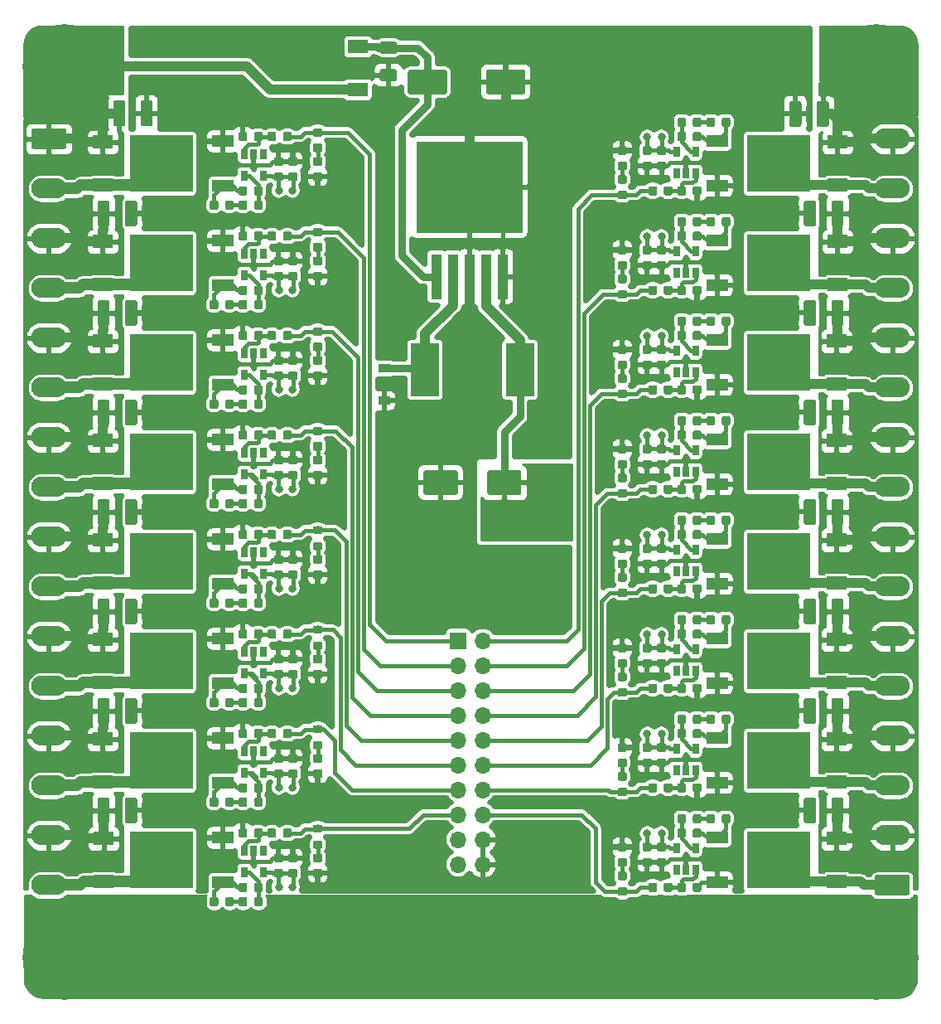
<source format=gbr>
G04 #@! TF.GenerationSoftware,KiCad,Pcbnew,(5.1.0)-1*
G04 #@! TF.CreationDate,2021-06-26T10:28:06+02:00*
G04 #@! TF.ProjectId,Magnetsteuerung_v2.2,4d61676e-6574-4737-9465-756572756e67,rev?*
G04 #@! TF.SameCoordinates,Original*
G04 #@! TF.FileFunction,Copper,L1,Top*
G04 #@! TF.FilePolarity,Positive*
%FSLAX46Y46*%
G04 Gerber Fmt 4.6, Leading zero omitted, Abs format (unit mm)*
G04 Created by KiCad (PCBNEW (5.1.0)-1) date 2021-06-26 10:28:06*
%MOMM*%
%LPD*%
G04 APERTURE LIST*
%ADD10C,0.100000*%
%ADD11C,0.875000*%
%ADD12R,2.100000X1.400000*%
%ADD13R,0.650000X1.060000*%
%ADD14R,6.400000X5.800000*%
%ADD15R,2.200000X1.200000*%
%ADD16C,1.250000*%
%ADD17C,0.900000*%
%ADD18C,8.600000*%
%ADD19O,3.600000X2.080000*%
%ADD20C,2.080000*%
%ADD21C,0.800000*%
%ADD22O,1.700000X1.700000*%
%ADD23R,1.700000X1.700000*%
%ADD24R,2.900000X5.400000*%
%ADD25R,10.800000X9.400000*%
%ADD26R,1.100000X4.600000*%
%ADD27R,1.200000X0.900000*%
%ADD28C,2.500000*%
%ADD29C,0.400000*%
%ADD30C,1.000000*%
%ADD31C,0.800000*%
%ADD32C,1.200000*%
%ADD33C,0.254000*%
%ADD34C,0.500000*%
G04 APERTURE END LIST*
D10*
G36*
X156822691Y-91536053D02*
G01*
X156843926Y-91539203D01*
X156864750Y-91544419D01*
X156884962Y-91551651D01*
X156904368Y-91560830D01*
X156922781Y-91571866D01*
X156940024Y-91584654D01*
X156955930Y-91599070D01*
X156970346Y-91614976D01*
X156983134Y-91632219D01*
X156994170Y-91650632D01*
X157003349Y-91670038D01*
X157010581Y-91690250D01*
X157015797Y-91711074D01*
X157018947Y-91732309D01*
X157020000Y-91753750D01*
X157020000Y-92266250D01*
X157018947Y-92287691D01*
X157015797Y-92308926D01*
X157010581Y-92329750D01*
X157003349Y-92349962D01*
X156994170Y-92369368D01*
X156983134Y-92387781D01*
X156970346Y-92405024D01*
X156955930Y-92420930D01*
X156940024Y-92435346D01*
X156922781Y-92448134D01*
X156904368Y-92459170D01*
X156884962Y-92468349D01*
X156864750Y-92475581D01*
X156843926Y-92480797D01*
X156822691Y-92483947D01*
X156801250Y-92485000D01*
X156363750Y-92485000D01*
X156342309Y-92483947D01*
X156321074Y-92480797D01*
X156300250Y-92475581D01*
X156280038Y-92468349D01*
X156260632Y-92459170D01*
X156242219Y-92448134D01*
X156224976Y-92435346D01*
X156209070Y-92420930D01*
X156194654Y-92405024D01*
X156181866Y-92387781D01*
X156170830Y-92369368D01*
X156161651Y-92349962D01*
X156154419Y-92329750D01*
X156149203Y-92308926D01*
X156146053Y-92287691D01*
X156145000Y-92266250D01*
X156145000Y-91753750D01*
X156146053Y-91732309D01*
X156149203Y-91711074D01*
X156154419Y-91690250D01*
X156161651Y-91670038D01*
X156170830Y-91650632D01*
X156181866Y-91632219D01*
X156194654Y-91614976D01*
X156209070Y-91599070D01*
X156224976Y-91584654D01*
X156242219Y-91571866D01*
X156260632Y-91560830D01*
X156280038Y-91551651D01*
X156300250Y-91544419D01*
X156321074Y-91539203D01*
X156342309Y-91536053D01*
X156363750Y-91535000D01*
X156801250Y-91535000D01*
X156822691Y-91536053D01*
X156822691Y-91536053D01*
G37*
D11*
X156582500Y-92010000D03*
D10*
G36*
X158397691Y-91536053D02*
G01*
X158418926Y-91539203D01*
X158439750Y-91544419D01*
X158459962Y-91551651D01*
X158479368Y-91560830D01*
X158497781Y-91571866D01*
X158515024Y-91584654D01*
X158530930Y-91599070D01*
X158545346Y-91614976D01*
X158558134Y-91632219D01*
X158569170Y-91650632D01*
X158578349Y-91670038D01*
X158585581Y-91690250D01*
X158590797Y-91711074D01*
X158593947Y-91732309D01*
X158595000Y-91753750D01*
X158595000Y-92266250D01*
X158593947Y-92287691D01*
X158590797Y-92308926D01*
X158585581Y-92329750D01*
X158578349Y-92349962D01*
X158569170Y-92369368D01*
X158558134Y-92387781D01*
X158545346Y-92405024D01*
X158530930Y-92420930D01*
X158515024Y-92435346D01*
X158497781Y-92448134D01*
X158479368Y-92459170D01*
X158459962Y-92468349D01*
X158439750Y-92475581D01*
X158418926Y-92480797D01*
X158397691Y-92483947D01*
X158376250Y-92485000D01*
X157938750Y-92485000D01*
X157917309Y-92483947D01*
X157896074Y-92480797D01*
X157875250Y-92475581D01*
X157855038Y-92468349D01*
X157835632Y-92459170D01*
X157817219Y-92448134D01*
X157799976Y-92435346D01*
X157784070Y-92420930D01*
X157769654Y-92405024D01*
X157756866Y-92387781D01*
X157745830Y-92369368D01*
X157736651Y-92349962D01*
X157729419Y-92329750D01*
X157724203Y-92308926D01*
X157721053Y-92287691D01*
X157720000Y-92266250D01*
X157720000Y-91753750D01*
X157721053Y-91732309D01*
X157724203Y-91711074D01*
X157729419Y-91690250D01*
X157736651Y-91670038D01*
X157745830Y-91650632D01*
X157756866Y-91632219D01*
X157769654Y-91614976D01*
X157784070Y-91599070D01*
X157799976Y-91584654D01*
X157817219Y-91571866D01*
X157835632Y-91560830D01*
X157855038Y-91551651D01*
X157875250Y-91544419D01*
X157896074Y-91539203D01*
X157917309Y-91536053D01*
X157938750Y-91535000D01*
X158376250Y-91535000D01*
X158397691Y-91536053D01*
X158397691Y-91536053D01*
G37*
D11*
X158157500Y-92010000D03*
D12*
X172400000Y-98440000D03*
X172400000Y-94040000D03*
X172400000Y-118760000D03*
X172400000Y-114360000D03*
X172400000Y-88280000D03*
X172400000Y-83880000D03*
X172400000Y-78120000D03*
X172400000Y-73720000D03*
X172400000Y-108600000D03*
X172400000Y-104200000D03*
X172400000Y-67960000D03*
X172400000Y-63560000D03*
D10*
G36*
X156822691Y-72676053D02*
G01*
X156843926Y-72679203D01*
X156864750Y-72684419D01*
X156884962Y-72691651D01*
X156904368Y-72700830D01*
X156922781Y-72711866D01*
X156940024Y-72724654D01*
X156955930Y-72739070D01*
X156970346Y-72754976D01*
X156983134Y-72772219D01*
X156994170Y-72790632D01*
X157003349Y-72810038D01*
X157010581Y-72830250D01*
X157015797Y-72851074D01*
X157018947Y-72872309D01*
X157020000Y-72893750D01*
X157020000Y-73406250D01*
X157018947Y-73427691D01*
X157015797Y-73448926D01*
X157010581Y-73469750D01*
X157003349Y-73489962D01*
X156994170Y-73509368D01*
X156983134Y-73527781D01*
X156970346Y-73545024D01*
X156955930Y-73560930D01*
X156940024Y-73575346D01*
X156922781Y-73588134D01*
X156904368Y-73599170D01*
X156884962Y-73608349D01*
X156864750Y-73615581D01*
X156843926Y-73620797D01*
X156822691Y-73623947D01*
X156801250Y-73625000D01*
X156363750Y-73625000D01*
X156342309Y-73623947D01*
X156321074Y-73620797D01*
X156300250Y-73615581D01*
X156280038Y-73608349D01*
X156260632Y-73599170D01*
X156242219Y-73588134D01*
X156224976Y-73575346D01*
X156209070Y-73560930D01*
X156194654Y-73545024D01*
X156181866Y-73527781D01*
X156170830Y-73509368D01*
X156161651Y-73489962D01*
X156154419Y-73469750D01*
X156149203Y-73448926D01*
X156146053Y-73427691D01*
X156145000Y-73406250D01*
X156145000Y-72893750D01*
X156146053Y-72872309D01*
X156149203Y-72851074D01*
X156154419Y-72830250D01*
X156161651Y-72810038D01*
X156170830Y-72790632D01*
X156181866Y-72772219D01*
X156194654Y-72754976D01*
X156209070Y-72739070D01*
X156224976Y-72724654D01*
X156242219Y-72711866D01*
X156260632Y-72700830D01*
X156280038Y-72691651D01*
X156300250Y-72684419D01*
X156321074Y-72679203D01*
X156342309Y-72676053D01*
X156363750Y-72675000D01*
X156801250Y-72675000D01*
X156822691Y-72676053D01*
X156822691Y-72676053D01*
G37*
D11*
X156582500Y-73150000D03*
D10*
G36*
X158397691Y-72676053D02*
G01*
X158418926Y-72679203D01*
X158439750Y-72684419D01*
X158459962Y-72691651D01*
X158479368Y-72700830D01*
X158497781Y-72711866D01*
X158515024Y-72724654D01*
X158530930Y-72739070D01*
X158545346Y-72754976D01*
X158558134Y-72772219D01*
X158569170Y-72790632D01*
X158578349Y-72810038D01*
X158585581Y-72830250D01*
X158590797Y-72851074D01*
X158593947Y-72872309D01*
X158595000Y-72893750D01*
X158595000Y-73406250D01*
X158593947Y-73427691D01*
X158590797Y-73448926D01*
X158585581Y-73469750D01*
X158578349Y-73489962D01*
X158569170Y-73509368D01*
X158558134Y-73527781D01*
X158545346Y-73545024D01*
X158530930Y-73560930D01*
X158515024Y-73575346D01*
X158497781Y-73588134D01*
X158479368Y-73599170D01*
X158459962Y-73608349D01*
X158439750Y-73615581D01*
X158418926Y-73620797D01*
X158397691Y-73623947D01*
X158376250Y-73625000D01*
X157938750Y-73625000D01*
X157917309Y-73623947D01*
X157896074Y-73620797D01*
X157875250Y-73615581D01*
X157855038Y-73608349D01*
X157835632Y-73599170D01*
X157817219Y-73588134D01*
X157799976Y-73575346D01*
X157784070Y-73560930D01*
X157769654Y-73545024D01*
X157756866Y-73527781D01*
X157745830Y-73509368D01*
X157736651Y-73489962D01*
X157729419Y-73469750D01*
X157724203Y-73448926D01*
X157721053Y-73427691D01*
X157720000Y-73406250D01*
X157720000Y-72893750D01*
X157721053Y-72872309D01*
X157724203Y-72851074D01*
X157729419Y-72830250D01*
X157736651Y-72810038D01*
X157745830Y-72790632D01*
X157756866Y-72772219D01*
X157769654Y-72754976D01*
X157784070Y-72739070D01*
X157799976Y-72724654D01*
X157817219Y-72711866D01*
X157835632Y-72700830D01*
X157855038Y-72691651D01*
X157875250Y-72684419D01*
X157896074Y-72679203D01*
X157917309Y-72676053D01*
X157938750Y-72675000D01*
X158376250Y-72675000D01*
X158397691Y-72676053D01*
X158397691Y-72676053D01*
G37*
D11*
X158157500Y-73150000D03*
D10*
G36*
X156822691Y-103156053D02*
G01*
X156843926Y-103159203D01*
X156864750Y-103164419D01*
X156884962Y-103171651D01*
X156904368Y-103180830D01*
X156922781Y-103191866D01*
X156940024Y-103204654D01*
X156955930Y-103219070D01*
X156970346Y-103234976D01*
X156983134Y-103252219D01*
X156994170Y-103270632D01*
X157003349Y-103290038D01*
X157010581Y-103310250D01*
X157015797Y-103331074D01*
X157018947Y-103352309D01*
X157020000Y-103373750D01*
X157020000Y-103886250D01*
X157018947Y-103907691D01*
X157015797Y-103928926D01*
X157010581Y-103949750D01*
X157003349Y-103969962D01*
X156994170Y-103989368D01*
X156983134Y-104007781D01*
X156970346Y-104025024D01*
X156955930Y-104040930D01*
X156940024Y-104055346D01*
X156922781Y-104068134D01*
X156904368Y-104079170D01*
X156884962Y-104088349D01*
X156864750Y-104095581D01*
X156843926Y-104100797D01*
X156822691Y-104103947D01*
X156801250Y-104105000D01*
X156363750Y-104105000D01*
X156342309Y-104103947D01*
X156321074Y-104100797D01*
X156300250Y-104095581D01*
X156280038Y-104088349D01*
X156260632Y-104079170D01*
X156242219Y-104068134D01*
X156224976Y-104055346D01*
X156209070Y-104040930D01*
X156194654Y-104025024D01*
X156181866Y-104007781D01*
X156170830Y-103989368D01*
X156161651Y-103969962D01*
X156154419Y-103949750D01*
X156149203Y-103928926D01*
X156146053Y-103907691D01*
X156145000Y-103886250D01*
X156145000Y-103373750D01*
X156146053Y-103352309D01*
X156149203Y-103331074D01*
X156154419Y-103310250D01*
X156161651Y-103290038D01*
X156170830Y-103270632D01*
X156181866Y-103252219D01*
X156194654Y-103234976D01*
X156209070Y-103219070D01*
X156224976Y-103204654D01*
X156242219Y-103191866D01*
X156260632Y-103180830D01*
X156280038Y-103171651D01*
X156300250Y-103164419D01*
X156321074Y-103159203D01*
X156342309Y-103156053D01*
X156363750Y-103155000D01*
X156801250Y-103155000D01*
X156822691Y-103156053D01*
X156822691Y-103156053D01*
G37*
D11*
X156582500Y-103630000D03*
D10*
G36*
X158397691Y-103156053D02*
G01*
X158418926Y-103159203D01*
X158439750Y-103164419D01*
X158459962Y-103171651D01*
X158479368Y-103180830D01*
X158497781Y-103191866D01*
X158515024Y-103204654D01*
X158530930Y-103219070D01*
X158545346Y-103234976D01*
X158558134Y-103252219D01*
X158569170Y-103270632D01*
X158578349Y-103290038D01*
X158585581Y-103310250D01*
X158590797Y-103331074D01*
X158593947Y-103352309D01*
X158595000Y-103373750D01*
X158595000Y-103886250D01*
X158593947Y-103907691D01*
X158590797Y-103928926D01*
X158585581Y-103949750D01*
X158578349Y-103969962D01*
X158569170Y-103989368D01*
X158558134Y-104007781D01*
X158545346Y-104025024D01*
X158530930Y-104040930D01*
X158515024Y-104055346D01*
X158497781Y-104068134D01*
X158479368Y-104079170D01*
X158459962Y-104088349D01*
X158439750Y-104095581D01*
X158418926Y-104100797D01*
X158397691Y-104103947D01*
X158376250Y-104105000D01*
X157938750Y-104105000D01*
X157917309Y-104103947D01*
X157896074Y-104100797D01*
X157875250Y-104095581D01*
X157855038Y-104088349D01*
X157835632Y-104079170D01*
X157817219Y-104068134D01*
X157799976Y-104055346D01*
X157784070Y-104040930D01*
X157769654Y-104025024D01*
X157756866Y-104007781D01*
X157745830Y-103989368D01*
X157736651Y-103969962D01*
X157729419Y-103949750D01*
X157724203Y-103928926D01*
X157721053Y-103907691D01*
X157720000Y-103886250D01*
X157720000Y-103373750D01*
X157721053Y-103352309D01*
X157724203Y-103331074D01*
X157729419Y-103310250D01*
X157736651Y-103290038D01*
X157745830Y-103270632D01*
X157756866Y-103252219D01*
X157769654Y-103234976D01*
X157784070Y-103219070D01*
X157799976Y-103204654D01*
X157817219Y-103191866D01*
X157835632Y-103180830D01*
X157855038Y-103171651D01*
X157875250Y-103164419D01*
X157896074Y-103159203D01*
X157917309Y-103156053D01*
X157938750Y-103155000D01*
X158376250Y-103155000D01*
X158397691Y-103156053D01*
X158397691Y-103156053D01*
G37*
D11*
X158157500Y-103630000D03*
D10*
G36*
X156822691Y-92996053D02*
G01*
X156843926Y-92999203D01*
X156864750Y-93004419D01*
X156884962Y-93011651D01*
X156904368Y-93020830D01*
X156922781Y-93031866D01*
X156940024Y-93044654D01*
X156955930Y-93059070D01*
X156970346Y-93074976D01*
X156983134Y-93092219D01*
X156994170Y-93110632D01*
X157003349Y-93130038D01*
X157010581Y-93150250D01*
X157015797Y-93171074D01*
X157018947Y-93192309D01*
X157020000Y-93213750D01*
X157020000Y-93726250D01*
X157018947Y-93747691D01*
X157015797Y-93768926D01*
X157010581Y-93789750D01*
X157003349Y-93809962D01*
X156994170Y-93829368D01*
X156983134Y-93847781D01*
X156970346Y-93865024D01*
X156955930Y-93880930D01*
X156940024Y-93895346D01*
X156922781Y-93908134D01*
X156904368Y-93919170D01*
X156884962Y-93928349D01*
X156864750Y-93935581D01*
X156843926Y-93940797D01*
X156822691Y-93943947D01*
X156801250Y-93945000D01*
X156363750Y-93945000D01*
X156342309Y-93943947D01*
X156321074Y-93940797D01*
X156300250Y-93935581D01*
X156280038Y-93928349D01*
X156260632Y-93919170D01*
X156242219Y-93908134D01*
X156224976Y-93895346D01*
X156209070Y-93880930D01*
X156194654Y-93865024D01*
X156181866Y-93847781D01*
X156170830Y-93829368D01*
X156161651Y-93809962D01*
X156154419Y-93789750D01*
X156149203Y-93768926D01*
X156146053Y-93747691D01*
X156145000Y-93726250D01*
X156145000Y-93213750D01*
X156146053Y-93192309D01*
X156149203Y-93171074D01*
X156154419Y-93150250D01*
X156161651Y-93130038D01*
X156170830Y-93110632D01*
X156181866Y-93092219D01*
X156194654Y-93074976D01*
X156209070Y-93059070D01*
X156224976Y-93044654D01*
X156242219Y-93031866D01*
X156260632Y-93020830D01*
X156280038Y-93011651D01*
X156300250Y-93004419D01*
X156321074Y-92999203D01*
X156342309Y-92996053D01*
X156363750Y-92995000D01*
X156801250Y-92995000D01*
X156822691Y-92996053D01*
X156822691Y-92996053D01*
G37*
D11*
X156582500Y-93470000D03*
D10*
G36*
X158397691Y-92996053D02*
G01*
X158418926Y-92999203D01*
X158439750Y-93004419D01*
X158459962Y-93011651D01*
X158479368Y-93020830D01*
X158497781Y-93031866D01*
X158515024Y-93044654D01*
X158530930Y-93059070D01*
X158545346Y-93074976D01*
X158558134Y-93092219D01*
X158569170Y-93110632D01*
X158578349Y-93130038D01*
X158585581Y-93150250D01*
X158590797Y-93171074D01*
X158593947Y-93192309D01*
X158595000Y-93213750D01*
X158595000Y-93726250D01*
X158593947Y-93747691D01*
X158590797Y-93768926D01*
X158585581Y-93789750D01*
X158578349Y-93809962D01*
X158569170Y-93829368D01*
X158558134Y-93847781D01*
X158545346Y-93865024D01*
X158530930Y-93880930D01*
X158515024Y-93895346D01*
X158497781Y-93908134D01*
X158479368Y-93919170D01*
X158459962Y-93928349D01*
X158439750Y-93935581D01*
X158418926Y-93940797D01*
X158397691Y-93943947D01*
X158376250Y-93945000D01*
X157938750Y-93945000D01*
X157917309Y-93943947D01*
X157896074Y-93940797D01*
X157875250Y-93935581D01*
X157855038Y-93928349D01*
X157835632Y-93919170D01*
X157817219Y-93908134D01*
X157799976Y-93895346D01*
X157784070Y-93880930D01*
X157769654Y-93865024D01*
X157756866Y-93847781D01*
X157745830Y-93829368D01*
X157736651Y-93809962D01*
X157729419Y-93789750D01*
X157724203Y-93768926D01*
X157721053Y-93747691D01*
X157720000Y-93726250D01*
X157720000Y-93213750D01*
X157721053Y-93192309D01*
X157724203Y-93171074D01*
X157729419Y-93150250D01*
X157736651Y-93130038D01*
X157745830Y-93110632D01*
X157756866Y-93092219D01*
X157769654Y-93074976D01*
X157784070Y-93059070D01*
X157799976Y-93044654D01*
X157817219Y-93031866D01*
X157835632Y-93020830D01*
X157855038Y-93011651D01*
X157875250Y-93004419D01*
X157896074Y-92999203D01*
X157917309Y-92996053D01*
X157938750Y-92995000D01*
X158376250Y-92995000D01*
X158397691Y-92996053D01*
X158397691Y-92996053D01*
G37*
D11*
X158157500Y-93470000D03*
D10*
G36*
X156822691Y-62516053D02*
G01*
X156843926Y-62519203D01*
X156864750Y-62524419D01*
X156884962Y-62531651D01*
X156904368Y-62540830D01*
X156922781Y-62551866D01*
X156940024Y-62564654D01*
X156955930Y-62579070D01*
X156970346Y-62594976D01*
X156983134Y-62612219D01*
X156994170Y-62630632D01*
X157003349Y-62650038D01*
X157010581Y-62670250D01*
X157015797Y-62691074D01*
X157018947Y-62712309D01*
X157020000Y-62733750D01*
X157020000Y-63246250D01*
X157018947Y-63267691D01*
X157015797Y-63288926D01*
X157010581Y-63309750D01*
X157003349Y-63329962D01*
X156994170Y-63349368D01*
X156983134Y-63367781D01*
X156970346Y-63385024D01*
X156955930Y-63400930D01*
X156940024Y-63415346D01*
X156922781Y-63428134D01*
X156904368Y-63439170D01*
X156884962Y-63448349D01*
X156864750Y-63455581D01*
X156843926Y-63460797D01*
X156822691Y-63463947D01*
X156801250Y-63465000D01*
X156363750Y-63465000D01*
X156342309Y-63463947D01*
X156321074Y-63460797D01*
X156300250Y-63455581D01*
X156280038Y-63448349D01*
X156260632Y-63439170D01*
X156242219Y-63428134D01*
X156224976Y-63415346D01*
X156209070Y-63400930D01*
X156194654Y-63385024D01*
X156181866Y-63367781D01*
X156170830Y-63349368D01*
X156161651Y-63329962D01*
X156154419Y-63309750D01*
X156149203Y-63288926D01*
X156146053Y-63267691D01*
X156145000Y-63246250D01*
X156145000Y-62733750D01*
X156146053Y-62712309D01*
X156149203Y-62691074D01*
X156154419Y-62670250D01*
X156161651Y-62650038D01*
X156170830Y-62630632D01*
X156181866Y-62612219D01*
X156194654Y-62594976D01*
X156209070Y-62579070D01*
X156224976Y-62564654D01*
X156242219Y-62551866D01*
X156260632Y-62540830D01*
X156280038Y-62531651D01*
X156300250Y-62524419D01*
X156321074Y-62519203D01*
X156342309Y-62516053D01*
X156363750Y-62515000D01*
X156801250Y-62515000D01*
X156822691Y-62516053D01*
X156822691Y-62516053D01*
G37*
D11*
X156582500Y-62990000D03*
D10*
G36*
X158397691Y-62516053D02*
G01*
X158418926Y-62519203D01*
X158439750Y-62524419D01*
X158459962Y-62531651D01*
X158479368Y-62540830D01*
X158497781Y-62551866D01*
X158515024Y-62564654D01*
X158530930Y-62579070D01*
X158545346Y-62594976D01*
X158558134Y-62612219D01*
X158569170Y-62630632D01*
X158578349Y-62650038D01*
X158585581Y-62670250D01*
X158590797Y-62691074D01*
X158593947Y-62712309D01*
X158595000Y-62733750D01*
X158595000Y-63246250D01*
X158593947Y-63267691D01*
X158590797Y-63288926D01*
X158585581Y-63309750D01*
X158578349Y-63329962D01*
X158569170Y-63349368D01*
X158558134Y-63367781D01*
X158545346Y-63385024D01*
X158530930Y-63400930D01*
X158515024Y-63415346D01*
X158497781Y-63428134D01*
X158479368Y-63439170D01*
X158459962Y-63448349D01*
X158439750Y-63455581D01*
X158418926Y-63460797D01*
X158397691Y-63463947D01*
X158376250Y-63465000D01*
X157938750Y-63465000D01*
X157917309Y-63463947D01*
X157896074Y-63460797D01*
X157875250Y-63455581D01*
X157855038Y-63448349D01*
X157835632Y-63439170D01*
X157817219Y-63428134D01*
X157799976Y-63415346D01*
X157784070Y-63400930D01*
X157769654Y-63385024D01*
X157756866Y-63367781D01*
X157745830Y-63349368D01*
X157736651Y-63329962D01*
X157729419Y-63309750D01*
X157724203Y-63288926D01*
X157721053Y-63267691D01*
X157720000Y-63246250D01*
X157720000Y-62733750D01*
X157721053Y-62712309D01*
X157724203Y-62691074D01*
X157729419Y-62670250D01*
X157736651Y-62650038D01*
X157745830Y-62630632D01*
X157756866Y-62612219D01*
X157769654Y-62594976D01*
X157784070Y-62579070D01*
X157799976Y-62564654D01*
X157817219Y-62551866D01*
X157835632Y-62540830D01*
X157855038Y-62531651D01*
X157875250Y-62524419D01*
X157896074Y-62519203D01*
X157917309Y-62516053D01*
X157938750Y-62515000D01*
X158376250Y-62515000D01*
X158397691Y-62516053D01*
X158397691Y-62516053D01*
G37*
D11*
X158157500Y-62990000D03*
D10*
G36*
X156822691Y-82836053D02*
G01*
X156843926Y-82839203D01*
X156864750Y-82844419D01*
X156884962Y-82851651D01*
X156904368Y-82860830D01*
X156922781Y-82871866D01*
X156940024Y-82884654D01*
X156955930Y-82899070D01*
X156970346Y-82914976D01*
X156983134Y-82932219D01*
X156994170Y-82950632D01*
X157003349Y-82970038D01*
X157010581Y-82990250D01*
X157015797Y-83011074D01*
X157018947Y-83032309D01*
X157020000Y-83053750D01*
X157020000Y-83566250D01*
X157018947Y-83587691D01*
X157015797Y-83608926D01*
X157010581Y-83629750D01*
X157003349Y-83649962D01*
X156994170Y-83669368D01*
X156983134Y-83687781D01*
X156970346Y-83705024D01*
X156955930Y-83720930D01*
X156940024Y-83735346D01*
X156922781Y-83748134D01*
X156904368Y-83759170D01*
X156884962Y-83768349D01*
X156864750Y-83775581D01*
X156843926Y-83780797D01*
X156822691Y-83783947D01*
X156801250Y-83785000D01*
X156363750Y-83785000D01*
X156342309Y-83783947D01*
X156321074Y-83780797D01*
X156300250Y-83775581D01*
X156280038Y-83768349D01*
X156260632Y-83759170D01*
X156242219Y-83748134D01*
X156224976Y-83735346D01*
X156209070Y-83720930D01*
X156194654Y-83705024D01*
X156181866Y-83687781D01*
X156170830Y-83669368D01*
X156161651Y-83649962D01*
X156154419Y-83629750D01*
X156149203Y-83608926D01*
X156146053Y-83587691D01*
X156145000Y-83566250D01*
X156145000Y-83053750D01*
X156146053Y-83032309D01*
X156149203Y-83011074D01*
X156154419Y-82990250D01*
X156161651Y-82970038D01*
X156170830Y-82950632D01*
X156181866Y-82932219D01*
X156194654Y-82914976D01*
X156209070Y-82899070D01*
X156224976Y-82884654D01*
X156242219Y-82871866D01*
X156260632Y-82860830D01*
X156280038Y-82851651D01*
X156300250Y-82844419D01*
X156321074Y-82839203D01*
X156342309Y-82836053D01*
X156363750Y-82835000D01*
X156801250Y-82835000D01*
X156822691Y-82836053D01*
X156822691Y-82836053D01*
G37*
D11*
X156582500Y-83310000D03*
D10*
G36*
X158397691Y-82836053D02*
G01*
X158418926Y-82839203D01*
X158439750Y-82844419D01*
X158459962Y-82851651D01*
X158479368Y-82860830D01*
X158497781Y-82871866D01*
X158515024Y-82884654D01*
X158530930Y-82899070D01*
X158545346Y-82914976D01*
X158558134Y-82932219D01*
X158569170Y-82950632D01*
X158578349Y-82970038D01*
X158585581Y-82990250D01*
X158590797Y-83011074D01*
X158593947Y-83032309D01*
X158595000Y-83053750D01*
X158595000Y-83566250D01*
X158593947Y-83587691D01*
X158590797Y-83608926D01*
X158585581Y-83629750D01*
X158578349Y-83649962D01*
X158569170Y-83669368D01*
X158558134Y-83687781D01*
X158545346Y-83705024D01*
X158530930Y-83720930D01*
X158515024Y-83735346D01*
X158497781Y-83748134D01*
X158479368Y-83759170D01*
X158459962Y-83768349D01*
X158439750Y-83775581D01*
X158418926Y-83780797D01*
X158397691Y-83783947D01*
X158376250Y-83785000D01*
X157938750Y-83785000D01*
X157917309Y-83783947D01*
X157896074Y-83780797D01*
X157875250Y-83775581D01*
X157855038Y-83768349D01*
X157835632Y-83759170D01*
X157817219Y-83748134D01*
X157799976Y-83735346D01*
X157784070Y-83720930D01*
X157769654Y-83705024D01*
X157756866Y-83687781D01*
X157745830Y-83669368D01*
X157736651Y-83649962D01*
X157729419Y-83629750D01*
X157724203Y-83608926D01*
X157721053Y-83587691D01*
X157720000Y-83566250D01*
X157720000Y-83053750D01*
X157721053Y-83032309D01*
X157724203Y-83011074D01*
X157729419Y-82990250D01*
X157736651Y-82970038D01*
X157745830Y-82950632D01*
X157756866Y-82932219D01*
X157769654Y-82914976D01*
X157784070Y-82899070D01*
X157799976Y-82884654D01*
X157817219Y-82871866D01*
X157835632Y-82860830D01*
X157855038Y-82851651D01*
X157875250Y-82844419D01*
X157896074Y-82839203D01*
X157917309Y-82836053D01*
X157938750Y-82835000D01*
X158376250Y-82835000D01*
X158397691Y-82836053D01*
X158397691Y-82836053D01*
G37*
D11*
X158157500Y-83310000D03*
D10*
G36*
X156822691Y-113316053D02*
G01*
X156843926Y-113319203D01*
X156864750Y-113324419D01*
X156884962Y-113331651D01*
X156904368Y-113340830D01*
X156922781Y-113351866D01*
X156940024Y-113364654D01*
X156955930Y-113379070D01*
X156970346Y-113394976D01*
X156983134Y-113412219D01*
X156994170Y-113430632D01*
X157003349Y-113450038D01*
X157010581Y-113470250D01*
X157015797Y-113491074D01*
X157018947Y-113512309D01*
X157020000Y-113533750D01*
X157020000Y-114046250D01*
X157018947Y-114067691D01*
X157015797Y-114088926D01*
X157010581Y-114109750D01*
X157003349Y-114129962D01*
X156994170Y-114149368D01*
X156983134Y-114167781D01*
X156970346Y-114185024D01*
X156955930Y-114200930D01*
X156940024Y-114215346D01*
X156922781Y-114228134D01*
X156904368Y-114239170D01*
X156884962Y-114248349D01*
X156864750Y-114255581D01*
X156843926Y-114260797D01*
X156822691Y-114263947D01*
X156801250Y-114265000D01*
X156363750Y-114265000D01*
X156342309Y-114263947D01*
X156321074Y-114260797D01*
X156300250Y-114255581D01*
X156280038Y-114248349D01*
X156260632Y-114239170D01*
X156242219Y-114228134D01*
X156224976Y-114215346D01*
X156209070Y-114200930D01*
X156194654Y-114185024D01*
X156181866Y-114167781D01*
X156170830Y-114149368D01*
X156161651Y-114129962D01*
X156154419Y-114109750D01*
X156149203Y-114088926D01*
X156146053Y-114067691D01*
X156145000Y-114046250D01*
X156145000Y-113533750D01*
X156146053Y-113512309D01*
X156149203Y-113491074D01*
X156154419Y-113470250D01*
X156161651Y-113450038D01*
X156170830Y-113430632D01*
X156181866Y-113412219D01*
X156194654Y-113394976D01*
X156209070Y-113379070D01*
X156224976Y-113364654D01*
X156242219Y-113351866D01*
X156260632Y-113340830D01*
X156280038Y-113331651D01*
X156300250Y-113324419D01*
X156321074Y-113319203D01*
X156342309Y-113316053D01*
X156363750Y-113315000D01*
X156801250Y-113315000D01*
X156822691Y-113316053D01*
X156822691Y-113316053D01*
G37*
D11*
X156582500Y-113790000D03*
D10*
G36*
X158397691Y-113316053D02*
G01*
X158418926Y-113319203D01*
X158439750Y-113324419D01*
X158459962Y-113331651D01*
X158479368Y-113340830D01*
X158497781Y-113351866D01*
X158515024Y-113364654D01*
X158530930Y-113379070D01*
X158545346Y-113394976D01*
X158558134Y-113412219D01*
X158569170Y-113430632D01*
X158578349Y-113450038D01*
X158585581Y-113470250D01*
X158590797Y-113491074D01*
X158593947Y-113512309D01*
X158595000Y-113533750D01*
X158595000Y-114046250D01*
X158593947Y-114067691D01*
X158590797Y-114088926D01*
X158585581Y-114109750D01*
X158578349Y-114129962D01*
X158569170Y-114149368D01*
X158558134Y-114167781D01*
X158545346Y-114185024D01*
X158530930Y-114200930D01*
X158515024Y-114215346D01*
X158497781Y-114228134D01*
X158479368Y-114239170D01*
X158459962Y-114248349D01*
X158439750Y-114255581D01*
X158418926Y-114260797D01*
X158397691Y-114263947D01*
X158376250Y-114265000D01*
X157938750Y-114265000D01*
X157917309Y-114263947D01*
X157896074Y-114260797D01*
X157875250Y-114255581D01*
X157855038Y-114248349D01*
X157835632Y-114239170D01*
X157817219Y-114228134D01*
X157799976Y-114215346D01*
X157784070Y-114200930D01*
X157769654Y-114185024D01*
X157756866Y-114167781D01*
X157745830Y-114149368D01*
X157736651Y-114129962D01*
X157729419Y-114109750D01*
X157724203Y-114088926D01*
X157721053Y-114067691D01*
X157720000Y-114046250D01*
X157720000Y-113533750D01*
X157721053Y-113512309D01*
X157724203Y-113491074D01*
X157729419Y-113470250D01*
X157736651Y-113450038D01*
X157745830Y-113430632D01*
X157756866Y-113412219D01*
X157769654Y-113394976D01*
X157784070Y-113379070D01*
X157799976Y-113364654D01*
X157817219Y-113351866D01*
X157835632Y-113340830D01*
X157855038Y-113331651D01*
X157875250Y-113324419D01*
X157896074Y-113319203D01*
X157917309Y-113316053D01*
X157938750Y-113315000D01*
X158376250Y-113315000D01*
X158397691Y-113316053D01*
X158397691Y-113316053D01*
G37*
D11*
X158157500Y-113790000D03*
D10*
G36*
X156822691Y-42196053D02*
G01*
X156843926Y-42199203D01*
X156864750Y-42204419D01*
X156884962Y-42211651D01*
X156904368Y-42220830D01*
X156922781Y-42231866D01*
X156940024Y-42244654D01*
X156955930Y-42259070D01*
X156970346Y-42274976D01*
X156983134Y-42292219D01*
X156994170Y-42310632D01*
X157003349Y-42330038D01*
X157010581Y-42350250D01*
X157015797Y-42371074D01*
X157018947Y-42392309D01*
X157020000Y-42413750D01*
X157020000Y-42926250D01*
X157018947Y-42947691D01*
X157015797Y-42968926D01*
X157010581Y-42989750D01*
X157003349Y-43009962D01*
X156994170Y-43029368D01*
X156983134Y-43047781D01*
X156970346Y-43065024D01*
X156955930Y-43080930D01*
X156940024Y-43095346D01*
X156922781Y-43108134D01*
X156904368Y-43119170D01*
X156884962Y-43128349D01*
X156864750Y-43135581D01*
X156843926Y-43140797D01*
X156822691Y-43143947D01*
X156801250Y-43145000D01*
X156363750Y-43145000D01*
X156342309Y-43143947D01*
X156321074Y-43140797D01*
X156300250Y-43135581D01*
X156280038Y-43128349D01*
X156260632Y-43119170D01*
X156242219Y-43108134D01*
X156224976Y-43095346D01*
X156209070Y-43080930D01*
X156194654Y-43065024D01*
X156181866Y-43047781D01*
X156170830Y-43029368D01*
X156161651Y-43009962D01*
X156154419Y-42989750D01*
X156149203Y-42968926D01*
X156146053Y-42947691D01*
X156145000Y-42926250D01*
X156145000Y-42413750D01*
X156146053Y-42392309D01*
X156149203Y-42371074D01*
X156154419Y-42350250D01*
X156161651Y-42330038D01*
X156170830Y-42310632D01*
X156181866Y-42292219D01*
X156194654Y-42274976D01*
X156209070Y-42259070D01*
X156224976Y-42244654D01*
X156242219Y-42231866D01*
X156260632Y-42220830D01*
X156280038Y-42211651D01*
X156300250Y-42204419D01*
X156321074Y-42199203D01*
X156342309Y-42196053D01*
X156363750Y-42195000D01*
X156801250Y-42195000D01*
X156822691Y-42196053D01*
X156822691Y-42196053D01*
G37*
D11*
X156582500Y-42670000D03*
D10*
G36*
X158397691Y-42196053D02*
G01*
X158418926Y-42199203D01*
X158439750Y-42204419D01*
X158459962Y-42211651D01*
X158479368Y-42220830D01*
X158497781Y-42231866D01*
X158515024Y-42244654D01*
X158530930Y-42259070D01*
X158545346Y-42274976D01*
X158558134Y-42292219D01*
X158569170Y-42310632D01*
X158578349Y-42330038D01*
X158585581Y-42350250D01*
X158590797Y-42371074D01*
X158593947Y-42392309D01*
X158595000Y-42413750D01*
X158595000Y-42926250D01*
X158593947Y-42947691D01*
X158590797Y-42968926D01*
X158585581Y-42989750D01*
X158578349Y-43009962D01*
X158569170Y-43029368D01*
X158558134Y-43047781D01*
X158545346Y-43065024D01*
X158530930Y-43080930D01*
X158515024Y-43095346D01*
X158497781Y-43108134D01*
X158479368Y-43119170D01*
X158459962Y-43128349D01*
X158439750Y-43135581D01*
X158418926Y-43140797D01*
X158397691Y-43143947D01*
X158376250Y-43145000D01*
X157938750Y-43145000D01*
X157917309Y-43143947D01*
X157896074Y-43140797D01*
X157875250Y-43135581D01*
X157855038Y-43128349D01*
X157835632Y-43119170D01*
X157817219Y-43108134D01*
X157799976Y-43095346D01*
X157784070Y-43080930D01*
X157769654Y-43065024D01*
X157756866Y-43047781D01*
X157745830Y-43029368D01*
X157736651Y-43009962D01*
X157729419Y-42989750D01*
X157724203Y-42968926D01*
X157721053Y-42947691D01*
X157720000Y-42926250D01*
X157720000Y-42413750D01*
X157721053Y-42392309D01*
X157724203Y-42371074D01*
X157729419Y-42350250D01*
X157736651Y-42330038D01*
X157745830Y-42310632D01*
X157756866Y-42292219D01*
X157769654Y-42274976D01*
X157784070Y-42259070D01*
X157799976Y-42244654D01*
X157817219Y-42231866D01*
X157835632Y-42220830D01*
X157855038Y-42211651D01*
X157875250Y-42204419D01*
X157896074Y-42199203D01*
X157917309Y-42196053D01*
X157938750Y-42195000D01*
X158376250Y-42195000D01*
X158397691Y-42196053D01*
X158397691Y-42196053D01*
G37*
D11*
X158157500Y-42670000D03*
D10*
G36*
X113557691Y-57896053D02*
G01*
X113578926Y-57899203D01*
X113599750Y-57904419D01*
X113619962Y-57911651D01*
X113639368Y-57920830D01*
X113657781Y-57931866D01*
X113675024Y-57944654D01*
X113690930Y-57959070D01*
X113705346Y-57974976D01*
X113718134Y-57992219D01*
X113729170Y-58010632D01*
X113738349Y-58030038D01*
X113745581Y-58050250D01*
X113750797Y-58071074D01*
X113753947Y-58092309D01*
X113755000Y-58113750D01*
X113755000Y-58626250D01*
X113753947Y-58647691D01*
X113750797Y-58668926D01*
X113745581Y-58689750D01*
X113738349Y-58709962D01*
X113729170Y-58729368D01*
X113718134Y-58747781D01*
X113705346Y-58765024D01*
X113690930Y-58780930D01*
X113675024Y-58795346D01*
X113657781Y-58808134D01*
X113639368Y-58819170D01*
X113619962Y-58828349D01*
X113599750Y-58835581D01*
X113578926Y-58840797D01*
X113557691Y-58843947D01*
X113536250Y-58845000D01*
X113098750Y-58845000D01*
X113077309Y-58843947D01*
X113056074Y-58840797D01*
X113035250Y-58835581D01*
X113015038Y-58828349D01*
X112995632Y-58819170D01*
X112977219Y-58808134D01*
X112959976Y-58795346D01*
X112944070Y-58780930D01*
X112929654Y-58765024D01*
X112916866Y-58747781D01*
X112905830Y-58729368D01*
X112896651Y-58709962D01*
X112889419Y-58689750D01*
X112884203Y-58668926D01*
X112881053Y-58647691D01*
X112880000Y-58626250D01*
X112880000Y-58113750D01*
X112881053Y-58092309D01*
X112884203Y-58071074D01*
X112889419Y-58050250D01*
X112896651Y-58030038D01*
X112905830Y-58010632D01*
X112916866Y-57992219D01*
X112929654Y-57974976D01*
X112944070Y-57959070D01*
X112959976Y-57944654D01*
X112977219Y-57931866D01*
X112995632Y-57920830D01*
X113015038Y-57911651D01*
X113035250Y-57904419D01*
X113056074Y-57899203D01*
X113077309Y-57896053D01*
X113098750Y-57895000D01*
X113536250Y-57895000D01*
X113557691Y-57896053D01*
X113557691Y-57896053D01*
G37*
D11*
X113317500Y-58370000D03*
D10*
G36*
X111982691Y-57896053D02*
G01*
X112003926Y-57899203D01*
X112024750Y-57904419D01*
X112044962Y-57911651D01*
X112064368Y-57920830D01*
X112082781Y-57931866D01*
X112100024Y-57944654D01*
X112115930Y-57959070D01*
X112130346Y-57974976D01*
X112143134Y-57992219D01*
X112154170Y-58010632D01*
X112163349Y-58030038D01*
X112170581Y-58050250D01*
X112175797Y-58071074D01*
X112178947Y-58092309D01*
X112180000Y-58113750D01*
X112180000Y-58626250D01*
X112178947Y-58647691D01*
X112175797Y-58668926D01*
X112170581Y-58689750D01*
X112163349Y-58709962D01*
X112154170Y-58729368D01*
X112143134Y-58747781D01*
X112130346Y-58765024D01*
X112115930Y-58780930D01*
X112100024Y-58795346D01*
X112082781Y-58808134D01*
X112064368Y-58819170D01*
X112044962Y-58828349D01*
X112024750Y-58835581D01*
X112003926Y-58840797D01*
X111982691Y-58843947D01*
X111961250Y-58845000D01*
X111523750Y-58845000D01*
X111502309Y-58843947D01*
X111481074Y-58840797D01*
X111460250Y-58835581D01*
X111440038Y-58828349D01*
X111420632Y-58819170D01*
X111402219Y-58808134D01*
X111384976Y-58795346D01*
X111369070Y-58780930D01*
X111354654Y-58765024D01*
X111341866Y-58747781D01*
X111330830Y-58729368D01*
X111321651Y-58709962D01*
X111314419Y-58689750D01*
X111309203Y-58668926D01*
X111306053Y-58647691D01*
X111305000Y-58626250D01*
X111305000Y-58113750D01*
X111306053Y-58092309D01*
X111309203Y-58071074D01*
X111314419Y-58050250D01*
X111321651Y-58030038D01*
X111330830Y-58010632D01*
X111341866Y-57992219D01*
X111354654Y-57974976D01*
X111369070Y-57959070D01*
X111384976Y-57944654D01*
X111402219Y-57931866D01*
X111420632Y-57920830D01*
X111440038Y-57911651D01*
X111460250Y-57904419D01*
X111481074Y-57899203D01*
X111502309Y-57896053D01*
X111523750Y-57895000D01*
X111961250Y-57895000D01*
X111982691Y-57896053D01*
X111982691Y-57896053D01*
G37*
D11*
X111742500Y-58370000D03*
D10*
G36*
X156822691Y-52356053D02*
G01*
X156843926Y-52359203D01*
X156864750Y-52364419D01*
X156884962Y-52371651D01*
X156904368Y-52380830D01*
X156922781Y-52391866D01*
X156940024Y-52404654D01*
X156955930Y-52419070D01*
X156970346Y-52434976D01*
X156983134Y-52452219D01*
X156994170Y-52470632D01*
X157003349Y-52490038D01*
X157010581Y-52510250D01*
X157015797Y-52531074D01*
X157018947Y-52552309D01*
X157020000Y-52573750D01*
X157020000Y-53086250D01*
X157018947Y-53107691D01*
X157015797Y-53128926D01*
X157010581Y-53149750D01*
X157003349Y-53169962D01*
X156994170Y-53189368D01*
X156983134Y-53207781D01*
X156970346Y-53225024D01*
X156955930Y-53240930D01*
X156940024Y-53255346D01*
X156922781Y-53268134D01*
X156904368Y-53279170D01*
X156884962Y-53288349D01*
X156864750Y-53295581D01*
X156843926Y-53300797D01*
X156822691Y-53303947D01*
X156801250Y-53305000D01*
X156363750Y-53305000D01*
X156342309Y-53303947D01*
X156321074Y-53300797D01*
X156300250Y-53295581D01*
X156280038Y-53288349D01*
X156260632Y-53279170D01*
X156242219Y-53268134D01*
X156224976Y-53255346D01*
X156209070Y-53240930D01*
X156194654Y-53225024D01*
X156181866Y-53207781D01*
X156170830Y-53189368D01*
X156161651Y-53169962D01*
X156154419Y-53149750D01*
X156149203Y-53128926D01*
X156146053Y-53107691D01*
X156145000Y-53086250D01*
X156145000Y-52573750D01*
X156146053Y-52552309D01*
X156149203Y-52531074D01*
X156154419Y-52510250D01*
X156161651Y-52490038D01*
X156170830Y-52470632D01*
X156181866Y-52452219D01*
X156194654Y-52434976D01*
X156209070Y-52419070D01*
X156224976Y-52404654D01*
X156242219Y-52391866D01*
X156260632Y-52380830D01*
X156280038Y-52371651D01*
X156300250Y-52364419D01*
X156321074Y-52359203D01*
X156342309Y-52356053D01*
X156363750Y-52355000D01*
X156801250Y-52355000D01*
X156822691Y-52356053D01*
X156822691Y-52356053D01*
G37*
D11*
X156582500Y-52830000D03*
D10*
G36*
X158397691Y-52356053D02*
G01*
X158418926Y-52359203D01*
X158439750Y-52364419D01*
X158459962Y-52371651D01*
X158479368Y-52380830D01*
X158497781Y-52391866D01*
X158515024Y-52404654D01*
X158530930Y-52419070D01*
X158545346Y-52434976D01*
X158558134Y-52452219D01*
X158569170Y-52470632D01*
X158578349Y-52490038D01*
X158585581Y-52510250D01*
X158590797Y-52531074D01*
X158593947Y-52552309D01*
X158595000Y-52573750D01*
X158595000Y-53086250D01*
X158593947Y-53107691D01*
X158590797Y-53128926D01*
X158585581Y-53149750D01*
X158578349Y-53169962D01*
X158569170Y-53189368D01*
X158558134Y-53207781D01*
X158545346Y-53225024D01*
X158530930Y-53240930D01*
X158515024Y-53255346D01*
X158497781Y-53268134D01*
X158479368Y-53279170D01*
X158459962Y-53288349D01*
X158439750Y-53295581D01*
X158418926Y-53300797D01*
X158397691Y-53303947D01*
X158376250Y-53305000D01*
X157938750Y-53305000D01*
X157917309Y-53303947D01*
X157896074Y-53300797D01*
X157875250Y-53295581D01*
X157855038Y-53288349D01*
X157835632Y-53279170D01*
X157817219Y-53268134D01*
X157799976Y-53255346D01*
X157784070Y-53240930D01*
X157769654Y-53225024D01*
X157756866Y-53207781D01*
X157745830Y-53189368D01*
X157736651Y-53169962D01*
X157729419Y-53149750D01*
X157724203Y-53128926D01*
X157721053Y-53107691D01*
X157720000Y-53086250D01*
X157720000Y-52573750D01*
X157721053Y-52552309D01*
X157724203Y-52531074D01*
X157729419Y-52510250D01*
X157736651Y-52490038D01*
X157745830Y-52470632D01*
X157756866Y-52452219D01*
X157769654Y-52434976D01*
X157784070Y-52419070D01*
X157799976Y-52404654D01*
X157817219Y-52391866D01*
X157835632Y-52380830D01*
X157855038Y-52371651D01*
X157875250Y-52364419D01*
X157896074Y-52359203D01*
X157917309Y-52356053D01*
X157938750Y-52355000D01*
X158376250Y-52355000D01*
X158397691Y-52356053D01*
X158397691Y-52356053D01*
G37*
D11*
X158157500Y-52830000D03*
D10*
G36*
X113557691Y-47736053D02*
G01*
X113578926Y-47739203D01*
X113599750Y-47744419D01*
X113619962Y-47751651D01*
X113639368Y-47760830D01*
X113657781Y-47771866D01*
X113675024Y-47784654D01*
X113690930Y-47799070D01*
X113705346Y-47814976D01*
X113718134Y-47832219D01*
X113729170Y-47850632D01*
X113738349Y-47870038D01*
X113745581Y-47890250D01*
X113750797Y-47911074D01*
X113753947Y-47932309D01*
X113755000Y-47953750D01*
X113755000Y-48466250D01*
X113753947Y-48487691D01*
X113750797Y-48508926D01*
X113745581Y-48529750D01*
X113738349Y-48549962D01*
X113729170Y-48569368D01*
X113718134Y-48587781D01*
X113705346Y-48605024D01*
X113690930Y-48620930D01*
X113675024Y-48635346D01*
X113657781Y-48648134D01*
X113639368Y-48659170D01*
X113619962Y-48668349D01*
X113599750Y-48675581D01*
X113578926Y-48680797D01*
X113557691Y-48683947D01*
X113536250Y-48685000D01*
X113098750Y-48685000D01*
X113077309Y-48683947D01*
X113056074Y-48680797D01*
X113035250Y-48675581D01*
X113015038Y-48668349D01*
X112995632Y-48659170D01*
X112977219Y-48648134D01*
X112959976Y-48635346D01*
X112944070Y-48620930D01*
X112929654Y-48605024D01*
X112916866Y-48587781D01*
X112905830Y-48569368D01*
X112896651Y-48549962D01*
X112889419Y-48529750D01*
X112884203Y-48508926D01*
X112881053Y-48487691D01*
X112880000Y-48466250D01*
X112880000Y-47953750D01*
X112881053Y-47932309D01*
X112884203Y-47911074D01*
X112889419Y-47890250D01*
X112896651Y-47870038D01*
X112905830Y-47850632D01*
X112916866Y-47832219D01*
X112929654Y-47814976D01*
X112944070Y-47799070D01*
X112959976Y-47784654D01*
X112977219Y-47771866D01*
X112995632Y-47760830D01*
X113015038Y-47751651D01*
X113035250Y-47744419D01*
X113056074Y-47739203D01*
X113077309Y-47736053D01*
X113098750Y-47735000D01*
X113536250Y-47735000D01*
X113557691Y-47736053D01*
X113557691Y-47736053D01*
G37*
D11*
X113317500Y-48210000D03*
D10*
G36*
X111982691Y-47736053D02*
G01*
X112003926Y-47739203D01*
X112024750Y-47744419D01*
X112044962Y-47751651D01*
X112064368Y-47760830D01*
X112082781Y-47771866D01*
X112100024Y-47784654D01*
X112115930Y-47799070D01*
X112130346Y-47814976D01*
X112143134Y-47832219D01*
X112154170Y-47850632D01*
X112163349Y-47870038D01*
X112170581Y-47890250D01*
X112175797Y-47911074D01*
X112178947Y-47932309D01*
X112180000Y-47953750D01*
X112180000Y-48466250D01*
X112178947Y-48487691D01*
X112175797Y-48508926D01*
X112170581Y-48529750D01*
X112163349Y-48549962D01*
X112154170Y-48569368D01*
X112143134Y-48587781D01*
X112130346Y-48605024D01*
X112115930Y-48620930D01*
X112100024Y-48635346D01*
X112082781Y-48648134D01*
X112064368Y-48659170D01*
X112044962Y-48668349D01*
X112024750Y-48675581D01*
X112003926Y-48680797D01*
X111982691Y-48683947D01*
X111961250Y-48685000D01*
X111523750Y-48685000D01*
X111502309Y-48683947D01*
X111481074Y-48680797D01*
X111460250Y-48675581D01*
X111440038Y-48668349D01*
X111420632Y-48659170D01*
X111402219Y-48648134D01*
X111384976Y-48635346D01*
X111369070Y-48620930D01*
X111354654Y-48605024D01*
X111341866Y-48587781D01*
X111330830Y-48569368D01*
X111321651Y-48549962D01*
X111314419Y-48529750D01*
X111309203Y-48508926D01*
X111306053Y-48487691D01*
X111305000Y-48466250D01*
X111305000Y-47953750D01*
X111306053Y-47932309D01*
X111309203Y-47911074D01*
X111314419Y-47890250D01*
X111321651Y-47870038D01*
X111330830Y-47850632D01*
X111341866Y-47832219D01*
X111354654Y-47814976D01*
X111369070Y-47799070D01*
X111384976Y-47784654D01*
X111402219Y-47771866D01*
X111420632Y-47760830D01*
X111440038Y-47751651D01*
X111460250Y-47744419D01*
X111481074Y-47739203D01*
X111502309Y-47736053D01*
X111523750Y-47735000D01*
X111961250Y-47735000D01*
X111982691Y-47736053D01*
X111982691Y-47736053D01*
G37*
D11*
X111742500Y-48210000D03*
D10*
G36*
X113557691Y-68056053D02*
G01*
X113578926Y-68059203D01*
X113599750Y-68064419D01*
X113619962Y-68071651D01*
X113639368Y-68080830D01*
X113657781Y-68091866D01*
X113675024Y-68104654D01*
X113690930Y-68119070D01*
X113705346Y-68134976D01*
X113718134Y-68152219D01*
X113729170Y-68170632D01*
X113738349Y-68190038D01*
X113745581Y-68210250D01*
X113750797Y-68231074D01*
X113753947Y-68252309D01*
X113755000Y-68273750D01*
X113755000Y-68786250D01*
X113753947Y-68807691D01*
X113750797Y-68828926D01*
X113745581Y-68849750D01*
X113738349Y-68869962D01*
X113729170Y-68889368D01*
X113718134Y-68907781D01*
X113705346Y-68925024D01*
X113690930Y-68940930D01*
X113675024Y-68955346D01*
X113657781Y-68968134D01*
X113639368Y-68979170D01*
X113619962Y-68988349D01*
X113599750Y-68995581D01*
X113578926Y-69000797D01*
X113557691Y-69003947D01*
X113536250Y-69005000D01*
X113098750Y-69005000D01*
X113077309Y-69003947D01*
X113056074Y-69000797D01*
X113035250Y-68995581D01*
X113015038Y-68988349D01*
X112995632Y-68979170D01*
X112977219Y-68968134D01*
X112959976Y-68955346D01*
X112944070Y-68940930D01*
X112929654Y-68925024D01*
X112916866Y-68907781D01*
X112905830Y-68889368D01*
X112896651Y-68869962D01*
X112889419Y-68849750D01*
X112884203Y-68828926D01*
X112881053Y-68807691D01*
X112880000Y-68786250D01*
X112880000Y-68273750D01*
X112881053Y-68252309D01*
X112884203Y-68231074D01*
X112889419Y-68210250D01*
X112896651Y-68190038D01*
X112905830Y-68170632D01*
X112916866Y-68152219D01*
X112929654Y-68134976D01*
X112944070Y-68119070D01*
X112959976Y-68104654D01*
X112977219Y-68091866D01*
X112995632Y-68080830D01*
X113015038Y-68071651D01*
X113035250Y-68064419D01*
X113056074Y-68059203D01*
X113077309Y-68056053D01*
X113098750Y-68055000D01*
X113536250Y-68055000D01*
X113557691Y-68056053D01*
X113557691Y-68056053D01*
G37*
D11*
X113317500Y-68530000D03*
D10*
G36*
X111982691Y-68056053D02*
G01*
X112003926Y-68059203D01*
X112024750Y-68064419D01*
X112044962Y-68071651D01*
X112064368Y-68080830D01*
X112082781Y-68091866D01*
X112100024Y-68104654D01*
X112115930Y-68119070D01*
X112130346Y-68134976D01*
X112143134Y-68152219D01*
X112154170Y-68170632D01*
X112163349Y-68190038D01*
X112170581Y-68210250D01*
X112175797Y-68231074D01*
X112178947Y-68252309D01*
X112180000Y-68273750D01*
X112180000Y-68786250D01*
X112178947Y-68807691D01*
X112175797Y-68828926D01*
X112170581Y-68849750D01*
X112163349Y-68869962D01*
X112154170Y-68889368D01*
X112143134Y-68907781D01*
X112130346Y-68925024D01*
X112115930Y-68940930D01*
X112100024Y-68955346D01*
X112082781Y-68968134D01*
X112064368Y-68979170D01*
X112044962Y-68988349D01*
X112024750Y-68995581D01*
X112003926Y-69000797D01*
X111982691Y-69003947D01*
X111961250Y-69005000D01*
X111523750Y-69005000D01*
X111502309Y-69003947D01*
X111481074Y-69000797D01*
X111460250Y-68995581D01*
X111440038Y-68988349D01*
X111420632Y-68979170D01*
X111402219Y-68968134D01*
X111384976Y-68955346D01*
X111369070Y-68940930D01*
X111354654Y-68925024D01*
X111341866Y-68907781D01*
X111330830Y-68889368D01*
X111321651Y-68869962D01*
X111314419Y-68849750D01*
X111309203Y-68828926D01*
X111306053Y-68807691D01*
X111305000Y-68786250D01*
X111305000Y-68273750D01*
X111306053Y-68252309D01*
X111309203Y-68231074D01*
X111314419Y-68210250D01*
X111321651Y-68190038D01*
X111330830Y-68170632D01*
X111341866Y-68152219D01*
X111354654Y-68134976D01*
X111369070Y-68119070D01*
X111384976Y-68104654D01*
X111402219Y-68091866D01*
X111420632Y-68080830D01*
X111440038Y-68071651D01*
X111460250Y-68064419D01*
X111481074Y-68059203D01*
X111502309Y-68056053D01*
X111523750Y-68055000D01*
X111961250Y-68055000D01*
X111982691Y-68056053D01*
X111982691Y-68056053D01*
G37*
D11*
X111742500Y-68530000D03*
D10*
G36*
X156822691Y-71216053D02*
G01*
X156843926Y-71219203D01*
X156864750Y-71224419D01*
X156884962Y-71231651D01*
X156904368Y-71240830D01*
X156922781Y-71251866D01*
X156940024Y-71264654D01*
X156955930Y-71279070D01*
X156970346Y-71294976D01*
X156983134Y-71312219D01*
X156994170Y-71330632D01*
X157003349Y-71350038D01*
X157010581Y-71370250D01*
X157015797Y-71391074D01*
X157018947Y-71412309D01*
X157020000Y-71433750D01*
X157020000Y-71946250D01*
X157018947Y-71967691D01*
X157015797Y-71988926D01*
X157010581Y-72009750D01*
X157003349Y-72029962D01*
X156994170Y-72049368D01*
X156983134Y-72067781D01*
X156970346Y-72085024D01*
X156955930Y-72100930D01*
X156940024Y-72115346D01*
X156922781Y-72128134D01*
X156904368Y-72139170D01*
X156884962Y-72148349D01*
X156864750Y-72155581D01*
X156843926Y-72160797D01*
X156822691Y-72163947D01*
X156801250Y-72165000D01*
X156363750Y-72165000D01*
X156342309Y-72163947D01*
X156321074Y-72160797D01*
X156300250Y-72155581D01*
X156280038Y-72148349D01*
X156260632Y-72139170D01*
X156242219Y-72128134D01*
X156224976Y-72115346D01*
X156209070Y-72100930D01*
X156194654Y-72085024D01*
X156181866Y-72067781D01*
X156170830Y-72049368D01*
X156161651Y-72029962D01*
X156154419Y-72009750D01*
X156149203Y-71988926D01*
X156146053Y-71967691D01*
X156145000Y-71946250D01*
X156145000Y-71433750D01*
X156146053Y-71412309D01*
X156149203Y-71391074D01*
X156154419Y-71370250D01*
X156161651Y-71350038D01*
X156170830Y-71330632D01*
X156181866Y-71312219D01*
X156194654Y-71294976D01*
X156209070Y-71279070D01*
X156224976Y-71264654D01*
X156242219Y-71251866D01*
X156260632Y-71240830D01*
X156280038Y-71231651D01*
X156300250Y-71224419D01*
X156321074Y-71219203D01*
X156342309Y-71216053D01*
X156363750Y-71215000D01*
X156801250Y-71215000D01*
X156822691Y-71216053D01*
X156822691Y-71216053D01*
G37*
D11*
X156582500Y-71690000D03*
D10*
G36*
X158397691Y-71216053D02*
G01*
X158418926Y-71219203D01*
X158439750Y-71224419D01*
X158459962Y-71231651D01*
X158479368Y-71240830D01*
X158497781Y-71251866D01*
X158515024Y-71264654D01*
X158530930Y-71279070D01*
X158545346Y-71294976D01*
X158558134Y-71312219D01*
X158569170Y-71330632D01*
X158578349Y-71350038D01*
X158585581Y-71370250D01*
X158590797Y-71391074D01*
X158593947Y-71412309D01*
X158595000Y-71433750D01*
X158595000Y-71946250D01*
X158593947Y-71967691D01*
X158590797Y-71988926D01*
X158585581Y-72009750D01*
X158578349Y-72029962D01*
X158569170Y-72049368D01*
X158558134Y-72067781D01*
X158545346Y-72085024D01*
X158530930Y-72100930D01*
X158515024Y-72115346D01*
X158497781Y-72128134D01*
X158479368Y-72139170D01*
X158459962Y-72148349D01*
X158439750Y-72155581D01*
X158418926Y-72160797D01*
X158397691Y-72163947D01*
X158376250Y-72165000D01*
X157938750Y-72165000D01*
X157917309Y-72163947D01*
X157896074Y-72160797D01*
X157875250Y-72155581D01*
X157855038Y-72148349D01*
X157835632Y-72139170D01*
X157817219Y-72128134D01*
X157799976Y-72115346D01*
X157784070Y-72100930D01*
X157769654Y-72085024D01*
X157756866Y-72067781D01*
X157745830Y-72049368D01*
X157736651Y-72029962D01*
X157729419Y-72009750D01*
X157724203Y-71988926D01*
X157721053Y-71967691D01*
X157720000Y-71946250D01*
X157720000Y-71433750D01*
X157721053Y-71412309D01*
X157724203Y-71391074D01*
X157729419Y-71370250D01*
X157736651Y-71350038D01*
X157745830Y-71330632D01*
X157756866Y-71312219D01*
X157769654Y-71294976D01*
X157784070Y-71279070D01*
X157799976Y-71264654D01*
X157817219Y-71251866D01*
X157835632Y-71240830D01*
X157855038Y-71231651D01*
X157875250Y-71224419D01*
X157896074Y-71219203D01*
X157917309Y-71216053D01*
X157938750Y-71215000D01*
X158376250Y-71215000D01*
X158397691Y-71216053D01*
X158397691Y-71216053D01*
G37*
D11*
X158157500Y-71690000D03*
D10*
G36*
X156822691Y-101696053D02*
G01*
X156843926Y-101699203D01*
X156864750Y-101704419D01*
X156884962Y-101711651D01*
X156904368Y-101720830D01*
X156922781Y-101731866D01*
X156940024Y-101744654D01*
X156955930Y-101759070D01*
X156970346Y-101774976D01*
X156983134Y-101792219D01*
X156994170Y-101810632D01*
X157003349Y-101830038D01*
X157010581Y-101850250D01*
X157015797Y-101871074D01*
X157018947Y-101892309D01*
X157020000Y-101913750D01*
X157020000Y-102426250D01*
X157018947Y-102447691D01*
X157015797Y-102468926D01*
X157010581Y-102489750D01*
X157003349Y-102509962D01*
X156994170Y-102529368D01*
X156983134Y-102547781D01*
X156970346Y-102565024D01*
X156955930Y-102580930D01*
X156940024Y-102595346D01*
X156922781Y-102608134D01*
X156904368Y-102619170D01*
X156884962Y-102628349D01*
X156864750Y-102635581D01*
X156843926Y-102640797D01*
X156822691Y-102643947D01*
X156801250Y-102645000D01*
X156363750Y-102645000D01*
X156342309Y-102643947D01*
X156321074Y-102640797D01*
X156300250Y-102635581D01*
X156280038Y-102628349D01*
X156260632Y-102619170D01*
X156242219Y-102608134D01*
X156224976Y-102595346D01*
X156209070Y-102580930D01*
X156194654Y-102565024D01*
X156181866Y-102547781D01*
X156170830Y-102529368D01*
X156161651Y-102509962D01*
X156154419Y-102489750D01*
X156149203Y-102468926D01*
X156146053Y-102447691D01*
X156145000Y-102426250D01*
X156145000Y-101913750D01*
X156146053Y-101892309D01*
X156149203Y-101871074D01*
X156154419Y-101850250D01*
X156161651Y-101830038D01*
X156170830Y-101810632D01*
X156181866Y-101792219D01*
X156194654Y-101774976D01*
X156209070Y-101759070D01*
X156224976Y-101744654D01*
X156242219Y-101731866D01*
X156260632Y-101720830D01*
X156280038Y-101711651D01*
X156300250Y-101704419D01*
X156321074Y-101699203D01*
X156342309Y-101696053D01*
X156363750Y-101695000D01*
X156801250Y-101695000D01*
X156822691Y-101696053D01*
X156822691Y-101696053D01*
G37*
D11*
X156582500Y-102170000D03*
D10*
G36*
X158397691Y-101696053D02*
G01*
X158418926Y-101699203D01*
X158439750Y-101704419D01*
X158459962Y-101711651D01*
X158479368Y-101720830D01*
X158497781Y-101731866D01*
X158515024Y-101744654D01*
X158530930Y-101759070D01*
X158545346Y-101774976D01*
X158558134Y-101792219D01*
X158569170Y-101810632D01*
X158578349Y-101830038D01*
X158585581Y-101850250D01*
X158590797Y-101871074D01*
X158593947Y-101892309D01*
X158595000Y-101913750D01*
X158595000Y-102426250D01*
X158593947Y-102447691D01*
X158590797Y-102468926D01*
X158585581Y-102489750D01*
X158578349Y-102509962D01*
X158569170Y-102529368D01*
X158558134Y-102547781D01*
X158545346Y-102565024D01*
X158530930Y-102580930D01*
X158515024Y-102595346D01*
X158497781Y-102608134D01*
X158479368Y-102619170D01*
X158459962Y-102628349D01*
X158439750Y-102635581D01*
X158418926Y-102640797D01*
X158397691Y-102643947D01*
X158376250Y-102645000D01*
X157938750Y-102645000D01*
X157917309Y-102643947D01*
X157896074Y-102640797D01*
X157875250Y-102635581D01*
X157855038Y-102628349D01*
X157835632Y-102619170D01*
X157817219Y-102608134D01*
X157799976Y-102595346D01*
X157784070Y-102580930D01*
X157769654Y-102565024D01*
X157756866Y-102547781D01*
X157745830Y-102529368D01*
X157736651Y-102509962D01*
X157729419Y-102489750D01*
X157724203Y-102468926D01*
X157721053Y-102447691D01*
X157720000Y-102426250D01*
X157720000Y-101913750D01*
X157721053Y-101892309D01*
X157724203Y-101871074D01*
X157729419Y-101850250D01*
X157736651Y-101830038D01*
X157745830Y-101810632D01*
X157756866Y-101792219D01*
X157769654Y-101774976D01*
X157784070Y-101759070D01*
X157799976Y-101744654D01*
X157817219Y-101731866D01*
X157835632Y-101720830D01*
X157855038Y-101711651D01*
X157875250Y-101704419D01*
X157896074Y-101699203D01*
X157917309Y-101696053D01*
X157938750Y-101695000D01*
X158376250Y-101695000D01*
X158397691Y-101696053D01*
X158397691Y-101696053D01*
G37*
D11*
X158157500Y-102170000D03*
D10*
G36*
X156822691Y-61056053D02*
G01*
X156843926Y-61059203D01*
X156864750Y-61064419D01*
X156884962Y-61071651D01*
X156904368Y-61080830D01*
X156922781Y-61091866D01*
X156940024Y-61104654D01*
X156955930Y-61119070D01*
X156970346Y-61134976D01*
X156983134Y-61152219D01*
X156994170Y-61170632D01*
X157003349Y-61190038D01*
X157010581Y-61210250D01*
X157015797Y-61231074D01*
X157018947Y-61252309D01*
X157020000Y-61273750D01*
X157020000Y-61786250D01*
X157018947Y-61807691D01*
X157015797Y-61828926D01*
X157010581Y-61849750D01*
X157003349Y-61869962D01*
X156994170Y-61889368D01*
X156983134Y-61907781D01*
X156970346Y-61925024D01*
X156955930Y-61940930D01*
X156940024Y-61955346D01*
X156922781Y-61968134D01*
X156904368Y-61979170D01*
X156884962Y-61988349D01*
X156864750Y-61995581D01*
X156843926Y-62000797D01*
X156822691Y-62003947D01*
X156801250Y-62005000D01*
X156363750Y-62005000D01*
X156342309Y-62003947D01*
X156321074Y-62000797D01*
X156300250Y-61995581D01*
X156280038Y-61988349D01*
X156260632Y-61979170D01*
X156242219Y-61968134D01*
X156224976Y-61955346D01*
X156209070Y-61940930D01*
X156194654Y-61925024D01*
X156181866Y-61907781D01*
X156170830Y-61889368D01*
X156161651Y-61869962D01*
X156154419Y-61849750D01*
X156149203Y-61828926D01*
X156146053Y-61807691D01*
X156145000Y-61786250D01*
X156145000Y-61273750D01*
X156146053Y-61252309D01*
X156149203Y-61231074D01*
X156154419Y-61210250D01*
X156161651Y-61190038D01*
X156170830Y-61170632D01*
X156181866Y-61152219D01*
X156194654Y-61134976D01*
X156209070Y-61119070D01*
X156224976Y-61104654D01*
X156242219Y-61091866D01*
X156260632Y-61080830D01*
X156280038Y-61071651D01*
X156300250Y-61064419D01*
X156321074Y-61059203D01*
X156342309Y-61056053D01*
X156363750Y-61055000D01*
X156801250Y-61055000D01*
X156822691Y-61056053D01*
X156822691Y-61056053D01*
G37*
D11*
X156582500Y-61530000D03*
D10*
G36*
X158397691Y-61056053D02*
G01*
X158418926Y-61059203D01*
X158439750Y-61064419D01*
X158459962Y-61071651D01*
X158479368Y-61080830D01*
X158497781Y-61091866D01*
X158515024Y-61104654D01*
X158530930Y-61119070D01*
X158545346Y-61134976D01*
X158558134Y-61152219D01*
X158569170Y-61170632D01*
X158578349Y-61190038D01*
X158585581Y-61210250D01*
X158590797Y-61231074D01*
X158593947Y-61252309D01*
X158595000Y-61273750D01*
X158595000Y-61786250D01*
X158593947Y-61807691D01*
X158590797Y-61828926D01*
X158585581Y-61849750D01*
X158578349Y-61869962D01*
X158569170Y-61889368D01*
X158558134Y-61907781D01*
X158545346Y-61925024D01*
X158530930Y-61940930D01*
X158515024Y-61955346D01*
X158497781Y-61968134D01*
X158479368Y-61979170D01*
X158459962Y-61988349D01*
X158439750Y-61995581D01*
X158418926Y-62000797D01*
X158397691Y-62003947D01*
X158376250Y-62005000D01*
X157938750Y-62005000D01*
X157917309Y-62003947D01*
X157896074Y-62000797D01*
X157875250Y-61995581D01*
X157855038Y-61988349D01*
X157835632Y-61979170D01*
X157817219Y-61968134D01*
X157799976Y-61955346D01*
X157784070Y-61940930D01*
X157769654Y-61925024D01*
X157756866Y-61907781D01*
X157745830Y-61889368D01*
X157736651Y-61869962D01*
X157729419Y-61849750D01*
X157724203Y-61828926D01*
X157721053Y-61807691D01*
X157720000Y-61786250D01*
X157720000Y-61273750D01*
X157721053Y-61252309D01*
X157724203Y-61231074D01*
X157729419Y-61210250D01*
X157736651Y-61190038D01*
X157745830Y-61170632D01*
X157756866Y-61152219D01*
X157769654Y-61134976D01*
X157784070Y-61119070D01*
X157799976Y-61104654D01*
X157817219Y-61091866D01*
X157835632Y-61080830D01*
X157855038Y-61071651D01*
X157875250Y-61064419D01*
X157896074Y-61059203D01*
X157917309Y-61056053D01*
X157938750Y-61055000D01*
X158376250Y-61055000D01*
X158397691Y-61056053D01*
X158397691Y-61056053D01*
G37*
D11*
X158157500Y-61530000D03*
D10*
G36*
X156822691Y-81376053D02*
G01*
X156843926Y-81379203D01*
X156864750Y-81384419D01*
X156884962Y-81391651D01*
X156904368Y-81400830D01*
X156922781Y-81411866D01*
X156940024Y-81424654D01*
X156955930Y-81439070D01*
X156970346Y-81454976D01*
X156983134Y-81472219D01*
X156994170Y-81490632D01*
X157003349Y-81510038D01*
X157010581Y-81530250D01*
X157015797Y-81551074D01*
X157018947Y-81572309D01*
X157020000Y-81593750D01*
X157020000Y-82106250D01*
X157018947Y-82127691D01*
X157015797Y-82148926D01*
X157010581Y-82169750D01*
X157003349Y-82189962D01*
X156994170Y-82209368D01*
X156983134Y-82227781D01*
X156970346Y-82245024D01*
X156955930Y-82260930D01*
X156940024Y-82275346D01*
X156922781Y-82288134D01*
X156904368Y-82299170D01*
X156884962Y-82308349D01*
X156864750Y-82315581D01*
X156843926Y-82320797D01*
X156822691Y-82323947D01*
X156801250Y-82325000D01*
X156363750Y-82325000D01*
X156342309Y-82323947D01*
X156321074Y-82320797D01*
X156300250Y-82315581D01*
X156280038Y-82308349D01*
X156260632Y-82299170D01*
X156242219Y-82288134D01*
X156224976Y-82275346D01*
X156209070Y-82260930D01*
X156194654Y-82245024D01*
X156181866Y-82227781D01*
X156170830Y-82209368D01*
X156161651Y-82189962D01*
X156154419Y-82169750D01*
X156149203Y-82148926D01*
X156146053Y-82127691D01*
X156145000Y-82106250D01*
X156145000Y-81593750D01*
X156146053Y-81572309D01*
X156149203Y-81551074D01*
X156154419Y-81530250D01*
X156161651Y-81510038D01*
X156170830Y-81490632D01*
X156181866Y-81472219D01*
X156194654Y-81454976D01*
X156209070Y-81439070D01*
X156224976Y-81424654D01*
X156242219Y-81411866D01*
X156260632Y-81400830D01*
X156280038Y-81391651D01*
X156300250Y-81384419D01*
X156321074Y-81379203D01*
X156342309Y-81376053D01*
X156363750Y-81375000D01*
X156801250Y-81375000D01*
X156822691Y-81376053D01*
X156822691Y-81376053D01*
G37*
D11*
X156582500Y-81850000D03*
D10*
G36*
X158397691Y-81376053D02*
G01*
X158418926Y-81379203D01*
X158439750Y-81384419D01*
X158459962Y-81391651D01*
X158479368Y-81400830D01*
X158497781Y-81411866D01*
X158515024Y-81424654D01*
X158530930Y-81439070D01*
X158545346Y-81454976D01*
X158558134Y-81472219D01*
X158569170Y-81490632D01*
X158578349Y-81510038D01*
X158585581Y-81530250D01*
X158590797Y-81551074D01*
X158593947Y-81572309D01*
X158595000Y-81593750D01*
X158595000Y-82106250D01*
X158593947Y-82127691D01*
X158590797Y-82148926D01*
X158585581Y-82169750D01*
X158578349Y-82189962D01*
X158569170Y-82209368D01*
X158558134Y-82227781D01*
X158545346Y-82245024D01*
X158530930Y-82260930D01*
X158515024Y-82275346D01*
X158497781Y-82288134D01*
X158479368Y-82299170D01*
X158459962Y-82308349D01*
X158439750Y-82315581D01*
X158418926Y-82320797D01*
X158397691Y-82323947D01*
X158376250Y-82325000D01*
X157938750Y-82325000D01*
X157917309Y-82323947D01*
X157896074Y-82320797D01*
X157875250Y-82315581D01*
X157855038Y-82308349D01*
X157835632Y-82299170D01*
X157817219Y-82288134D01*
X157799976Y-82275346D01*
X157784070Y-82260930D01*
X157769654Y-82245024D01*
X157756866Y-82227781D01*
X157745830Y-82209368D01*
X157736651Y-82189962D01*
X157729419Y-82169750D01*
X157724203Y-82148926D01*
X157721053Y-82127691D01*
X157720000Y-82106250D01*
X157720000Y-81593750D01*
X157721053Y-81572309D01*
X157724203Y-81551074D01*
X157729419Y-81530250D01*
X157736651Y-81510038D01*
X157745830Y-81490632D01*
X157756866Y-81472219D01*
X157769654Y-81454976D01*
X157784070Y-81439070D01*
X157799976Y-81424654D01*
X157817219Y-81411866D01*
X157835632Y-81400830D01*
X157855038Y-81391651D01*
X157875250Y-81384419D01*
X157896074Y-81379203D01*
X157917309Y-81376053D01*
X157938750Y-81375000D01*
X158376250Y-81375000D01*
X158397691Y-81376053D01*
X158397691Y-81376053D01*
G37*
D11*
X158157500Y-81850000D03*
D10*
G36*
X156822691Y-111856053D02*
G01*
X156843926Y-111859203D01*
X156864750Y-111864419D01*
X156884962Y-111871651D01*
X156904368Y-111880830D01*
X156922781Y-111891866D01*
X156940024Y-111904654D01*
X156955930Y-111919070D01*
X156970346Y-111934976D01*
X156983134Y-111952219D01*
X156994170Y-111970632D01*
X157003349Y-111990038D01*
X157010581Y-112010250D01*
X157015797Y-112031074D01*
X157018947Y-112052309D01*
X157020000Y-112073750D01*
X157020000Y-112586250D01*
X157018947Y-112607691D01*
X157015797Y-112628926D01*
X157010581Y-112649750D01*
X157003349Y-112669962D01*
X156994170Y-112689368D01*
X156983134Y-112707781D01*
X156970346Y-112725024D01*
X156955930Y-112740930D01*
X156940024Y-112755346D01*
X156922781Y-112768134D01*
X156904368Y-112779170D01*
X156884962Y-112788349D01*
X156864750Y-112795581D01*
X156843926Y-112800797D01*
X156822691Y-112803947D01*
X156801250Y-112805000D01*
X156363750Y-112805000D01*
X156342309Y-112803947D01*
X156321074Y-112800797D01*
X156300250Y-112795581D01*
X156280038Y-112788349D01*
X156260632Y-112779170D01*
X156242219Y-112768134D01*
X156224976Y-112755346D01*
X156209070Y-112740930D01*
X156194654Y-112725024D01*
X156181866Y-112707781D01*
X156170830Y-112689368D01*
X156161651Y-112669962D01*
X156154419Y-112649750D01*
X156149203Y-112628926D01*
X156146053Y-112607691D01*
X156145000Y-112586250D01*
X156145000Y-112073750D01*
X156146053Y-112052309D01*
X156149203Y-112031074D01*
X156154419Y-112010250D01*
X156161651Y-111990038D01*
X156170830Y-111970632D01*
X156181866Y-111952219D01*
X156194654Y-111934976D01*
X156209070Y-111919070D01*
X156224976Y-111904654D01*
X156242219Y-111891866D01*
X156260632Y-111880830D01*
X156280038Y-111871651D01*
X156300250Y-111864419D01*
X156321074Y-111859203D01*
X156342309Y-111856053D01*
X156363750Y-111855000D01*
X156801250Y-111855000D01*
X156822691Y-111856053D01*
X156822691Y-111856053D01*
G37*
D11*
X156582500Y-112330000D03*
D10*
G36*
X158397691Y-111856053D02*
G01*
X158418926Y-111859203D01*
X158439750Y-111864419D01*
X158459962Y-111871651D01*
X158479368Y-111880830D01*
X158497781Y-111891866D01*
X158515024Y-111904654D01*
X158530930Y-111919070D01*
X158545346Y-111934976D01*
X158558134Y-111952219D01*
X158569170Y-111970632D01*
X158578349Y-111990038D01*
X158585581Y-112010250D01*
X158590797Y-112031074D01*
X158593947Y-112052309D01*
X158595000Y-112073750D01*
X158595000Y-112586250D01*
X158593947Y-112607691D01*
X158590797Y-112628926D01*
X158585581Y-112649750D01*
X158578349Y-112669962D01*
X158569170Y-112689368D01*
X158558134Y-112707781D01*
X158545346Y-112725024D01*
X158530930Y-112740930D01*
X158515024Y-112755346D01*
X158497781Y-112768134D01*
X158479368Y-112779170D01*
X158459962Y-112788349D01*
X158439750Y-112795581D01*
X158418926Y-112800797D01*
X158397691Y-112803947D01*
X158376250Y-112805000D01*
X157938750Y-112805000D01*
X157917309Y-112803947D01*
X157896074Y-112800797D01*
X157875250Y-112795581D01*
X157855038Y-112788349D01*
X157835632Y-112779170D01*
X157817219Y-112768134D01*
X157799976Y-112755346D01*
X157784070Y-112740930D01*
X157769654Y-112725024D01*
X157756866Y-112707781D01*
X157745830Y-112689368D01*
X157736651Y-112669962D01*
X157729419Y-112649750D01*
X157724203Y-112628926D01*
X157721053Y-112607691D01*
X157720000Y-112586250D01*
X157720000Y-112073750D01*
X157721053Y-112052309D01*
X157724203Y-112031074D01*
X157729419Y-112010250D01*
X157736651Y-111990038D01*
X157745830Y-111970632D01*
X157756866Y-111952219D01*
X157769654Y-111934976D01*
X157784070Y-111919070D01*
X157799976Y-111904654D01*
X157817219Y-111891866D01*
X157835632Y-111880830D01*
X157855038Y-111871651D01*
X157875250Y-111864419D01*
X157896074Y-111859203D01*
X157917309Y-111856053D01*
X157938750Y-111855000D01*
X158376250Y-111855000D01*
X158397691Y-111856053D01*
X158397691Y-111856053D01*
G37*
D11*
X158157500Y-112330000D03*
D10*
G36*
X156822691Y-40736053D02*
G01*
X156843926Y-40739203D01*
X156864750Y-40744419D01*
X156884962Y-40751651D01*
X156904368Y-40760830D01*
X156922781Y-40771866D01*
X156940024Y-40784654D01*
X156955930Y-40799070D01*
X156970346Y-40814976D01*
X156983134Y-40832219D01*
X156994170Y-40850632D01*
X157003349Y-40870038D01*
X157010581Y-40890250D01*
X157015797Y-40911074D01*
X157018947Y-40932309D01*
X157020000Y-40953750D01*
X157020000Y-41466250D01*
X157018947Y-41487691D01*
X157015797Y-41508926D01*
X157010581Y-41529750D01*
X157003349Y-41549962D01*
X156994170Y-41569368D01*
X156983134Y-41587781D01*
X156970346Y-41605024D01*
X156955930Y-41620930D01*
X156940024Y-41635346D01*
X156922781Y-41648134D01*
X156904368Y-41659170D01*
X156884962Y-41668349D01*
X156864750Y-41675581D01*
X156843926Y-41680797D01*
X156822691Y-41683947D01*
X156801250Y-41685000D01*
X156363750Y-41685000D01*
X156342309Y-41683947D01*
X156321074Y-41680797D01*
X156300250Y-41675581D01*
X156280038Y-41668349D01*
X156260632Y-41659170D01*
X156242219Y-41648134D01*
X156224976Y-41635346D01*
X156209070Y-41620930D01*
X156194654Y-41605024D01*
X156181866Y-41587781D01*
X156170830Y-41569368D01*
X156161651Y-41549962D01*
X156154419Y-41529750D01*
X156149203Y-41508926D01*
X156146053Y-41487691D01*
X156145000Y-41466250D01*
X156145000Y-40953750D01*
X156146053Y-40932309D01*
X156149203Y-40911074D01*
X156154419Y-40890250D01*
X156161651Y-40870038D01*
X156170830Y-40850632D01*
X156181866Y-40832219D01*
X156194654Y-40814976D01*
X156209070Y-40799070D01*
X156224976Y-40784654D01*
X156242219Y-40771866D01*
X156260632Y-40760830D01*
X156280038Y-40751651D01*
X156300250Y-40744419D01*
X156321074Y-40739203D01*
X156342309Y-40736053D01*
X156363750Y-40735000D01*
X156801250Y-40735000D01*
X156822691Y-40736053D01*
X156822691Y-40736053D01*
G37*
D11*
X156582500Y-41210000D03*
D10*
G36*
X158397691Y-40736053D02*
G01*
X158418926Y-40739203D01*
X158439750Y-40744419D01*
X158459962Y-40751651D01*
X158479368Y-40760830D01*
X158497781Y-40771866D01*
X158515024Y-40784654D01*
X158530930Y-40799070D01*
X158545346Y-40814976D01*
X158558134Y-40832219D01*
X158569170Y-40850632D01*
X158578349Y-40870038D01*
X158585581Y-40890250D01*
X158590797Y-40911074D01*
X158593947Y-40932309D01*
X158595000Y-40953750D01*
X158595000Y-41466250D01*
X158593947Y-41487691D01*
X158590797Y-41508926D01*
X158585581Y-41529750D01*
X158578349Y-41549962D01*
X158569170Y-41569368D01*
X158558134Y-41587781D01*
X158545346Y-41605024D01*
X158530930Y-41620930D01*
X158515024Y-41635346D01*
X158497781Y-41648134D01*
X158479368Y-41659170D01*
X158459962Y-41668349D01*
X158439750Y-41675581D01*
X158418926Y-41680797D01*
X158397691Y-41683947D01*
X158376250Y-41685000D01*
X157938750Y-41685000D01*
X157917309Y-41683947D01*
X157896074Y-41680797D01*
X157875250Y-41675581D01*
X157855038Y-41668349D01*
X157835632Y-41659170D01*
X157817219Y-41648134D01*
X157799976Y-41635346D01*
X157784070Y-41620930D01*
X157769654Y-41605024D01*
X157756866Y-41587781D01*
X157745830Y-41569368D01*
X157736651Y-41549962D01*
X157729419Y-41529750D01*
X157724203Y-41508926D01*
X157721053Y-41487691D01*
X157720000Y-41466250D01*
X157720000Y-40953750D01*
X157721053Y-40932309D01*
X157724203Y-40911074D01*
X157729419Y-40890250D01*
X157736651Y-40870038D01*
X157745830Y-40850632D01*
X157756866Y-40832219D01*
X157769654Y-40814976D01*
X157784070Y-40799070D01*
X157799976Y-40784654D01*
X157817219Y-40771866D01*
X157835632Y-40760830D01*
X157855038Y-40751651D01*
X157875250Y-40744419D01*
X157896074Y-40739203D01*
X157917309Y-40736053D01*
X157938750Y-40735000D01*
X158376250Y-40735000D01*
X158397691Y-40736053D01*
X158397691Y-40736053D01*
G37*
D11*
X158157500Y-41210000D03*
D10*
G36*
X113557691Y-59356053D02*
G01*
X113578926Y-59359203D01*
X113599750Y-59364419D01*
X113619962Y-59371651D01*
X113639368Y-59380830D01*
X113657781Y-59391866D01*
X113675024Y-59404654D01*
X113690930Y-59419070D01*
X113705346Y-59434976D01*
X113718134Y-59452219D01*
X113729170Y-59470632D01*
X113738349Y-59490038D01*
X113745581Y-59510250D01*
X113750797Y-59531074D01*
X113753947Y-59552309D01*
X113755000Y-59573750D01*
X113755000Y-60086250D01*
X113753947Y-60107691D01*
X113750797Y-60128926D01*
X113745581Y-60149750D01*
X113738349Y-60169962D01*
X113729170Y-60189368D01*
X113718134Y-60207781D01*
X113705346Y-60225024D01*
X113690930Y-60240930D01*
X113675024Y-60255346D01*
X113657781Y-60268134D01*
X113639368Y-60279170D01*
X113619962Y-60288349D01*
X113599750Y-60295581D01*
X113578926Y-60300797D01*
X113557691Y-60303947D01*
X113536250Y-60305000D01*
X113098750Y-60305000D01*
X113077309Y-60303947D01*
X113056074Y-60300797D01*
X113035250Y-60295581D01*
X113015038Y-60288349D01*
X112995632Y-60279170D01*
X112977219Y-60268134D01*
X112959976Y-60255346D01*
X112944070Y-60240930D01*
X112929654Y-60225024D01*
X112916866Y-60207781D01*
X112905830Y-60189368D01*
X112896651Y-60169962D01*
X112889419Y-60149750D01*
X112884203Y-60128926D01*
X112881053Y-60107691D01*
X112880000Y-60086250D01*
X112880000Y-59573750D01*
X112881053Y-59552309D01*
X112884203Y-59531074D01*
X112889419Y-59510250D01*
X112896651Y-59490038D01*
X112905830Y-59470632D01*
X112916866Y-59452219D01*
X112929654Y-59434976D01*
X112944070Y-59419070D01*
X112959976Y-59404654D01*
X112977219Y-59391866D01*
X112995632Y-59380830D01*
X113015038Y-59371651D01*
X113035250Y-59364419D01*
X113056074Y-59359203D01*
X113077309Y-59356053D01*
X113098750Y-59355000D01*
X113536250Y-59355000D01*
X113557691Y-59356053D01*
X113557691Y-59356053D01*
G37*
D11*
X113317500Y-59830000D03*
D10*
G36*
X111982691Y-59356053D02*
G01*
X112003926Y-59359203D01*
X112024750Y-59364419D01*
X112044962Y-59371651D01*
X112064368Y-59380830D01*
X112082781Y-59391866D01*
X112100024Y-59404654D01*
X112115930Y-59419070D01*
X112130346Y-59434976D01*
X112143134Y-59452219D01*
X112154170Y-59470632D01*
X112163349Y-59490038D01*
X112170581Y-59510250D01*
X112175797Y-59531074D01*
X112178947Y-59552309D01*
X112180000Y-59573750D01*
X112180000Y-60086250D01*
X112178947Y-60107691D01*
X112175797Y-60128926D01*
X112170581Y-60149750D01*
X112163349Y-60169962D01*
X112154170Y-60189368D01*
X112143134Y-60207781D01*
X112130346Y-60225024D01*
X112115930Y-60240930D01*
X112100024Y-60255346D01*
X112082781Y-60268134D01*
X112064368Y-60279170D01*
X112044962Y-60288349D01*
X112024750Y-60295581D01*
X112003926Y-60300797D01*
X111982691Y-60303947D01*
X111961250Y-60305000D01*
X111523750Y-60305000D01*
X111502309Y-60303947D01*
X111481074Y-60300797D01*
X111460250Y-60295581D01*
X111440038Y-60288349D01*
X111420632Y-60279170D01*
X111402219Y-60268134D01*
X111384976Y-60255346D01*
X111369070Y-60240930D01*
X111354654Y-60225024D01*
X111341866Y-60207781D01*
X111330830Y-60189368D01*
X111321651Y-60169962D01*
X111314419Y-60149750D01*
X111309203Y-60128926D01*
X111306053Y-60107691D01*
X111305000Y-60086250D01*
X111305000Y-59573750D01*
X111306053Y-59552309D01*
X111309203Y-59531074D01*
X111314419Y-59510250D01*
X111321651Y-59490038D01*
X111330830Y-59470632D01*
X111341866Y-59452219D01*
X111354654Y-59434976D01*
X111369070Y-59419070D01*
X111384976Y-59404654D01*
X111402219Y-59391866D01*
X111420632Y-59380830D01*
X111440038Y-59371651D01*
X111460250Y-59364419D01*
X111481074Y-59359203D01*
X111502309Y-59356053D01*
X111523750Y-59355000D01*
X111961250Y-59355000D01*
X111982691Y-59356053D01*
X111982691Y-59356053D01*
G37*
D11*
X111742500Y-59830000D03*
D10*
G36*
X156822691Y-50896053D02*
G01*
X156843926Y-50899203D01*
X156864750Y-50904419D01*
X156884962Y-50911651D01*
X156904368Y-50920830D01*
X156922781Y-50931866D01*
X156940024Y-50944654D01*
X156955930Y-50959070D01*
X156970346Y-50974976D01*
X156983134Y-50992219D01*
X156994170Y-51010632D01*
X157003349Y-51030038D01*
X157010581Y-51050250D01*
X157015797Y-51071074D01*
X157018947Y-51092309D01*
X157020000Y-51113750D01*
X157020000Y-51626250D01*
X157018947Y-51647691D01*
X157015797Y-51668926D01*
X157010581Y-51689750D01*
X157003349Y-51709962D01*
X156994170Y-51729368D01*
X156983134Y-51747781D01*
X156970346Y-51765024D01*
X156955930Y-51780930D01*
X156940024Y-51795346D01*
X156922781Y-51808134D01*
X156904368Y-51819170D01*
X156884962Y-51828349D01*
X156864750Y-51835581D01*
X156843926Y-51840797D01*
X156822691Y-51843947D01*
X156801250Y-51845000D01*
X156363750Y-51845000D01*
X156342309Y-51843947D01*
X156321074Y-51840797D01*
X156300250Y-51835581D01*
X156280038Y-51828349D01*
X156260632Y-51819170D01*
X156242219Y-51808134D01*
X156224976Y-51795346D01*
X156209070Y-51780930D01*
X156194654Y-51765024D01*
X156181866Y-51747781D01*
X156170830Y-51729368D01*
X156161651Y-51709962D01*
X156154419Y-51689750D01*
X156149203Y-51668926D01*
X156146053Y-51647691D01*
X156145000Y-51626250D01*
X156145000Y-51113750D01*
X156146053Y-51092309D01*
X156149203Y-51071074D01*
X156154419Y-51050250D01*
X156161651Y-51030038D01*
X156170830Y-51010632D01*
X156181866Y-50992219D01*
X156194654Y-50974976D01*
X156209070Y-50959070D01*
X156224976Y-50944654D01*
X156242219Y-50931866D01*
X156260632Y-50920830D01*
X156280038Y-50911651D01*
X156300250Y-50904419D01*
X156321074Y-50899203D01*
X156342309Y-50896053D01*
X156363750Y-50895000D01*
X156801250Y-50895000D01*
X156822691Y-50896053D01*
X156822691Y-50896053D01*
G37*
D11*
X156582500Y-51370000D03*
D10*
G36*
X158397691Y-50896053D02*
G01*
X158418926Y-50899203D01*
X158439750Y-50904419D01*
X158459962Y-50911651D01*
X158479368Y-50920830D01*
X158497781Y-50931866D01*
X158515024Y-50944654D01*
X158530930Y-50959070D01*
X158545346Y-50974976D01*
X158558134Y-50992219D01*
X158569170Y-51010632D01*
X158578349Y-51030038D01*
X158585581Y-51050250D01*
X158590797Y-51071074D01*
X158593947Y-51092309D01*
X158595000Y-51113750D01*
X158595000Y-51626250D01*
X158593947Y-51647691D01*
X158590797Y-51668926D01*
X158585581Y-51689750D01*
X158578349Y-51709962D01*
X158569170Y-51729368D01*
X158558134Y-51747781D01*
X158545346Y-51765024D01*
X158530930Y-51780930D01*
X158515024Y-51795346D01*
X158497781Y-51808134D01*
X158479368Y-51819170D01*
X158459962Y-51828349D01*
X158439750Y-51835581D01*
X158418926Y-51840797D01*
X158397691Y-51843947D01*
X158376250Y-51845000D01*
X157938750Y-51845000D01*
X157917309Y-51843947D01*
X157896074Y-51840797D01*
X157875250Y-51835581D01*
X157855038Y-51828349D01*
X157835632Y-51819170D01*
X157817219Y-51808134D01*
X157799976Y-51795346D01*
X157784070Y-51780930D01*
X157769654Y-51765024D01*
X157756866Y-51747781D01*
X157745830Y-51729368D01*
X157736651Y-51709962D01*
X157729419Y-51689750D01*
X157724203Y-51668926D01*
X157721053Y-51647691D01*
X157720000Y-51626250D01*
X157720000Y-51113750D01*
X157721053Y-51092309D01*
X157724203Y-51071074D01*
X157729419Y-51050250D01*
X157736651Y-51030038D01*
X157745830Y-51010632D01*
X157756866Y-50992219D01*
X157769654Y-50974976D01*
X157784070Y-50959070D01*
X157799976Y-50944654D01*
X157817219Y-50931866D01*
X157835632Y-50920830D01*
X157855038Y-50911651D01*
X157875250Y-50904419D01*
X157896074Y-50899203D01*
X157917309Y-50896053D01*
X157938750Y-50895000D01*
X158376250Y-50895000D01*
X158397691Y-50896053D01*
X158397691Y-50896053D01*
G37*
D11*
X158157500Y-51370000D03*
D10*
G36*
X113557691Y-49196053D02*
G01*
X113578926Y-49199203D01*
X113599750Y-49204419D01*
X113619962Y-49211651D01*
X113639368Y-49220830D01*
X113657781Y-49231866D01*
X113675024Y-49244654D01*
X113690930Y-49259070D01*
X113705346Y-49274976D01*
X113718134Y-49292219D01*
X113729170Y-49310632D01*
X113738349Y-49330038D01*
X113745581Y-49350250D01*
X113750797Y-49371074D01*
X113753947Y-49392309D01*
X113755000Y-49413750D01*
X113755000Y-49926250D01*
X113753947Y-49947691D01*
X113750797Y-49968926D01*
X113745581Y-49989750D01*
X113738349Y-50009962D01*
X113729170Y-50029368D01*
X113718134Y-50047781D01*
X113705346Y-50065024D01*
X113690930Y-50080930D01*
X113675024Y-50095346D01*
X113657781Y-50108134D01*
X113639368Y-50119170D01*
X113619962Y-50128349D01*
X113599750Y-50135581D01*
X113578926Y-50140797D01*
X113557691Y-50143947D01*
X113536250Y-50145000D01*
X113098750Y-50145000D01*
X113077309Y-50143947D01*
X113056074Y-50140797D01*
X113035250Y-50135581D01*
X113015038Y-50128349D01*
X112995632Y-50119170D01*
X112977219Y-50108134D01*
X112959976Y-50095346D01*
X112944070Y-50080930D01*
X112929654Y-50065024D01*
X112916866Y-50047781D01*
X112905830Y-50029368D01*
X112896651Y-50009962D01*
X112889419Y-49989750D01*
X112884203Y-49968926D01*
X112881053Y-49947691D01*
X112880000Y-49926250D01*
X112880000Y-49413750D01*
X112881053Y-49392309D01*
X112884203Y-49371074D01*
X112889419Y-49350250D01*
X112896651Y-49330038D01*
X112905830Y-49310632D01*
X112916866Y-49292219D01*
X112929654Y-49274976D01*
X112944070Y-49259070D01*
X112959976Y-49244654D01*
X112977219Y-49231866D01*
X112995632Y-49220830D01*
X113015038Y-49211651D01*
X113035250Y-49204419D01*
X113056074Y-49199203D01*
X113077309Y-49196053D01*
X113098750Y-49195000D01*
X113536250Y-49195000D01*
X113557691Y-49196053D01*
X113557691Y-49196053D01*
G37*
D11*
X113317500Y-49670000D03*
D10*
G36*
X111982691Y-49196053D02*
G01*
X112003926Y-49199203D01*
X112024750Y-49204419D01*
X112044962Y-49211651D01*
X112064368Y-49220830D01*
X112082781Y-49231866D01*
X112100024Y-49244654D01*
X112115930Y-49259070D01*
X112130346Y-49274976D01*
X112143134Y-49292219D01*
X112154170Y-49310632D01*
X112163349Y-49330038D01*
X112170581Y-49350250D01*
X112175797Y-49371074D01*
X112178947Y-49392309D01*
X112180000Y-49413750D01*
X112180000Y-49926250D01*
X112178947Y-49947691D01*
X112175797Y-49968926D01*
X112170581Y-49989750D01*
X112163349Y-50009962D01*
X112154170Y-50029368D01*
X112143134Y-50047781D01*
X112130346Y-50065024D01*
X112115930Y-50080930D01*
X112100024Y-50095346D01*
X112082781Y-50108134D01*
X112064368Y-50119170D01*
X112044962Y-50128349D01*
X112024750Y-50135581D01*
X112003926Y-50140797D01*
X111982691Y-50143947D01*
X111961250Y-50145000D01*
X111523750Y-50145000D01*
X111502309Y-50143947D01*
X111481074Y-50140797D01*
X111460250Y-50135581D01*
X111440038Y-50128349D01*
X111420632Y-50119170D01*
X111402219Y-50108134D01*
X111384976Y-50095346D01*
X111369070Y-50080930D01*
X111354654Y-50065024D01*
X111341866Y-50047781D01*
X111330830Y-50029368D01*
X111321651Y-50009962D01*
X111314419Y-49989750D01*
X111309203Y-49968926D01*
X111306053Y-49947691D01*
X111305000Y-49926250D01*
X111305000Y-49413750D01*
X111306053Y-49392309D01*
X111309203Y-49371074D01*
X111314419Y-49350250D01*
X111321651Y-49330038D01*
X111330830Y-49310632D01*
X111341866Y-49292219D01*
X111354654Y-49274976D01*
X111369070Y-49259070D01*
X111384976Y-49244654D01*
X111402219Y-49231866D01*
X111420632Y-49220830D01*
X111440038Y-49211651D01*
X111460250Y-49204419D01*
X111481074Y-49199203D01*
X111502309Y-49196053D01*
X111523750Y-49195000D01*
X111961250Y-49195000D01*
X111982691Y-49196053D01*
X111982691Y-49196053D01*
G37*
D11*
X111742500Y-49670000D03*
D10*
G36*
X113557691Y-69516053D02*
G01*
X113578926Y-69519203D01*
X113599750Y-69524419D01*
X113619962Y-69531651D01*
X113639368Y-69540830D01*
X113657781Y-69551866D01*
X113675024Y-69564654D01*
X113690930Y-69579070D01*
X113705346Y-69594976D01*
X113718134Y-69612219D01*
X113729170Y-69630632D01*
X113738349Y-69650038D01*
X113745581Y-69670250D01*
X113750797Y-69691074D01*
X113753947Y-69712309D01*
X113755000Y-69733750D01*
X113755000Y-70246250D01*
X113753947Y-70267691D01*
X113750797Y-70288926D01*
X113745581Y-70309750D01*
X113738349Y-70329962D01*
X113729170Y-70349368D01*
X113718134Y-70367781D01*
X113705346Y-70385024D01*
X113690930Y-70400930D01*
X113675024Y-70415346D01*
X113657781Y-70428134D01*
X113639368Y-70439170D01*
X113619962Y-70448349D01*
X113599750Y-70455581D01*
X113578926Y-70460797D01*
X113557691Y-70463947D01*
X113536250Y-70465000D01*
X113098750Y-70465000D01*
X113077309Y-70463947D01*
X113056074Y-70460797D01*
X113035250Y-70455581D01*
X113015038Y-70448349D01*
X112995632Y-70439170D01*
X112977219Y-70428134D01*
X112959976Y-70415346D01*
X112944070Y-70400930D01*
X112929654Y-70385024D01*
X112916866Y-70367781D01*
X112905830Y-70349368D01*
X112896651Y-70329962D01*
X112889419Y-70309750D01*
X112884203Y-70288926D01*
X112881053Y-70267691D01*
X112880000Y-70246250D01*
X112880000Y-69733750D01*
X112881053Y-69712309D01*
X112884203Y-69691074D01*
X112889419Y-69670250D01*
X112896651Y-69650038D01*
X112905830Y-69630632D01*
X112916866Y-69612219D01*
X112929654Y-69594976D01*
X112944070Y-69579070D01*
X112959976Y-69564654D01*
X112977219Y-69551866D01*
X112995632Y-69540830D01*
X113015038Y-69531651D01*
X113035250Y-69524419D01*
X113056074Y-69519203D01*
X113077309Y-69516053D01*
X113098750Y-69515000D01*
X113536250Y-69515000D01*
X113557691Y-69516053D01*
X113557691Y-69516053D01*
G37*
D11*
X113317500Y-69990000D03*
D10*
G36*
X111982691Y-69516053D02*
G01*
X112003926Y-69519203D01*
X112024750Y-69524419D01*
X112044962Y-69531651D01*
X112064368Y-69540830D01*
X112082781Y-69551866D01*
X112100024Y-69564654D01*
X112115930Y-69579070D01*
X112130346Y-69594976D01*
X112143134Y-69612219D01*
X112154170Y-69630632D01*
X112163349Y-69650038D01*
X112170581Y-69670250D01*
X112175797Y-69691074D01*
X112178947Y-69712309D01*
X112180000Y-69733750D01*
X112180000Y-70246250D01*
X112178947Y-70267691D01*
X112175797Y-70288926D01*
X112170581Y-70309750D01*
X112163349Y-70329962D01*
X112154170Y-70349368D01*
X112143134Y-70367781D01*
X112130346Y-70385024D01*
X112115930Y-70400930D01*
X112100024Y-70415346D01*
X112082781Y-70428134D01*
X112064368Y-70439170D01*
X112044962Y-70448349D01*
X112024750Y-70455581D01*
X112003926Y-70460797D01*
X111982691Y-70463947D01*
X111961250Y-70465000D01*
X111523750Y-70465000D01*
X111502309Y-70463947D01*
X111481074Y-70460797D01*
X111460250Y-70455581D01*
X111440038Y-70448349D01*
X111420632Y-70439170D01*
X111402219Y-70428134D01*
X111384976Y-70415346D01*
X111369070Y-70400930D01*
X111354654Y-70385024D01*
X111341866Y-70367781D01*
X111330830Y-70349368D01*
X111321651Y-70329962D01*
X111314419Y-70309750D01*
X111309203Y-70288926D01*
X111306053Y-70267691D01*
X111305000Y-70246250D01*
X111305000Y-69733750D01*
X111306053Y-69712309D01*
X111309203Y-69691074D01*
X111314419Y-69670250D01*
X111321651Y-69650038D01*
X111330830Y-69630632D01*
X111341866Y-69612219D01*
X111354654Y-69594976D01*
X111369070Y-69579070D01*
X111384976Y-69564654D01*
X111402219Y-69551866D01*
X111420632Y-69540830D01*
X111440038Y-69531651D01*
X111460250Y-69524419D01*
X111481074Y-69519203D01*
X111502309Y-69516053D01*
X111523750Y-69515000D01*
X111961250Y-69515000D01*
X111982691Y-69516053D01*
X111982691Y-69516053D01*
G37*
D11*
X111742500Y-69990000D03*
D13*
X156100000Y-105160000D03*
X158000000Y-105160000D03*
X158000000Y-107360000D03*
X157050000Y-107360000D03*
X156100000Y-107360000D03*
X156100000Y-74680000D03*
X158000000Y-74680000D03*
X158000000Y-76880000D03*
X157050000Y-76880000D03*
X156100000Y-76880000D03*
X156100000Y-115320000D03*
X158000000Y-115320000D03*
X158000000Y-117520000D03*
X157050000Y-117520000D03*
X156100000Y-117520000D03*
X156100000Y-84840000D03*
X158000000Y-84840000D03*
X158000000Y-87040000D03*
X157050000Y-87040000D03*
X156100000Y-87040000D03*
D10*
G36*
X161357691Y-101696053D02*
G01*
X161378926Y-101699203D01*
X161399750Y-101704419D01*
X161419962Y-101711651D01*
X161439368Y-101720830D01*
X161457781Y-101731866D01*
X161475024Y-101744654D01*
X161490930Y-101759070D01*
X161505346Y-101774976D01*
X161518134Y-101792219D01*
X161529170Y-101810632D01*
X161538349Y-101830038D01*
X161545581Y-101850250D01*
X161550797Y-101871074D01*
X161553947Y-101892309D01*
X161555000Y-101913750D01*
X161555000Y-102426250D01*
X161553947Y-102447691D01*
X161550797Y-102468926D01*
X161545581Y-102489750D01*
X161538349Y-102509962D01*
X161529170Y-102529368D01*
X161518134Y-102547781D01*
X161505346Y-102565024D01*
X161490930Y-102580930D01*
X161475024Y-102595346D01*
X161457781Y-102608134D01*
X161439368Y-102619170D01*
X161419962Y-102628349D01*
X161399750Y-102635581D01*
X161378926Y-102640797D01*
X161357691Y-102643947D01*
X161336250Y-102645000D01*
X160898750Y-102645000D01*
X160877309Y-102643947D01*
X160856074Y-102640797D01*
X160835250Y-102635581D01*
X160815038Y-102628349D01*
X160795632Y-102619170D01*
X160777219Y-102608134D01*
X160759976Y-102595346D01*
X160744070Y-102580930D01*
X160729654Y-102565024D01*
X160716866Y-102547781D01*
X160705830Y-102529368D01*
X160696651Y-102509962D01*
X160689419Y-102489750D01*
X160684203Y-102468926D01*
X160681053Y-102447691D01*
X160680000Y-102426250D01*
X160680000Y-101913750D01*
X160681053Y-101892309D01*
X160684203Y-101871074D01*
X160689419Y-101850250D01*
X160696651Y-101830038D01*
X160705830Y-101810632D01*
X160716866Y-101792219D01*
X160729654Y-101774976D01*
X160744070Y-101759070D01*
X160759976Y-101744654D01*
X160777219Y-101731866D01*
X160795632Y-101720830D01*
X160815038Y-101711651D01*
X160835250Y-101704419D01*
X160856074Y-101699203D01*
X160877309Y-101696053D01*
X160898750Y-101695000D01*
X161336250Y-101695000D01*
X161357691Y-101696053D01*
X161357691Y-101696053D01*
G37*
D11*
X161117500Y-102170000D03*
D10*
G36*
X159782691Y-101696053D02*
G01*
X159803926Y-101699203D01*
X159824750Y-101704419D01*
X159844962Y-101711651D01*
X159864368Y-101720830D01*
X159882781Y-101731866D01*
X159900024Y-101744654D01*
X159915930Y-101759070D01*
X159930346Y-101774976D01*
X159943134Y-101792219D01*
X159954170Y-101810632D01*
X159963349Y-101830038D01*
X159970581Y-101850250D01*
X159975797Y-101871074D01*
X159978947Y-101892309D01*
X159980000Y-101913750D01*
X159980000Y-102426250D01*
X159978947Y-102447691D01*
X159975797Y-102468926D01*
X159970581Y-102489750D01*
X159963349Y-102509962D01*
X159954170Y-102529368D01*
X159943134Y-102547781D01*
X159930346Y-102565024D01*
X159915930Y-102580930D01*
X159900024Y-102595346D01*
X159882781Y-102608134D01*
X159864368Y-102619170D01*
X159844962Y-102628349D01*
X159824750Y-102635581D01*
X159803926Y-102640797D01*
X159782691Y-102643947D01*
X159761250Y-102645000D01*
X159323750Y-102645000D01*
X159302309Y-102643947D01*
X159281074Y-102640797D01*
X159260250Y-102635581D01*
X159240038Y-102628349D01*
X159220632Y-102619170D01*
X159202219Y-102608134D01*
X159184976Y-102595346D01*
X159169070Y-102580930D01*
X159154654Y-102565024D01*
X159141866Y-102547781D01*
X159130830Y-102529368D01*
X159121651Y-102509962D01*
X159114419Y-102489750D01*
X159109203Y-102468926D01*
X159106053Y-102447691D01*
X159105000Y-102426250D01*
X159105000Y-101913750D01*
X159106053Y-101892309D01*
X159109203Y-101871074D01*
X159114419Y-101850250D01*
X159121651Y-101830038D01*
X159130830Y-101810632D01*
X159141866Y-101792219D01*
X159154654Y-101774976D01*
X159169070Y-101759070D01*
X159184976Y-101744654D01*
X159202219Y-101731866D01*
X159220632Y-101720830D01*
X159240038Y-101711651D01*
X159260250Y-101704419D01*
X159281074Y-101699203D01*
X159302309Y-101696053D01*
X159323750Y-101695000D01*
X159761250Y-101695000D01*
X159782691Y-101696053D01*
X159782691Y-101696053D01*
G37*
D11*
X159542500Y-102170000D03*
D10*
G36*
X156822691Y-108696053D02*
G01*
X156843926Y-108699203D01*
X156864750Y-108704419D01*
X156884962Y-108711651D01*
X156904368Y-108720830D01*
X156922781Y-108731866D01*
X156940024Y-108744654D01*
X156955930Y-108759070D01*
X156970346Y-108774976D01*
X156983134Y-108792219D01*
X156994170Y-108810632D01*
X157003349Y-108830038D01*
X157010581Y-108850250D01*
X157015797Y-108871074D01*
X157018947Y-108892309D01*
X157020000Y-108913750D01*
X157020000Y-109426250D01*
X157018947Y-109447691D01*
X157015797Y-109468926D01*
X157010581Y-109489750D01*
X157003349Y-109509962D01*
X156994170Y-109529368D01*
X156983134Y-109547781D01*
X156970346Y-109565024D01*
X156955930Y-109580930D01*
X156940024Y-109595346D01*
X156922781Y-109608134D01*
X156904368Y-109619170D01*
X156884962Y-109628349D01*
X156864750Y-109635581D01*
X156843926Y-109640797D01*
X156822691Y-109643947D01*
X156801250Y-109645000D01*
X156363750Y-109645000D01*
X156342309Y-109643947D01*
X156321074Y-109640797D01*
X156300250Y-109635581D01*
X156280038Y-109628349D01*
X156260632Y-109619170D01*
X156242219Y-109608134D01*
X156224976Y-109595346D01*
X156209070Y-109580930D01*
X156194654Y-109565024D01*
X156181866Y-109547781D01*
X156170830Y-109529368D01*
X156161651Y-109509962D01*
X156154419Y-109489750D01*
X156149203Y-109468926D01*
X156146053Y-109447691D01*
X156145000Y-109426250D01*
X156145000Y-108913750D01*
X156146053Y-108892309D01*
X156149203Y-108871074D01*
X156154419Y-108850250D01*
X156161651Y-108830038D01*
X156170830Y-108810632D01*
X156181866Y-108792219D01*
X156194654Y-108774976D01*
X156209070Y-108759070D01*
X156224976Y-108744654D01*
X156242219Y-108731866D01*
X156260632Y-108720830D01*
X156280038Y-108711651D01*
X156300250Y-108704419D01*
X156321074Y-108699203D01*
X156342309Y-108696053D01*
X156363750Y-108695000D01*
X156801250Y-108695000D01*
X156822691Y-108696053D01*
X156822691Y-108696053D01*
G37*
D11*
X156582500Y-109170000D03*
D10*
G36*
X158397691Y-108696053D02*
G01*
X158418926Y-108699203D01*
X158439750Y-108704419D01*
X158459962Y-108711651D01*
X158479368Y-108720830D01*
X158497781Y-108731866D01*
X158515024Y-108744654D01*
X158530930Y-108759070D01*
X158545346Y-108774976D01*
X158558134Y-108792219D01*
X158569170Y-108810632D01*
X158578349Y-108830038D01*
X158585581Y-108850250D01*
X158590797Y-108871074D01*
X158593947Y-108892309D01*
X158595000Y-108913750D01*
X158595000Y-109426250D01*
X158593947Y-109447691D01*
X158590797Y-109468926D01*
X158585581Y-109489750D01*
X158578349Y-109509962D01*
X158569170Y-109529368D01*
X158558134Y-109547781D01*
X158545346Y-109565024D01*
X158530930Y-109580930D01*
X158515024Y-109595346D01*
X158497781Y-109608134D01*
X158479368Y-109619170D01*
X158459962Y-109628349D01*
X158439750Y-109635581D01*
X158418926Y-109640797D01*
X158397691Y-109643947D01*
X158376250Y-109645000D01*
X157938750Y-109645000D01*
X157917309Y-109643947D01*
X157896074Y-109640797D01*
X157875250Y-109635581D01*
X157855038Y-109628349D01*
X157835632Y-109619170D01*
X157817219Y-109608134D01*
X157799976Y-109595346D01*
X157784070Y-109580930D01*
X157769654Y-109565024D01*
X157756866Y-109547781D01*
X157745830Y-109529368D01*
X157736651Y-109509962D01*
X157729419Y-109489750D01*
X157724203Y-109468926D01*
X157721053Y-109447691D01*
X157720000Y-109426250D01*
X157720000Y-108913750D01*
X157721053Y-108892309D01*
X157724203Y-108871074D01*
X157729419Y-108850250D01*
X157736651Y-108830038D01*
X157745830Y-108810632D01*
X157756866Y-108792219D01*
X157769654Y-108774976D01*
X157784070Y-108759070D01*
X157799976Y-108744654D01*
X157817219Y-108731866D01*
X157835632Y-108720830D01*
X157855038Y-108711651D01*
X157875250Y-108704419D01*
X157896074Y-108699203D01*
X157917309Y-108696053D01*
X157938750Y-108695000D01*
X158376250Y-108695000D01*
X158397691Y-108696053D01*
X158397691Y-108696053D01*
G37*
D11*
X158157500Y-109170000D03*
D10*
G36*
X153862691Y-108696053D02*
G01*
X153883926Y-108699203D01*
X153904750Y-108704419D01*
X153924962Y-108711651D01*
X153944368Y-108720830D01*
X153962781Y-108731866D01*
X153980024Y-108744654D01*
X153995930Y-108759070D01*
X154010346Y-108774976D01*
X154023134Y-108792219D01*
X154034170Y-108810632D01*
X154043349Y-108830038D01*
X154050581Y-108850250D01*
X154055797Y-108871074D01*
X154058947Y-108892309D01*
X154060000Y-108913750D01*
X154060000Y-109426250D01*
X154058947Y-109447691D01*
X154055797Y-109468926D01*
X154050581Y-109489750D01*
X154043349Y-109509962D01*
X154034170Y-109529368D01*
X154023134Y-109547781D01*
X154010346Y-109565024D01*
X153995930Y-109580930D01*
X153980024Y-109595346D01*
X153962781Y-109608134D01*
X153944368Y-109619170D01*
X153924962Y-109628349D01*
X153904750Y-109635581D01*
X153883926Y-109640797D01*
X153862691Y-109643947D01*
X153841250Y-109645000D01*
X153403750Y-109645000D01*
X153382309Y-109643947D01*
X153361074Y-109640797D01*
X153340250Y-109635581D01*
X153320038Y-109628349D01*
X153300632Y-109619170D01*
X153282219Y-109608134D01*
X153264976Y-109595346D01*
X153249070Y-109580930D01*
X153234654Y-109565024D01*
X153221866Y-109547781D01*
X153210830Y-109529368D01*
X153201651Y-109509962D01*
X153194419Y-109489750D01*
X153189203Y-109468926D01*
X153186053Y-109447691D01*
X153185000Y-109426250D01*
X153185000Y-108913750D01*
X153186053Y-108892309D01*
X153189203Y-108871074D01*
X153194419Y-108850250D01*
X153201651Y-108830038D01*
X153210830Y-108810632D01*
X153221866Y-108792219D01*
X153234654Y-108774976D01*
X153249070Y-108759070D01*
X153264976Y-108744654D01*
X153282219Y-108731866D01*
X153300632Y-108720830D01*
X153320038Y-108711651D01*
X153340250Y-108704419D01*
X153361074Y-108699203D01*
X153382309Y-108696053D01*
X153403750Y-108695000D01*
X153841250Y-108695000D01*
X153862691Y-108696053D01*
X153862691Y-108696053D01*
G37*
D11*
X153622500Y-109170000D03*
D10*
G36*
X155437691Y-108696053D02*
G01*
X155458926Y-108699203D01*
X155479750Y-108704419D01*
X155499962Y-108711651D01*
X155519368Y-108720830D01*
X155537781Y-108731866D01*
X155555024Y-108744654D01*
X155570930Y-108759070D01*
X155585346Y-108774976D01*
X155598134Y-108792219D01*
X155609170Y-108810632D01*
X155618349Y-108830038D01*
X155625581Y-108850250D01*
X155630797Y-108871074D01*
X155633947Y-108892309D01*
X155635000Y-108913750D01*
X155635000Y-109426250D01*
X155633947Y-109447691D01*
X155630797Y-109468926D01*
X155625581Y-109489750D01*
X155618349Y-109509962D01*
X155609170Y-109529368D01*
X155598134Y-109547781D01*
X155585346Y-109565024D01*
X155570930Y-109580930D01*
X155555024Y-109595346D01*
X155537781Y-109608134D01*
X155519368Y-109619170D01*
X155499962Y-109628349D01*
X155479750Y-109635581D01*
X155458926Y-109640797D01*
X155437691Y-109643947D01*
X155416250Y-109645000D01*
X154978750Y-109645000D01*
X154957309Y-109643947D01*
X154936074Y-109640797D01*
X154915250Y-109635581D01*
X154895038Y-109628349D01*
X154875632Y-109619170D01*
X154857219Y-109608134D01*
X154839976Y-109595346D01*
X154824070Y-109580930D01*
X154809654Y-109565024D01*
X154796866Y-109547781D01*
X154785830Y-109529368D01*
X154776651Y-109509962D01*
X154769419Y-109489750D01*
X154764203Y-109468926D01*
X154761053Y-109447691D01*
X154760000Y-109426250D01*
X154760000Y-108913750D01*
X154761053Y-108892309D01*
X154764203Y-108871074D01*
X154769419Y-108850250D01*
X154776651Y-108830038D01*
X154785830Y-108810632D01*
X154796866Y-108792219D01*
X154809654Y-108774976D01*
X154824070Y-108759070D01*
X154839976Y-108744654D01*
X154857219Y-108731866D01*
X154875632Y-108720830D01*
X154895038Y-108711651D01*
X154915250Y-108704419D01*
X154936074Y-108699203D01*
X154957309Y-108696053D01*
X154978750Y-108695000D01*
X155416250Y-108695000D01*
X155437691Y-108696053D01*
X155437691Y-108696053D01*
G37*
D11*
X155197500Y-109170000D03*
D10*
G36*
X150797691Y-109151053D02*
G01*
X150818926Y-109154203D01*
X150839750Y-109159419D01*
X150859962Y-109166651D01*
X150879368Y-109175830D01*
X150897781Y-109186866D01*
X150915024Y-109199654D01*
X150930930Y-109214070D01*
X150945346Y-109229976D01*
X150958134Y-109247219D01*
X150969170Y-109265632D01*
X150978349Y-109285038D01*
X150985581Y-109305250D01*
X150990797Y-109326074D01*
X150993947Y-109347309D01*
X150995000Y-109368750D01*
X150995000Y-109806250D01*
X150993947Y-109827691D01*
X150990797Y-109848926D01*
X150985581Y-109869750D01*
X150978349Y-109889962D01*
X150969170Y-109909368D01*
X150958134Y-109927781D01*
X150945346Y-109945024D01*
X150930930Y-109960930D01*
X150915024Y-109975346D01*
X150897781Y-109988134D01*
X150879368Y-109999170D01*
X150859962Y-110008349D01*
X150839750Y-110015581D01*
X150818926Y-110020797D01*
X150797691Y-110023947D01*
X150776250Y-110025000D01*
X150263750Y-110025000D01*
X150242309Y-110023947D01*
X150221074Y-110020797D01*
X150200250Y-110015581D01*
X150180038Y-110008349D01*
X150160632Y-109999170D01*
X150142219Y-109988134D01*
X150124976Y-109975346D01*
X150109070Y-109960930D01*
X150094654Y-109945024D01*
X150081866Y-109927781D01*
X150070830Y-109909368D01*
X150061651Y-109889962D01*
X150054419Y-109869750D01*
X150049203Y-109848926D01*
X150046053Y-109827691D01*
X150045000Y-109806250D01*
X150045000Y-109368750D01*
X150046053Y-109347309D01*
X150049203Y-109326074D01*
X150054419Y-109305250D01*
X150061651Y-109285038D01*
X150070830Y-109265632D01*
X150081866Y-109247219D01*
X150094654Y-109229976D01*
X150109070Y-109214070D01*
X150124976Y-109199654D01*
X150142219Y-109186866D01*
X150160632Y-109175830D01*
X150180038Y-109166651D01*
X150200250Y-109159419D01*
X150221074Y-109154203D01*
X150242309Y-109151053D01*
X150263750Y-109150000D01*
X150776250Y-109150000D01*
X150797691Y-109151053D01*
X150797691Y-109151053D01*
G37*
D11*
X150520000Y-109587500D03*
D10*
G36*
X150797691Y-107576053D02*
G01*
X150818926Y-107579203D01*
X150839750Y-107584419D01*
X150859962Y-107591651D01*
X150879368Y-107600830D01*
X150897781Y-107611866D01*
X150915024Y-107624654D01*
X150930930Y-107639070D01*
X150945346Y-107654976D01*
X150958134Y-107672219D01*
X150969170Y-107690632D01*
X150978349Y-107710038D01*
X150985581Y-107730250D01*
X150990797Y-107751074D01*
X150993947Y-107772309D01*
X150995000Y-107793750D01*
X150995000Y-108231250D01*
X150993947Y-108252691D01*
X150990797Y-108273926D01*
X150985581Y-108294750D01*
X150978349Y-108314962D01*
X150969170Y-108334368D01*
X150958134Y-108352781D01*
X150945346Y-108370024D01*
X150930930Y-108385930D01*
X150915024Y-108400346D01*
X150897781Y-108413134D01*
X150879368Y-108424170D01*
X150859962Y-108433349D01*
X150839750Y-108440581D01*
X150818926Y-108445797D01*
X150797691Y-108448947D01*
X150776250Y-108450000D01*
X150263750Y-108450000D01*
X150242309Y-108448947D01*
X150221074Y-108445797D01*
X150200250Y-108440581D01*
X150180038Y-108433349D01*
X150160632Y-108424170D01*
X150142219Y-108413134D01*
X150124976Y-108400346D01*
X150109070Y-108385930D01*
X150094654Y-108370024D01*
X150081866Y-108352781D01*
X150070830Y-108334368D01*
X150061651Y-108314962D01*
X150054419Y-108294750D01*
X150049203Y-108273926D01*
X150046053Y-108252691D01*
X150045000Y-108231250D01*
X150045000Y-107793750D01*
X150046053Y-107772309D01*
X150049203Y-107751074D01*
X150054419Y-107730250D01*
X150061651Y-107710038D01*
X150070830Y-107690632D01*
X150081866Y-107672219D01*
X150094654Y-107654976D01*
X150109070Y-107639070D01*
X150124976Y-107624654D01*
X150142219Y-107611866D01*
X150160632Y-107600830D01*
X150180038Y-107591651D01*
X150200250Y-107584419D01*
X150221074Y-107579203D01*
X150242309Y-107576053D01*
X150263750Y-107575000D01*
X150776250Y-107575000D01*
X150797691Y-107576053D01*
X150797691Y-107576053D01*
G37*
D11*
X150520000Y-108012500D03*
D10*
G36*
X161357691Y-71216053D02*
G01*
X161378926Y-71219203D01*
X161399750Y-71224419D01*
X161419962Y-71231651D01*
X161439368Y-71240830D01*
X161457781Y-71251866D01*
X161475024Y-71264654D01*
X161490930Y-71279070D01*
X161505346Y-71294976D01*
X161518134Y-71312219D01*
X161529170Y-71330632D01*
X161538349Y-71350038D01*
X161545581Y-71370250D01*
X161550797Y-71391074D01*
X161553947Y-71412309D01*
X161555000Y-71433750D01*
X161555000Y-71946250D01*
X161553947Y-71967691D01*
X161550797Y-71988926D01*
X161545581Y-72009750D01*
X161538349Y-72029962D01*
X161529170Y-72049368D01*
X161518134Y-72067781D01*
X161505346Y-72085024D01*
X161490930Y-72100930D01*
X161475024Y-72115346D01*
X161457781Y-72128134D01*
X161439368Y-72139170D01*
X161419962Y-72148349D01*
X161399750Y-72155581D01*
X161378926Y-72160797D01*
X161357691Y-72163947D01*
X161336250Y-72165000D01*
X160898750Y-72165000D01*
X160877309Y-72163947D01*
X160856074Y-72160797D01*
X160835250Y-72155581D01*
X160815038Y-72148349D01*
X160795632Y-72139170D01*
X160777219Y-72128134D01*
X160759976Y-72115346D01*
X160744070Y-72100930D01*
X160729654Y-72085024D01*
X160716866Y-72067781D01*
X160705830Y-72049368D01*
X160696651Y-72029962D01*
X160689419Y-72009750D01*
X160684203Y-71988926D01*
X160681053Y-71967691D01*
X160680000Y-71946250D01*
X160680000Y-71433750D01*
X160681053Y-71412309D01*
X160684203Y-71391074D01*
X160689419Y-71370250D01*
X160696651Y-71350038D01*
X160705830Y-71330632D01*
X160716866Y-71312219D01*
X160729654Y-71294976D01*
X160744070Y-71279070D01*
X160759976Y-71264654D01*
X160777219Y-71251866D01*
X160795632Y-71240830D01*
X160815038Y-71231651D01*
X160835250Y-71224419D01*
X160856074Y-71219203D01*
X160877309Y-71216053D01*
X160898750Y-71215000D01*
X161336250Y-71215000D01*
X161357691Y-71216053D01*
X161357691Y-71216053D01*
G37*
D11*
X161117500Y-71690000D03*
D10*
G36*
X159782691Y-71216053D02*
G01*
X159803926Y-71219203D01*
X159824750Y-71224419D01*
X159844962Y-71231651D01*
X159864368Y-71240830D01*
X159882781Y-71251866D01*
X159900024Y-71264654D01*
X159915930Y-71279070D01*
X159930346Y-71294976D01*
X159943134Y-71312219D01*
X159954170Y-71330632D01*
X159963349Y-71350038D01*
X159970581Y-71370250D01*
X159975797Y-71391074D01*
X159978947Y-71412309D01*
X159980000Y-71433750D01*
X159980000Y-71946250D01*
X159978947Y-71967691D01*
X159975797Y-71988926D01*
X159970581Y-72009750D01*
X159963349Y-72029962D01*
X159954170Y-72049368D01*
X159943134Y-72067781D01*
X159930346Y-72085024D01*
X159915930Y-72100930D01*
X159900024Y-72115346D01*
X159882781Y-72128134D01*
X159864368Y-72139170D01*
X159844962Y-72148349D01*
X159824750Y-72155581D01*
X159803926Y-72160797D01*
X159782691Y-72163947D01*
X159761250Y-72165000D01*
X159323750Y-72165000D01*
X159302309Y-72163947D01*
X159281074Y-72160797D01*
X159260250Y-72155581D01*
X159240038Y-72148349D01*
X159220632Y-72139170D01*
X159202219Y-72128134D01*
X159184976Y-72115346D01*
X159169070Y-72100930D01*
X159154654Y-72085024D01*
X159141866Y-72067781D01*
X159130830Y-72049368D01*
X159121651Y-72029962D01*
X159114419Y-72009750D01*
X159109203Y-71988926D01*
X159106053Y-71967691D01*
X159105000Y-71946250D01*
X159105000Y-71433750D01*
X159106053Y-71412309D01*
X159109203Y-71391074D01*
X159114419Y-71370250D01*
X159121651Y-71350038D01*
X159130830Y-71330632D01*
X159141866Y-71312219D01*
X159154654Y-71294976D01*
X159169070Y-71279070D01*
X159184976Y-71264654D01*
X159202219Y-71251866D01*
X159220632Y-71240830D01*
X159240038Y-71231651D01*
X159260250Y-71224419D01*
X159281074Y-71219203D01*
X159302309Y-71216053D01*
X159323750Y-71215000D01*
X159761250Y-71215000D01*
X159782691Y-71216053D01*
X159782691Y-71216053D01*
G37*
D11*
X159542500Y-71690000D03*
D10*
G36*
X156822691Y-78216053D02*
G01*
X156843926Y-78219203D01*
X156864750Y-78224419D01*
X156884962Y-78231651D01*
X156904368Y-78240830D01*
X156922781Y-78251866D01*
X156940024Y-78264654D01*
X156955930Y-78279070D01*
X156970346Y-78294976D01*
X156983134Y-78312219D01*
X156994170Y-78330632D01*
X157003349Y-78350038D01*
X157010581Y-78370250D01*
X157015797Y-78391074D01*
X157018947Y-78412309D01*
X157020000Y-78433750D01*
X157020000Y-78946250D01*
X157018947Y-78967691D01*
X157015797Y-78988926D01*
X157010581Y-79009750D01*
X157003349Y-79029962D01*
X156994170Y-79049368D01*
X156983134Y-79067781D01*
X156970346Y-79085024D01*
X156955930Y-79100930D01*
X156940024Y-79115346D01*
X156922781Y-79128134D01*
X156904368Y-79139170D01*
X156884962Y-79148349D01*
X156864750Y-79155581D01*
X156843926Y-79160797D01*
X156822691Y-79163947D01*
X156801250Y-79165000D01*
X156363750Y-79165000D01*
X156342309Y-79163947D01*
X156321074Y-79160797D01*
X156300250Y-79155581D01*
X156280038Y-79148349D01*
X156260632Y-79139170D01*
X156242219Y-79128134D01*
X156224976Y-79115346D01*
X156209070Y-79100930D01*
X156194654Y-79085024D01*
X156181866Y-79067781D01*
X156170830Y-79049368D01*
X156161651Y-79029962D01*
X156154419Y-79009750D01*
X156149203Y-78988926D01*
X156146053Y-78967691D01*
X156145000Y-78946250D01*
X156145000Y-78433750D01*
X156146053Y-78412309D01*
X156149203Y-78391074D01*
X156154419Y-78370250D01*
X156161651Y-78350038D01*
X156170830Y-78330632D01*
X156181866Y-78312219D01*
X156194654Y-78294976D01*
X156209070Y-78279070D01*
X156224976Y-78264654D01*
X156242219Y-78251866D01*
X156260632Y-78240830D01*
X156280038Y-78231651D01*
X156300250Y-78224419D01*
X156321074Y-78219203D01*
X156342309Y-78216053D01*
X156363750Y-78215000D01*
X156801250Y-78215000D01*
X156822691Y-78216053D01*
X156822691Y-78216053D01*
G37*
D11*
X156582500Y-78690000D03*
D10*
G36*
X158397691Y-78216053D02*
G01*
X158418926Y-78219203D01*
X158439750Y-78224419D01*
X158459962Y-78231651D01*
X158479368Y-78240830D01*
X158497781Y-78251866D01*
X158515024Y-78264654D01*
X158530930Y-78279070D01*
X158545346Y-78294976D01*
X158558134Y-78312219D01*
X158569170Y-78330632D01*
X158578349Y-78350038D01*
X158585581Y-78370250D01*
X158590797Y-78391074D01*
X158593947Y-78412309D01*
X158595000Y-78433750D01*
X158595000Y-78946250D01*
X158593947Y-78967691D01*
X158590797Y-78988926D01*
X158585581Y-79009750D01*
X158578349Y-79029962D01*
X158569170Y-79049368D01*
X158558134Y-79067781D01*
X158545346Y-79085024D01*
X158530930Y-79100930D01*
X158515024Y-79115346D01*
X158497781Y-79128134D01*
X158479368Y-79139170D01*
X158459962Y-79148349D01*
X158439750Y-79155581D01*
X158418926Y-79160797D01*
X158397691Y-79163947D01*
X158376250Y-79165000D01*
X157938750Y-79165000D01*
X157917309Y-79163947D01*
X157896074Y-79160797D01*
X157875250Y-79155581D01*
X157855038Y-79148349D01*
X157835632Y-79139170D01*
X157817219Y-79128134D01*
X157799976Y-79115346D01*
X157784070Y-79100930D01*
X157769654Y-79085024D01*
X157756866Y-79067781D01*
X157745830Y-79049368D01*
X157736651Y-79029962D01*
X157729419Y-79009750D01*
X157724203Y-78988926D01*
X157721053Y-78967691D01*
X157720000Y-78946250D01*
X157720000Y-78433750D01*
X157721053Y-78412309D01*
X157724203Y-78391074D01*
X157729419Y-78370250D01*
X157736651Y-78350038D01*
X157745830Y-78330632D01*
X157756866Y-78312219D01*
X157769654Y-78294976D01*
X157784070Y-78279070D01*
X157799976Y-78264654D01*
X157817219Y-78251866D01*
X157835632Y-78240830D01*
X157855038Y-78231651D01*
X157875250Y-78224419D01*
X157896074Y-78219203D01*
X157917309Y-78216053D01*
X157938750Y-78215000D01*
X158376250Y-78215000D01*
X158397691Y-78216053D01*
X158397691Y-78216053D01*
G37*
D11*
X158157500Y-78690000D03*
D10*
G36*
X153862691Y-78216053D02*
G01*
X153883926Y-78219203D01*
X153904750Y-78224419D01*
X153924962Y-78231651D01*
X153944368Y-78240830D01*
X153962781Y-78251866D01*
X153980024Y-78264654D01*
X153995930Y-78279070D01*
X154010346Y-78294976D01*
X154023134Y-78312219D01*
X154034170Y-78330632D01*
X154043349Y-78350038D01*
X154050581Y-78370250D01*
X154055797Y-78391074D01*
X154058947Y-78412309D01*
X154060000Y-78433750D01*
X154060000Y-78946250D01*
X154058947Y-78967691D01*
X154055797Y-78988926D01*
X154050581Y-79009750D01*
X154043349Y-79029962D01*
X154034170Y-79049368D01*
X154023134Y-79067781D01*
X154010346Y-79085024D01*
X153995930Y-79100930D01*
X153980024Y-79115346D01*
X153962781Y-79128134D01*
X153944368Y-79139170D01*
X153924962Y-79148349D01*
X153904750Y-79155581D01*
X153883926Y-79160797D01*
X153862691Y-79163947D01*
X153841250Y-79165000D01*
X153403750Y-79165000D01*
X153382309Y-79163947D01*
X153361074Y-79160797D01*
X153340250Y-79155581D01*
X153320038Y-79148349D01*
X153300632Y-79139170D01*
X153282219Y-79128134D01*
X153264976Y-79115346D01*
X153249070Y-79100930D01*
X153234654Y-79085024D01*
X153221866Y-79067781D01*
X153210830Y-79049368D01*
X153201651Y-79029962D01*
X153194419Y-79009750D01*
X153189203Y-78988926D01*
X153186053Y-78967691D01*
X153185000Y-78946250D01*
X153185000Y-78433750D01*
X153186053Y-78412309D01*
X153189203Y-78391074D01*
X153194419Y-78370250D01*
X153201651Y-78350038D01*
X153210830Y-78330632D01*
X153221866Y-78312219D01*
X153234654Y-78294976D01*
X153249070Y-78279070D01*
X153264976Y-78264654D01*
X153282219Y-78251866D01*
X153300632Y-78240830D01*
X153320038Y-78231651D01*
X153340250Y-78224419D01*
X153361074Y-78219203D01*
X153382309Y-78216053D01*
X153403750Y-78215000D01*
X153841250Y-78215000D01*
X153862691Y-78216053D01*
X153862691Y-78216053D01*
G37*
D11*
X153622500Y-78690000D03*
D10*
G36*
X155437691Y-78216053D02*
G01*
X155458926Y-78219203D01*
X155479750Y-78224419D01*
X155499962Y-78231651D01*
X155519368Y-78240830D01*
X155537781Y-78251866D01*
X155555024Y-78264654D01*
X155570930Y-78279070D01*
X155585346Y-78294976D01*
X155598134Y-78312219D01*
X155609170Y-78330632D01*
X155618349Y-78350038D01*
X155625581Y-78370250D01*
X155630797Y-78391074D01*
X155633947Y-78412309D01*
X155635000Y-78433750D01*
X155635000Y-78946250D01*
X155633947Y-78967691D01*
X155630797Y-78988926D01*
X155625581Y-79009750D01*
X155618349Y-79029962D01*
X155609170Y-79049368D01*
X155598134Y-79067781D01*
X155585346Y-79085024D01*
X155570930Y-79100930D01*
X155555024Y-79115346D01*
X155537781Y-79128134D01*
X155519368Y-79139170D01*
X155499962Y-79148349D01*
X155479750Y-79155581D01*
X155458926Y-79160797D01*
X155437691Y-79163947D01*
X155416250Y-79165000D01*
X154978750Y-79165000D01*
X154957309Y-79163947D01*
X154936074Y-79160797D01*
X154915250Y-79155581D01*
X154895038Y-79148349D01*
X154875632Y-79139170D01*
X154857219Y-79128134D01*
X154839976Y-79115346D01*
X154824070Y-79100930D01*
X154809654Y-79085024D01*
X154796866Y-79067781D01*
X154785830Y-79049368D01*
X154776651Y-79029962D01*
X154769419Y-79009750D01*
X154764203Y-78988926D01*
X154761053Y-78967691D01*
X154760000Y-78946250D01*
X154760000Y-78433750D01*
X154761053Y-78412309D01*
X154764203Y-78391074D01*
X154769419Y-78370250D01*
X154776651Y-78350038D01*
X154785830Y-78330632D01*
X154796866Y-78312219D01*
X154809654Y-78294976D01*
X154824070Y-78279070D01*
X154839976Y-78264654D01*
X154857219Y-78251866D01*
X154875632Y-78240830D01*
X154895038Y-78231651D01*
X154915250Y-78224419D01*
X154936074Y-78219203D01*
X154957309Y-78216053D01*
X154978750Y-78215000D01*
X155416250Y-78215000D01*
X155437691Y-78216053D01*
X155437691Y-78216053D01*
G37*
D11*
X155197500Y-78690000D03*
D10*
G36*
X150797691Y-78671053D02*
G01*
X150818926Y-78674203D01*
X150839750Y-78679419D01*
X150859962Y-78686651D01*
X150879368Y-78695830D01*
X150897781Y-78706866D01*
X150915024Y-78719654D01*
X150930930Y-78734070D01*
X150945346Y-78749976D01*
X150958134Y-78767219D01*
X150969170Y-78785632D01*
X150978349Y-78805038D01*
X150985581Y-78825250D01*
X150990797Y-78846074D01*
X150993947Y-78867309D01*
X150995000Y-78888750D01*
X150995000Y-79326250D01*
X150993947Y-79347691D01*
X150990797Y-79368926D01*
X150985581Y-79389750D01*
X150978349Y-79409962D01*
X150969170Y-79429368D01*
X150958134Y-79447781D01*
X150945346Y-79465024D01*
X150930930Y-79480930D01*
X150915024Y-79495346D01*
X150897781Y-79508134D01*
X150879368Y-79519170D01*
X150859962Y-79528349D01*
X150839750Y-79535581D01*
X150818926Y-79540797D01*
X150797691Y-79543947D01*
X150776250Y-79545000D01*
X150263750Y-79545000D01*
X150242309Y-79543947D01*
X150221074Y-79540797D01*
X150200250Y-79535581D01*
X150180038Y-79528349D01*
X150160632Y-79519170D01*
X150142219Y-79508134D01*
X150124976Y-79495346D01*
X150109070Y-79480930D01*
X150094654Y-79465024D01*
X150081866Y-79447781D01*
X150070830Y-79429368D01*
X150061651Y-79409962D01*
X150054419Y-79389750D01*
X150049203Y-79368926D01*
X150046053Y-79347691D01*
X150045000Y-79326250D01*
X150045000Y-78888750D01*
X150046053Y-78867309D01*
X150049203Y-78846074D01*
X150054419Y-78825250D01*
X150061651Y-78805038D01*
X150070830Y-78785632D01*
X150081866Y-78767219D01*
X150094654Y-78749976D01*
X150109070Y-78734070D01*
X150124976Y-78719654D01*
X150142219Y-78706866D01*
X150160632Y-78695830D01*
X150180038Y-78686651D01*
X150200250Y-78679419D01*
X150221074Y-78674203D01*
X150242309Y-78671053D01*
X150263750Y-78670000D01*
X150776250Y-78670000D01*
X150797691Y-78671053D01*
X150797691Y-78671053D01*
G37*
D11*
X150520000Y-79107500D03*
D10*
G36*
X150797691Y-77096053D02*
G01*
X150818926Y-77099203D01*
X150839750Y-77104419D01*
X150859962Y-77111651D01*
X150879368Y-77120830D01*
X150897781Y-77131866D01*
X150915024Y-77144654D01*
X150930930Y-77159070D01*
X150945346Y-77174976D01*
X150958134Y-77192219D01*
X150969170Y-77210632D01*
X150978349Y-77230038D01*
X150985581Y-77250250D01*
X150990797Y-77271074D01*
X150993947Y-77292309D01*
X150995000Y-77313750D01*
X150995000Y-77751250D01*
X150993947Y-77772691D01*
X150990797Y-77793926D01*
X150985581Y-77814750D01*
X150978349Y-77834962D01*
X150969170Y-77854368D01*
X150958134Y-77872781D01*
X150945346Y-77890024D01*
X150930930Y-77905930D01*
X150915024Y-77920346D01*
X150897781Y-77933134D01*
X150879368Y-77944170D01*
X150859962Y-77953349D01*
X150839750Y-77960581D01*
X150818926Y-77965797D01*
X150797691Y-77968947D01*
X150776250Y-77970000D01*
X150263750Y-77970000D01*
X150242309Y-77968947D01*
X150221074Y-77965797D01*
X150200250Y-77960581D01*
X150180038Y-77953349D01*
X150160632Y-77944170D01*
X150142219Y-77933134D01*
X150124976Y-77920346D01*
X150109070Y-77905930D01*
X150094654Y-77890024D01*
X150081866Y-77872781D01*
X150070830Y-77854368D01*
X150061651Y-77834962D01*
X150054419Y-77814750D01*
X150049203Y-77793926D01*
X150046053Y-77772691D01*
X150045000Y-77751250D01*
X150045000Y-77313750D01*
X150046053Y-77292309D01*
X150049203Y-77271074D01*
X150054419Y-77250250D01*
X150061651Y-77230038D01*
X150070830Y-77210632D01*
X150081866Y-77192219D01*
X150094654Y-77174976D01*
X150109070Y-77159070D01*
X150124976Y-77144654D01*
X150142219Y-77131866D01*
X150160632Y-77120830D01*
X150180038Y-77111651D01*
X150200250Y-77104419D01*
X150221074Y-77099203D01*
X150242309Y-77096053D01*
X150263750Y-77095000D01*
X150776250Y-77095000D01*
X150797691Y-77096053D01*
X150797691Y-77096053D01*
G37*
D11*
X150520000Y-77532500D03*
D10*
G36*
X161357691Y-111856053D02*
G01*
X161378926Y-111859203D01*
X161399750Y-111864419D01*
X161419962Y-111871651D01*
X161439368Y-111880830D01*
X161457781Y-111891866D01*
X161475024Y-111904654D01*
X161490930Y-111919070D01*
X161505346Y-111934976D01*
X161518134Y-111952219D01*
X161529170Y-111970632D01*
X161538349Y-111990038D01*
X161545581Y-112010250D01*
X161550797Y-112031074D01*
X161553947Y-112052309D01*
X161555000Y-112073750D01*
X161555000Y-112586250D01*
X161553947Y-112607691D01*
X161550797Y-112628926D01*
X161545581Y-112649750D01*
X161538349Y-112669962D01*
X161529170Y-112689368D01*
X161518134Y-112707781D01*
X161505346Y-112725024D01*
X161490930Y-112740930D01*
X161475024Y-112755346D01*
X161457781Y-112768134D01*
X161439368Y-112779170D01*
X161419962Y-112788349D01*
X161399750Y-112795581D01*
X161378926Y-112800797D01*
X161357691Y-112803947D01*
X161336250Y-112805000D01*
X160898750Y-112805000D01*
X160877309Y-112803947D01*
X160856074Y-112800797D01*
X160835250Y-112795581D01*
X160815038Y-112788349D01*
X160795632Y-112779170D01*
X160777219Y-112768134D01*
X160759976Y-112755346D01*
X160744070Y-112740930D01*
X160729654Y-112725024D01*
X160716866Y-112707781D01*
X160705830Y-112689368D01*
X160696651Y-112669962D01*
X160689419Y-112649750D01*
X160684203Y-112628926D01*
X160681053Y-112607691D01*
X160680000Y-112586250D01*
X160680000Y-112073750D01*
X160681053Y-112052309D01*
X160684203Y-112031074D01*
X160689419Y-112010250D01*
X160696651Y-111990038D01*
X160705830Y-111970632D01*
X160716866Y-111952219D01*
X160729654Y-111934976D01*
X160744070Y-111919070D01*
X160759976Y-111904654D01*
X160777219Y-111891866D01*
X160795632Y-111880830D01*
X160815038Y-111871651D01*
X160835250Y-111864419D01*
X160856074Y-111859203D01*
X160877309Y-111856053D01*
X160898750Y-111855000D01*
X161336250Y-111855000D01*
X161357691Y-111856053D01*
X161357691Y-111856053D01*
G37*
D11*
X161117500Y-112330000D03*
D10*
G36*
X159782691Y-111856053D02*
G01*
X159803926Y-111859203D01*
X159824750Y-111864419D01*
X159844962Y-111871651D01*
X159864368Y-111880830D01*
X159882781Y-111891866D01*
X159900024Y-111904654D01*
X159915930Y-111919070D01*
X159930346Y-111934976D01*
X159943134Y-111952219D01*
X159954170Y-111970632D01*
X159963349Y-111990038D01*
X159970581Y-112010250D01*
X159975797Y-112031074D01*
X159978947Y-112052309D01*
X159980000Y-112073750D01*
X159980000Y-112586250D01*
X159978947Y-112607691D01*
X159975797Y-112628926D01*
X159970581Y-112649750D01*
X159963349Y-112669962D01*
X159954170Y-112689368D01*
X159943134Y-112707781D01*
X159930346Y-112725024D01*
X159915930Y-112740930D01*
X159900024Y-112755346D01*
X159882781Y-112768134D01*
X159864368Y-112779170D01*
X159844962Y-112788349D01*
X159824750Y-112795581D01*
X159803926Y-112800797D01*
X159782691Y-112803947D01*
X159761250Y-112805000D01*
X159323750Y-112805000D01*
X159302309Y-112803947D01*
X159281074Y-112800797D01*
X159260250Y-112795581D01*
X159240038Y-112788349D01*
X159220632Y-112779170D01*
X159202219Y-112768134D01*
X159184976Y-112755346D01*
X159169070Y-112740930D01*
X159154654Y-112725024D01*
X159141866Y-112707781D01*
X159130830Y-112689368D01*
X159121651Y-112669962D01*
X159114419Y-112649750D01*
X159109203Y-112628926D01*
X159106053Y-112607691D01*
X159105000Y-112586250D01*
X159105000Y-112073750D01*
X159106053Y-112052309D01*
X159109203Y-112031074D01*
X159114419Y-112010250D01*
X159121651Y-111990038D01*
X159130830Y-111970632D01*
X159141866Y-111952219D01*
X159154654Y-111934976D01*
X159169070Y-111919070D01*
X159184976Y-111904654D01*
X159202219Y-111891866D01*
X159220632Y-111880830D01*
X159240038Y-111871651D01*
X159260250Y-111864419D01*
X159281074Y-111859203D01*
X159302309Y-111856053D01*
X159323750Y-111855000D01*
X159761250Y-111855000D01*
X159782691Y-111856053D01*
X159782691Y-111856053D01*
G37*
D11*
X159542500Y-112330000D03*
D10*
G36*
X161357691Y-81376053D02*
G01*
X161378926Y-81379203D01*
X161399750Y-81384419D01*
X161419962Y-81391651D01*
X161439368Y-81400830D01*
X161457781Y-81411866D01*
X161475024Y-81424654D01*
X161490930Y-81439070D01*
X161505346Y-81454976D01*
X161518134Y-81472219D01*
X161529170Y-81490632D01*
X161538349Y-81510038D01*
X161545581Y-81530250D01*
X161550797Y-81551074D01*
X161553947Y-81572309D01*
X161555000Y-81593750D01*
X161555000Y-82106250D01*
X161553947Y-82127691D01*
X161550797Y-82148926D01*
X161545581Y-82169750D01*
X161538349Y-82189962D01*
X161529170Y-82209368D01*
X161518134Y-82227781D01*
X161505346Y-82245024D01*
X161490930Y-82260930D01*
X161475024Y-82275346D01*
X161457781Y-82288134D01*
X161439368Y-82299170D01*
X161419962Y-82308349D01*
X161399750Y-82315581D01*
X161378926Y-82320797D01*
X161357691Y-82323947D01*
X161336250Y-82325000D01*
X160898750Y-82325000D01*
X160877309Y-82323947D01*
X160856074Y-82320797D01*
X160835250Y-82315581D01*
X160815038Y-82308349D01*
X160795632Y-82299170D01*
X160777219Y-82288134D01*
X160759976Y-82275346D01*
X160744070Y-82260930D01*
X160729654Y-82245024D01*
X160716866Y-82227781D01*
X160705830Y-82209368D01*
X160696651Y-82189962D01*
X160689419Y-82169750D01*
X160684203Y-82148926D01*
X160681053Y-82127691D01*
X160680000Y-82106250D01*
X160680000Y-81593750D01*
X160681053Y-81572309D01*
X160684203Y-81551074D01*
X160689419Y-81530250D01*
X160696651Y-81510038D01*
X160705830Y-81490632D01*
X160716866Y-81472219D01*
X160729654Y-81454976D01*
X160744070Y-81439070D01*
X160759976Y-81424654D01*
X160777219Y-81411866D01*
X160795632Y-81400830D01*
X160815038Y-81391651D01*
X160835250Y-81384419D01*
X160856074Y-81379203D01*
X160877309Y-81376053D01*
X160898750Y-81375000D01*
X161336250Y-81375000D01*
X161357691Y-81376053D01*
X161357691Y-81376053D01*
G37*
D11*
X161117500Y-81850000D03*
D10*
G36*
X159782691Y-81376053D02*
G01*
X159803926Y-81379203D01*
X159824750Y-81384419D01*
X159844962Y-81391651D01*
X159864368Y-81400830D01*
X159882781Y-81411866D01*
X159900024Y-81424654D01*
X159915930Y-81439070D01*
X159930346Y-81454976D01*
X159943134Y-81472219D01*
X159954170Y-81490632D01*
X159963349Y-81510038D01*
X159970581Y-81530250D01*
X159975797Y-81551074D01*
X159978947Y-81572309D01*
X159980000Y-81593750D01*
X159980000Y-82106250D01*
X159978947Y-82127691D01*
X159975797Y-82148926D01*
X159970581Y-82169750D01*
X159963349Y-82189962D01*
X159954170Y-82209368D01*
X159943134Y-82227781D01*
X159930346Y-82245024D01*
X159915930Y-82260930D01*
X159900024Y-82275346D01*
X159882781Y-82288134D01*
X159864368Y-82299170D01*
X159844962Y-82308349D01*
X159824750Y-82315581D01*
X159803926Y-82320797D01*
X159782691Y-82323947D01*
X159761250Y-82325000D01*
X159323750Y-82325000D01*
X159302309Y-82323947D01*
X159281074Y-82320797D01*
X159260250Y-82315581D01*
X159240038Y-82308349D01*
X159220632Y-82299170D01*
X159202219Y-82288134D01*
X159184976Y-82275346D01*
X159169070Y-82260930D01*
X159154654Y-82245024D01*
X159141866Y-82227781D01*
X159130830Y-82209368D01*
X159121651Y-82189962D01*
X159114419Y-82169750D01*
X159109203Y-82148926D01*
X159106053Y-82127691D01*
X159105000Y-82106250D01*
X159105000Y-81593750D01*
X159106053Y-81572309D01*
X159109203Y-81551074D01*
X159114419Y-81530250D01*
X159121651Y-81510038D01*
X159130830Y-81490632D01*
X159141866Y-81472219D01*
X159154654Y-81454976D01*
X159169070Y-81439070D01*
X159184976Y-81424654D01*
X159202219Y-81411866D01*
X159220632Y-81400830D01*
X159240038Y-81391651D01*
X159260250Y-81384419D01*
X159281074Y-81379203D01*
X159302309Y-81376053D01*
X159323750Y-81375000D01*
X159761250Y-81375000D01*
X159782691Y-81376053D01*
X159782691Y-81376053D01*
G37*
D11*
X159542500Y-81850000D03*
D10*
G36*
X156822691Y-118856053D02*
G01*
X156843926Y-118859203D01*
X156864750Y-118864419D01*
X156884962Y-118871651D01*
X156904368Y-118880830D01*
X156922781Y-118891866D01*
X156940024Y-118904654D01*
X156955930Y-118919070D01*
X156970346Y-118934976D01*
X156983134Y-118952219D01*
X156994170Y-118970632D01*
X157003349Y-118990038D01*
X157010581Y-119010250D01*
X157015797Y-119031074D01*
X157018947Y-119052309D01*
X157020000Y-119073750D01*
X157020000Y-119586250D01*
X157018947Y-119607691D01*
X157015797Y-119628926D01*
X157010581Y-119649750D01*
X157003349Y-119669962D01*
X156994170Y-119689368D01*
X156983134Y-119707781D01*
X156970346Y-119725024D01*
X156955930Y-119740930D01*
X156940024Y-119755346D01*
X156922781Y-119768134D01*
X156904368Y-119779170D01*
X156884962Y-119788349D01*
X156864750Y-119795581D01*
X156843926Y-119800797D01*
X156822691Y-119803947D01*
X156801250Y-119805000D01*
X156363750Y-119805000D01*
X156342309Y-119803947D01*
X156321074Y-119800797D01*
X156300250Y-119795581D01*
X156280038Y-119788349D01*
X156260632Y-119779170D01*
X156242219Y-119768134D01*
X156224976Y-119755346D01*
X156209070Y-119740930D01*
X156194654Y-119725024D01*
X156181866Y-119707781D01*
X156170830Y-119689368D01*
X156161651Y-119669962D01*
X156154419Y-119649750D01*
X156149203Y-119628926D01*
X156146053Y-119607691D01*
X156145000Y-119586250D01*
X156145000Y-119073750D01*
X156146053Y-119052309D01*
X156149203Y-119031074D01*
X156154419Y-119010250D01*
X156161651Y-118990038D01*
X156170830Y-118970632D01*
X156181866Y-118952219D01*
X156194654Y-118934976D01*
X156209070Y-118919070D01*
X156224976Y-118904654D01*
X156242219Y-118891866D01*
X156260632Y-118880830D01*
X156280038Y-118871651D01*
X156300250Y-118864419D01*
X156321074Y-118859203D01*
X156342309Y-118856053D01*
X156363750Y-118855000D01*
X156801250Y-118855000D01*
X156822691Y-118856053D01*
X156822691Y-118856053D01*
G37*
D11*
X156582500Y-119330000D03*
D10*
G36*
X158397691Y-118856053D02*
G01*
X158418926Y-118859203D01*
X158439750Y-118864419D01*
X158459962Y-118871651D01*
X158479368Y-118880830D01*
X158497781Y-118891866D01*
X158515024Y-118904654D01*
X158530930Y-118919070D01*
X158545346Y-118934976D01*
X158558134Y-118952219D01*
X158569170Y-118970632D01*
X158578349Y-118990038D01*
X158585581Y-119010250D01*
X158590797Y-119031074D01*
X158593947Y-119052309D01*
X158595000Y-119073750D01*
X158595000Y-119586250D01*
X158593947Y-119607691D01*
X158590797Y-119628926D01*
X158585581Y-119649750D01*
X158578349Y-119669962D01*
X158569170Y-119689368D01*
X158558134Y-119707781D01*
X158545346Y-119725024D01*
X158530930Y-119740930D01*
X158515024Y-119755346D01*
X158497781Y-119768134D01*
X158479368Y-119779170D01*
X158459962Y-119788349D01*
X158439750Y-119795581D01*
X158418926Y-119800797D01*
X158397691Y-119803947D01*
X158376250Y-119805000D01*
X157938750Y-119805000D01*
X157917309Y-119803947D01*
X157896074Y-119800797D01*
X157875250Y-119795581D01*
X157855038Y-119788349D01*
X157835632Y-119779170D01*
X157817219Y-119768134D01*
X157799976Y-119755346D01*
X157784070Y-119740930D01*
X157769654Y-119725024D01*
X157756866Y-119707781D01*
X157745830Y-119689368D01*
X157736651Y-119669962D01*
X157729419Y-119649750D01*
X157724203Y-119628926D01*
X157721053Y-119607691D01*
X157720000Y-119586250D01*
X157720000Y-119073750D01*
X157721053Y-119052309D01*
X157724203Y-119031074D01*
X157729419Y-119010250D01*
X157736651Y-118990038D01*
X157745830Y-118970632D01*
X157756866Y-118952219D01*
X157769654Y-118934976D01*
X157784070Y-118919070D01*
X157799976Y-118904654D01*
X157817219Y-118891866D01*
X157835632Y-118880830D01*
X157855038Y-118871651D01*
X157875250Y-118864419D01*
X157896074Y-118859203D01*
X157917309Y-118856053D01*
X157938750Y-118855000D01*
X158376250Y-118855000D01*
X158397691Y-118856053D01*
X158397691Y-118856053D01*
G37*
D11*
X158157500Y-119330000D03*
D10*
G36*
X153862691Y-118856053D02*
G01*
X153883926Y-118859203D01*
X153904750Y-118864419D01*
X153924962Y-118871651D01*
X153944368Y-118880830D01*
X153962781Y-118891866D01*
X153980024Y-118904654D01*
X153995930Y-118919070D01*
X154010346Y-118934976D01*
X154023134Y-118952219D01*
X154034170Y-118970632D01*
X154043349Y-118990038D01*
X154050581Y-119010250D01*
X154055797Y-119031074D01*
X154058947Y-119052309D01*
X154060000Y-119073750D01*
X154060000Y-119586250D01*
X154058947Y-119607691D01*
X154055797Y-119628926D01*
X154050581Y-119649750D01*
X154043349Y-119669962D01*
X154034170Y-119689368D01*
X154023134Y-119707781D01*
X154010346Y-119725024D01*
X153995930Y-119740930D01*
X153980024Y-119755346D01*
X153962781Y-119768134D01*
X153944368Y-119779170D01*
X153924962Y-119788349D01*
X153904750Y-119795581D01*
X153883926Y-119800797D01*
X153862691Y-119803947D01*
X153841250Y-119805000D01*
X153403750Y-119805000D01*
X153382309Y-119803947D01*
X153361074Y-119800797D01*
X153340250Y-119795581D01*
X153320038Y-119788349D01*
X153300632Y-119779170D01*
X153282219Y-119768134D01*
X153264976Y-119755346D01*
X153249070Y-119740930D01*
X153234654Y-119725024D01*
X153221866Y-119707781D01*
X153210830Y-119689368D01*
X153201651Y-119669962D01*
X153194419Y-119649750D01*
X153189203Y-119628926D01*
X153186053Y-119607691D01*
X153185000Y-119586250D01*
X153185000Y-119073750D01*
X153186053Y-119052309D01*
X153189203Y-119031074D01*
X153194419Y-119010250D01*
X153201651Y-118990038D01*
X153210830Y-118970632D01*
X153221866Y-118952219D01*
X153234654Y-118934976D01*
X153249070Y-118919070D01*
X153264976Y-118904654D01*
X153282219Y-118891866D01*
X153300632Y-118880830D01*
X153320038Y-118871651D01*
X153340250Y-118864419D01*
X153361074Y-118859203D01*
X153382309Y-118856053D01*
X153403750Y-118855000D01*
X153841250Y-118855000D01*
X153862691Y-118856053D01*
X153862691Y-118856053D01*
G37*
D11*
X153622500Y-119330000D03*
D10*
G36*
X155437691Y-118856053D02*
G01*
X155458926Y-118859203D01*
X155479750Y-118864419D01*
X155499962Y-118871651D01*
X155519368Y-118880830D01*
X155537781Y-118891866D01*
X155555024Y-118904654D01*
X155570930Y-118919070D01*
X155585346Y-118934976D01*
X155598134Y-118952219D01*
X155609170Y-118970632D01*
X155618349Y-118990038D01*
X155625581Y-119010250D01*
X155630797Y-119031074D01*
X155633947Y-119052309D01*
X155635000Y-119073750D01*
X155635000Y-119586250D01*
X155633947Y-119607691D01*
X155630797Y-119628926D01*
X155625581Y-119649750D01*
X155618349Y-119669962D01*
X155609170Y-119689368D01*
X155598134Y-119707781D01*
X155585346Y-119725024D01*
X155570930Y-119740930D01*
X155555024Y-119755346D01*
X155537781Y-119768134D01*
X155519368Y-119779170D01*
X155499962Y-119788349D01*
X155479750Y-119795581D01*
X155458926Y-119800797D01*
X155437691Y-119803947D01*
X155416250Y-119805000D01*
X154978750Y-119805000D01*
X154957309Y-119803947D01*
X154936074Y-119800797D01*
X154915250Y-119795581D01*
X154895038Y-119788349D01*
X154875632Y-119779170D01*
X154857219Y-119768134D01*
X154839976Y-119755346D01*
X154824070Y-119740930D01*
X154809654Y-119725024D01*
X154796866Y-119707781D01*
X154785830Y-119689368D01*
X154776651Y-119669962D01*
X154769419Y-119649750D01*
X154764203Y-119628926D01*
X154761053Y-119607691D01*
X154760000Y-119586250D01*
X154760000Y-119073750D01*
X154761053Y-119052309D01*
X154764203Y-119031074D01*
X154769419Y-119010250D01*
X154776651Y-118990038D01*
X154785830Y-118970632D01*
X154796866Y-118952219D01*
X154809654Y-118934976D01*
X154824070Y-118919070D01*
X154839976Y-118904654D01*
X154857219Y-118891866D01*
X154875632Y-118880830D01*
X154895038Y-118871651D01*
X154915250Y-118864419D01*
X154936074Y-118859203D01*
X154957309Y-118856053D01*
X154978750Y-118855000D01*
X155416250Y-118855000D01*
X155437691Y-118856053D01*
X155437691Y-118856053D01*
G37*
D11*
X155197500Y-119330000D03*
D10*
G36*
X156822691Y-88376053D02*
G01*
X156843926Y-88379203D01*
X156864750Y-88384419D01*
X156884962Y-88391651D01*
X156904368Y-88400830D01*
X156922781Y-88411866D01*
X156940024Y-88424654D01*
X156955930Y-88439070D01*
X156970346Y-88454976D01*
X156983134Y-88472219D01*
X156994170Y-88490632D01*
X157003349Y-88510038D01*
X157010581Y-88530250D01*
X157015797Y-88551074D01*
X157018947Y-88572309D01*
X157020000Y-88593750D01*
X157020000Y-89106250D01*
X157018947Y-89127691D01*
X157015797Y-89148926D01*
X157010581Y-89169750D01*
X157003349Y-89189962D01*
X156994170Y-89209368D01*
X156983134Y-89227781D01*
X156970346Y-89245024D01*
X156955930Y-89260930D01*
X156940024Y-89275346D01*
X156922781Y-89288134D01*
X156904368Y-89299170D01*
X156884962Y-89308349D01*
X156864750Y-89315581D01*
X156843926Y-89320797D01*
X156822691Y-89323947D01*
X156801250Y-89325000D01*
X156363750Y-89325000D01*
X156342309Y-89323947D01*
X156321074Y-89320797D01*
X156300250Y-89315581D01*
X156280038Y-89308349D01*
X156260632Y-89299170D01*
X156242219Y-89288134D01*
X156224976Y-89275346D01*
X156209070Y-89260930D01*
X156194654Y-89245024D01*
X156181866Y-89227781D01*
X156170830Y-89209368D01*
X156161651Y-89189962D01*
X156154419Y-89169750D01*
X156149203Y-89148926D01*
X156146053Y-89127691D01*
X156145000Y-89106250D01*
X156145000Y-88593750D01*
X156146053Y-88572309D01*
X156149203Y-88551074D01*
X156154419Y-88530250D01*
X156161651Y-88510038D01*
X156170830Y-88490632D01*
X156181866Y-88472219D01*
X156194654Y-88454976D01*
X156209070Y-88439070D01*
X156224976Y-88424654D01*
X156242219Y-88411866D01*
X156260632Y-88400830D01*
X156280038Y-88391651D01*
X156300250Y-88384419D01*
X156321074Y-88379203D01*
X156342309Y-88376053D01*
X156363750Y-88375000D01*
X156801250Y-88375000D01*
X156822691Y-88376053D01*
X156822691Y-88376053D01*
G37*
D11*
X156582500Y-88850000D03*
D10*
G36*
X158397691Y-88376053D02*
G01*
X158418926Y-88379203D01*
X158439750Y-88384419D01*
X158459962Y-88391651D01*
X158479368Y-88400830D01*
X158497781Y-88411866D01*
X158515024Y-88424654D01*
X158530930Y-88439070D01*
X158545346Y-88454976D01*
X158558134Y-88472219D01*
X158569170Y-88490632D01*
X158578349Y-88510038D01*
X158585581Y-88530250D01*
X158590797Y-88551074D01*
X158593947Y-88572309D01*
X158595000Y-88593750D01*
X158595000Y-89106250D01*
X158593947Y-89127691D01*
X158590797Y-89148926D01*
X158585581Y-89169750D01*
X158578349Y-89189962D01*
X158569170Y-89209368D01*
X158558134Y-89227781D01*
X158545346Y-89245024D01*
X158530930Y-89260930D01*
X158515024Y-89275346D01*
X158497781Y-89288134D01*
X158479368Y-89299170D01*
X158459962Y-89308349D01*
X158439750Y-89315581D01*
X158418926Y-89320797D01*
X158397691Y-89323947D01*
X158376250Y-89325000D01*
X157938750Y-89325000D01*
X157917309Y-89323947D01*
X157896074Y-89320797D01*
X157875250Y-89315581D01*
X157855038Y-89308349D01*
X157835632Y-89299170D01*
X157817219Y-89288134D01*
X157799976Y-89275346D01*
X157784070Y-89260930D01*
X157769654Y-89245024D01*
X157756866Y-89227781D01*
X157745830Y-89209368D01*
X157736651Y-89189962D01*
X157729419Y-89169750D01*
X157724203Y-89148926D01*
X157721053Y-89127691D01*
X157720000Y-89106250D01*
X157720000Y-88593750D01*
X157721053Y-88572309D01*
X157724203Y-88551074D01*
X157729419Y-88530250D01*
X157736651Y-88510038D01*
X157745830Y-88490632D01*
X157756866Y-88472219D01*
X157769654Y-88454976D01*
X157784070Y-88439070D01*
X157799976Y-88424654D01*
X157817219Y-88411866D01*
X157835632Y-88400830D01*
X157855038Y-88391651D01*
X157875250Y-88384419D01*
X157896074Y-88379203D01*
X157917309Y-88376053D01*
X157938750Y-88375000D01*
X158376250Y-88375000D01*
X158397691Y-88376053D01*
X158397691Y-88376053D01*
G37*
D11*
X158157500Y-88850000D03*
D10*
G36*
X153862691Y-88376053D02*
G01*
X153883926Y-88379203D01*
X153904750Y-88384419D01*
X153924962Y-88391651D01*
X153944368Y-88400830D01*
X153962781Y-88411866D01*
X153980024Y-88424654D01*
X153995930Y-88439070D01*
X154010346Y-88454976D01*
X154023134Y-88472219D01*
X154034170Y-88490632D01*
X154043349Y-88510038D01*
X154050581Y-88530250D01*
X154055797Y-88551074D01*
X154058947Y-88572309D01*
X154060000Y-88593750D01*
X154060000Y-89106250D01*
X154058947Y-89127691D01*
X154055797Y-89148926D01*
X154050581Y-89169750D01*
X154043349Y-89189962D01*
X154034170Y-89209368D01*
X154023134Y-89227781D01*
X154010346Y-89245024D01*
X153995930Y-89260930D01*
X153980024Y-89275346D01*
X153962781Y-89288134D01*
X153944368Y-89299170D01*
X153924962Y-89308349D01*
X153904750Y-89315581D01*
X153883926Y-89320797D01*
X153862691Y-89323947D01*
X153841250Y-89325000D01*
X153403750Y-89325000D01*
X153382309Y-89323947D01*
X153361074Y-89320797D01*
X153340250Y-89315581D01*
X153320038Y-89308349D01*
X153300632Y-89299170D01*
X153282219Y-89288134D01*
X153264976Y-89275346D01*
X153249070Y-89260930D01*
X153234654Y-89245024D01*
X153221866Y-89227781D01*
X153210830Y-89209368D01*
X153201651Y-89189962D01*
X153194419Y-89169750D01*
X153189203Y-89148926D01*
X153186053Y-89127691D01*
X153185000Y-89106250D01*
X153185000Y-88593750D01*
X153186053Y-88572309D01*
X153189203Y-88551074D01*
X153194419Y-88530250D01*
X153201651Y-88510038D01*
X153210830Y-88490632D01*
X153221866Y-88472219D01*
X153234654Y-88454976D01*
X153249070Y-88439070D01*
X153264976Y-88424654D01*
X153282219Y-88411866D01*
X153300632Y-88400830D01*
X153320038Y-88391651D01*
X153340250Y-88384419D01*
X153361074Y-88379203D01*
X153382309Y-88376053D01*
X153403750Y-88375000D01*
X153841250Y-88375000D01*
X153862691Y-88376053D01*
X153862691Y-88376053D01*
G37*
D11*
X153622500Y-88850000D03*
D10*
G36*
X155437691Y-88376053D02*
G01*
X155458926Y-88379203D01*
X155479750Y-88384419D01*
X155499962Y-88391651D01*
X155519368Y-88400830D01*
X155537781Y-88411866D01*
X155555024Y-88424654D01*
X155570930Y-88439070D01*
X155585346Y-88454976D01*
X155598134Y-88472219D01*
X155609170Y-88490632D01*
X155618349Y-88510038D01*
X155625581Y-88530250D01*
X155630797Y-88551074D01*
X155633947Y-88572309D01*
X155635000Y-88593750D01*
X155635000Y-89106250D01*
X155633947Y-89127691D01*
X155630797Y-89148926D01*
X155625581Y-89169750D01*
X155618349Y-89189962D01*
X155609170Y-89209368D01*
X155598134Y-89227781D01*
X155585346Y-89245024D01*
X155570930Y-89260930D01*
X155555024Y-89275346D01*
X155537781Y-89288134D01*
X155519368Y-89299170D01*
X155499962Y-89308349D01*
X155479750Y-89315581D01*
X155458926Y-89320797D01*
X155437691Y-89323947D01*
X155416250Y-89325000D01*
X154978750Y-89325000D01*
X154957309Y-89323947D01*
X154936074Y-89320797D01*
X154915250Y-89315581D01*
X154895038Y-89308349D01*
X154875632Y-89299170D01*
X154857219Y-89288134D01*
X154839976Y-89275346D01*
X154824070Y-89260930D01*
X154809654Y-89245024D01*
X154796866Y-89227781D01*
X154785830Y-89209368D01*
X154776651Y-89189962D01*
X154769419Y-89169750D01*
X154764203Y-89148926D01*
X154761053Y-89127691D01*
X154760000Y-89106250D01*
X154760000Y-88593750D01*
X154761053Y-88572309D01*
X154764203Y-88551074D01*
X154769419Y-88530250D01*
X154776651Y-88510038D01*
X154785830Y-88490632D01*
X154796866Y-88472219D01*
X154809654Y-88454976D01*
X154824070Y-88439070D01*
X154839976Y-88424654D01*
X154857219Y-88411866D01*
X154875632Y-88400830D01*
X154895038Y-88391651D01*
X154915250Y-88384419D01*
X154936074Y-88379203D01*
X154957309Y-88376053D01*
X154978750Y-88375000D01*
X155416250Y-88375000D01*
X155437691Y-88376053D01*
X155437691Y-88376053D01*
G37*
D11*
X155197500Y-88850000D03*
D10*
G36*
X150797691Y-119311053D02*
G01*
X150818926Y-119314203D01*
X150839750Y-119319419D01*
X150859962Y-119326651D01*
X150879368Y-119335830D01*
X150897781Y-119346866D01*
X150915024Y-119359654D01*
X150930930Y-119374070D01*
X150945346Y-119389976D01*
X150958134Y-119407219D01*
X150969170Y-119425632D01*
X150978349Y-119445038D01*
X150985581Y-119465250D01*
X150990797Y-119486074D01*
X150993947Y-119507309D01*
X150995000Y-119528750D01*
X150995000Y-119966250D01*
X150993947Y-119987691D01*
X150990797Y-120008926D01*
X150985581Y-120029750D01*
X150978349Y-120049962D01*
X150969170Y-120069368D01*
X150958134Y-120087781D01*
X150945346Y-120105024D01*
X150930930Y-120120930D01*
X150915024Y-120135346D01*
X150897781Y-120148134D01*
X150879368Y-120159170D01*
X150859962Y-120168349D01*
X150839750Y-120175581D01*
X150818926Y-120180797D01*
X150797691Y-120183947D01*
X150776250Y-120185000D01*
X150263750Y-120185000D01*
X150242309Y-120183947D01*
X150221074Y-120180797D01*
X150200250Y-120175581D01*
X150180038Y-120168349D01*
X150160632Y-120159170D01*
X150142219Y-120148134D01*
X150124976Y-120135346D01*
X150109070Y-120120930D01*
X150094654Y-120105024D01*
X150081866Y-120087781D01*
X150070830Y-120069368D01*
X150061651Y-120049962D01*
X150054419Y-120029750D01*
X150049203Y-120008926D01*
X150046053Y-119987691D01*
X150045000Y-119966250D01*
X150045000Y-119528750D01*
X150046053Y-119507309D01*
X150049203Y-119486074D01*
X150054419Y-119465250D01*
X150061651Y-119445038D01*
X150070830Y-119425632D01*
X150081866Y-119407219D01*
X150094654Y-119389976D01*
X150109070Y-119374070D01*
X150124976Y-119359654D01*
X150142219Y-119346866D01*
X150160632Y-119335830D01*
X150180038Y-119326651D01*
X150200250Y-119319419D01*
X150221074Y-119314203D01*
X150242309Y-119311053D01*
X150263750Y-119310000D01*
X150776250Y-119310000D01*
X150797691Y-119311053D01*
X150797691Y-119311053D01*
G37*
D11*
X150520000Y-119747500D03*
D10*
G36*
X150797691Y-117736053D02*
G01*
X150818926Y-117739203D01*
X150839750Y-117744419D01*
X150859962Y-117751651D01*
X150879368Y-117760830D01*
X150897781Y-117771866D01*
X150915024Y-117784654D01*
X150930930Y-117799070D01*
X150945346Y-117814976D01*
X150958134Y-117832219D01*
X150969170Y-117850632D01*
X150978349Y-117870038D01*
X150985581Y-117890250D01*
X150990797Y-117911074D01*
X150993947Y-117932309D01*
X150995000Y-117953750D01*
X150995000Y-118391250D01*
X150993947Y-118412691D01*
X150990797Y-118433926D01*
X150985581Y-118454750D01*
X150978349Y-118474962D01*
X150969170Y-118494368D01*
X150958134Y-118512781D01*
X150945346Y-118530024D01*
X150930930Y-118545930D01*
X150915024Y-118560346D01*
X150897781Y-118573134D01*
X150879368Y-118584170D01*
X150859962Y-118593349D01*
X150839750Y-118600581D01*
X150818926Y-118605797D01*
X150797691Y-118608947D01*
X150776250Y-118610000D01*
X150263750Y-118610000D01*
X150242309Y-118608947D01*
X150221074Y-118605797D01*
X150200250Y-118600581D01*
X150180038Y-118593349D01*
X150160632Y-118584170D01*
X150142219Y-118573134D01*
X150124976Y-118560346D01*
X150109070Y-118545930D01*
X150094654Y-118530024D01*
X150081866Y-118512781D01*
X150070830Y-118494368D01*
X150061651Y-118474962D01*
X150054419Y-118454750D01*
X150049203Y-118433926D01*
X150046053Y-118412691D01*
X150045000Y-118391250D01*
X150045000Y-117953750D01*
X150046053Y-117932309D01*
X150049203Y-117911074D01*
X150054419Y-117890250D01*
X150061651Y-117870038D01*
X150070830Y-117850632D01*
X150081866Y-117832219D01*
X150094654Y-117814976D01*
X150109070Y-117799070D01*
X150124976Y-117784654D01*
X150142219Y-117771866D01*
X150160632Y-117760830D01*
X150180038Y-117751651D01*
X150200250Y-117744419D01*
X150221074Y-117739203D01*
X150242309Y-117736053D01*
X150263750Y-117735000D01*
X150776250Y-117735000D01*
X150797691Y-117736053D01*
X150797691Y-117736053D01*
G37*
D11*
X150520000Y-118172500D03*
D10*
G36*
X150797691Y-88831053D02*
G01*
X150818926Y-88834203D01*
X150839750Y-88839419D01*
X150859962Y-88846651D01*
X150879368Y-88855830D01*
X150897781Y-88866866D01*
X150915024Y-88879654D01*
X150930930Y-88894070D01*
X150945346Y-88909976D01*
X150958134Y-88927219D01*
X150969170Y-88945632D01*
X150978349Y-88965038D01*
X150985581Y-88985250D01*
X150990797Y-89006074D01*
X150993947Y-89027309D01*
X150995000Y-89048750D01*
X150995000Y-89486250D01*
X150993947Y-89507691D01*
X150990797Y-89528926D01*
X150985581Y-89549750D01*
X150978349Y-89569962D01*
X150969170Y-89589368D01*
X150958134Y-89607781D01*
X150945346Y-89625024D01*
X150930930Y-89640930D01*
X150915024Y-89655346D01*
X150897781Y-89668134D01*
X150879368Y-89679170D01*
X150859962Y-89688349D01*
X150839750Y-89695581D01*
X150818926Y-89700797D01*
X150797691Y-89703947D01*
X150776250Y-89705000D01*
X150263750Y-89705000D01*
X150242309Y-89703947D01*
X150221074Y-89700797D01*
X150200250Y-89695581D01*
X150180038Y-89688349D01*
X150160632Y-89679170D01*
X150142219Y-89668134D01*
X150124976Y-89655346D01*
X150109070Y-89640930D01*
X150094654Y-89625024D01*
X150081866Y-89607781D01*
X150070830Y-89589368D01*
X150061651Y-89569962D01*
X150054419Y-89549750D01*
X150049203Y-89528926D01*
X150046053Y-89507691D01*
X150045000Y-89486250D01*
X150045000Y-89048750D01*
X150046053Y-89027309D01*
X150049203Y-89006074D01*
X150054419Y-88985250D01*
X150061651Y-88965038D01*
X150070830Y-88945632D01*
X150081866Y-88927219D01*
X150094654Y-88909976D01*
X150109070Y-88894070D01*
X150124976Y-88879654D01*
X150142219Y-88866866D01*
X150160632Y-88855830D01*
X150180038Y-88846651D01*
X150200250Y-88839419D01*
X150221074Y-88834203D01*
X150242309Y-88831053D01*
X150263750Y-88830000D01*
X150776250Y-88830000D01*
X150797691Y-88831053D01*
X150797691Y-88831053D01*
G37*
D11*
X150520000Y-89267500D03*
D10*
G36*
X150797691Y-87256053D02*
G01*
X150818926Y-87259203D01*
X150839750Y-87264419D01*
X150859962Y-87271651D01*
X150879368Y-87280830D01*
X150897781Y-87291866D01*
X150915024Y-87304654D01*
X150930930Y-87319070D01*
X150945346Y-87334976D01*
X150958134Y-87352219D01*
X150969170Y-87370632D01*
X150978349Y-87390038D01*
X150985581Y-87410250D01*
X150990797Y-87431074D01*
X150993947Y-87452309D01*
X150995000Y-87473750D01*
X150995000Y-87911250D01*
X150993947Y-87932691D01*
X150990797Y-87953926D01*
X150985581Y-87974750D01*
X150978349Y-87994962D01*
X150969170Y-88014368D01*
X150958134Y-88032781D01*
X150945346Y-88050024D01*
X150930930Y-88065930D01*
X150915024Y-88080346D01*
X150897781Y-88093134D01*
X150879368Y-88104170D01*
X150859962Y-88113349D01*
X150839750Y-88120581D01*
X150818926Y-88125797D01*
X150797691Y-88128947D01*
X150776250Y-88130000D01*
X150263750Y-88130000D01*
X150242309Y-88128947D01*
X150221074Y-88125797D01*
X150200250Y-88120581D01*
X150180038Y-88113349D01*
X150160632Y-88104170D01*
X150142219Y-88093134D01*
X150124976Y-88080346D01*
X150109070Y-88065930D01*
X150094654Y-88050024D01*
X150081866Y-88032781D01*
X150070830Y-88014368D01*
X150061651Y-87994962D01*
X150054419Y-87974750D01*
X150049203Y-87953926D01*
X150046053Y-87932691D01*
X150045000Y-87911250D01*
X150045000Y-87473750D01*
X150046053Y-87452309D01*
X150049203Y-87431074D01*
X150054419Y-87410250D01*
X150061651Y-87390038D01*
X150070830Y-87370632D01*
X150081866Y-87352219D01*
X150094654Y-87334976D01*
X150109070Y-87319070D01*
X150124976Y-87304654D01*
X150142219Y-87291866D01*
X150160632Y-87280830D01*
X150180038Y-87271651D01*
X150200250Y-87264419D01*
X150221074Y-87259203D01*
X150242309Y-87256053D01*
X150263750Y-87255000D01*
X150776250Y-87255000D01*
X150797691Y-87256053D01*
X150797691Y-87256053D01*
G37*
D11*
X150520000Y-87692500D03*
D14*
X166500000Y-106400000D03*
D15*
X160200000Y-108680000D03*
X160200000Y-104120000D03*
D14*
X166500000Y-75920000D03*
D15*
X160200000Y-78200000D03*
X160200000Y-73640000D03*
D14*
X166500000Y-116560000D03*
D15*
X160200000Y-118840000D03*
X160200000Y-114280000D03*
D14*
X166500000Y-86080000D03*
D15*
X160200000Y-88360000D03*
X160200000Y-83800000D03*
D10*
G36*
X150797691Y-106191053D02*
G01*
X150818926Y-106194203D01*
X150839750Y-106199419D01*
X150859962Y-106206651D01*
X150879368Y-106215830D01*
X150897781Y-106226866D01*
X150915024Y-106239654D01*
X150930930Y-106254070D01*
X150945346Y-106269976D01*
X150958134Y-106287219D01*
X150969170Y-106305632D01*
X150978349Y-106325038D01*
X150985581Y-106345250D01*
X150990797Y-106366074D01*
X150993947Y-106387309D01*
X150995000Y-106408750D01*
X150995000Y-106846250D01*
X150993947Y-106867691D01*
X150990797Y-106888926D01*
X150985581Y-106909750D01*
X150978349Y-106929962D01*
X150969170Y-106949368D01*
X150958134Y-106967781D01*
X150945346Y-106985024D01*
X150930930Y-107000930D01*
X150915024Y-107015346D01*
X150897781Y-107028134D01*
X150879368Y-107039170D01*
X150859962Y-107048349D01*
X150839750Y-107055581D01*
X150818926Y-107060797D01*
X150797691Y-107063947D01*
X150776250Y-107065000D01*
X150263750Y-107065000D01*
X150242309Y-107063947D01*
X150221074Y-107060797D01*
X150200250Y-107055581D01*
X150180038Y-107048349D01*
X150160632Y-107039170D01*
X150142219Y-107028134D01*
X150124976Y-107015346D01*
X150109070Y-107000930D01*
X150094654Y-106985024D01*
X150081866Y-106967781D01*
X150070830Y-106949368D01*
X150061651Y-106929962D01*
X150054419Y-106909750D01*
X150049203Y-106888926D01*
X150046053Y-106867691D01*
X150045000Y-106846250D01*
X150045000Y-106408750D01*
X150046053Y-106387309D01*
X150049203Y-106366074D01*
X150054419Y-106345250D01*
X150061651Y-106325038D01*
X150070830Y-106305632D01*
X150081866Y-106287219D01*
X150094654Y-106269976D01*
X150109070Y-106254070D01*
X150124976Y-106239654D01*
X150142219Y-106226866D01*
X150160632Y-106215830D01*
X150180038Y-106206651D01*
X150200250Y-106199419D01*
X150221074Y-106194203D01*
X150242309Y-106191053D01*
X150263750Y-106190000D01*
X150776250Y-106190000D01*
X150797691Y-106191053D01*
X150797691Y-106191053D01*
G37*
D11*
X150520000Y-106627500D03*
D10*
G36*
X150797691Y-104616053D02*
G01*
X150818926Y-104619203D01*
X150839750Y-104624419D01*
X150859962Y-104631651D01*
X150879368Y-104640830D01*
X150897781Y-104651866D01*
X150915024Y-104664654D01*
X150930930Y-104679070D01*
X150945346Y-104694976D01*
X150958134Y-104712219D01*
X150969170Y-104730632D01*
X150978349Y-104750038D01*
X150985581Y-104770250D01*
X150990797Y-104791074D01*
X150993947Y-104812309D01*
X150995000Y-104833750D01*
X150995000Y-105271250D01*
X150993947Y-105292691D01*
X150990797Y-105313926D01*
X150985581Y-105334750D01*
X150978349Y-105354962D01*
X150969170Y-105374368D01*
X150958134Y-105392781D01*
X150945346Y-105410024D01*
X150930930Y-105425930D01*
X150915024Y-105440346D01*
X150897781Y-105453134D01*
X150879368Y-105464170D01*
X150859962Y-105473349D01*
X150839750Y-105480581D01*
X150818926Y-105485797D01*
X150797691Y-105488947D01*
X150776250Y-105490000D01*
X150263750Y-105490000D01*
X150242309Y-105488947D01*
X150221074Y-105485797D01*
X150200250Y-105480581D01*
X150180038Y-105473349D01*
X150160632Y-105464170D01*
X150142219Y-105453134D01*
X150124976Y-105440346D01*
X150109070Y-105425930D01*
X150094654Y-105410024D01*
X150081866Y-105392781D01*
X150070830Y-105374368D01*
X150061651Y-105354962D01*
X150054419Y-105334750D01*
X150049203Y-105313926D01*
X150046053Y-105292691D01*
X150045000Y-105271250D01*
X150045000Y-104833750D01*
X150046053Y-104812309D01*
X150049203Y-104791074D01*
X150054419Y-104770250D01*
X150061651Y-104750038D01*
X150070830Y-104730632D01*
X150081866Y-104712219D01*
X150094654Y-104694976D01*
X150109070Y-104679070D01*
X150124976Y-104664654D01*
X150142219Y-104651866D01*
X150160632Y-104640830D01*
X150180038Y-104631651D01*
X150200250Y-104624419D01*
X150221074Y-104619203D01*
X150242309Y-104616053D01*
X150263750Y-104615000D01*
X150776250Y-104615000D01*
X150797691Y-104616053D01*
X150797691Y-104616053D01*
G37*
D11*
X150520000Y-105052500D03*
D10*
G36*
X150797691Y-75711053D02*
G01*
X150818926Y-75714203D01*
X150839750Y-75719419D01*
X150859962Y-75726651D01*
X150879368Y-75735830D01*
X150897781Y-75746866D01*
X150915024Y-75759654D01*
X150930930Y-75774070D01*
X150945346Y-75789976D01*
X150958134Y-75807219D01*
X150969170Y-75825632D01*
X150978349Y-75845038D01*
X150985581Y-75865250D01*
X150990797Y-75886074D01*
X150993947Y-75907309D01*
X150995000Y-75928750D01*
X150995000Y-76366250D01*
X150993947Y-76387691D01*
X150990797Y-76408926D01*
X150985581Y-76429750D01*
X150978349Y-76449962D01*
X150969170Y-76469368D01*
X150958134Y-76487781D01*
X150945346Y-76505024D01*
X150930930Y-76520930D01*
X150915024Y-76535346D01*
X150897781Y-76548134D01*
X150879368Y-76559170D01*
X150859962Y-76568349D01*
X150839750Y-76575581D01*
X150818926Y-76580797D01*
X150797691Y-76583947D01*
X150776250Y-76585000D01*
X150263750Y-76585000D01*
X150242309Y-76583947D01*
X150221074Y-76580797D01*
X150200250Y-76575581D01*
X150180038Y-76568349D01*
X150160632Y-76559170D01*
X150142219Y-76548134D01*
X150124976Y-76535346D01*
X150109070Y-76520930D01*
X150094654Y-76505024D01*
X150081866Y-76487781D01*
X150070830Y-76469368D01*
X150061651Y-76449962D01*
X150054419Y-76429750D01*
X150049203Y-76408926D01*
X150046053Y-76387691D01*
X150045000Y-76366250D01*
X150045000Y-75928750D01*
X150046053Y-75907309D01*
X150049203Y-75886074D01*
X150054419Y-75865250D01*
X150061651Y-75845038D01*
X150070830Y-75825632D01*
X150081866Y-75807219D01*
X150094654Y-75789976D01*
X150109070Y-75774070D01*
X150124976Y-75759654D01*
X150142219Y-75746866D01*
X150160632Y-75735830D01*
X150180038Y-75726651D01*
X150200250Y-75719419D01*
X150221074Y-75714203D01*
X150242309Y-75711053D01*
X150263750Y-75710000D01*
X150776250Y-75710000D01*
X150797691Y-75711053D01*
X150797691Y-75711053D01*
G37*
D11*
X150520000Y-76147500D03*
D10*
G36*
X150797691Y-74136053D02*
G01*
X150818926Y-74139203D01*
X150839750Y-74144419D01*
X150859962Y-74151651D01*
X150879368Y-74160830D01*
X150897781Y-74171866D01*
X150915024Y-74184654D01*
X150930930Y-74199070D01*
X150945346Y-74214976D01*
X150958134Y-74232219D01*
X150969170Y-74250632D01*
X150978349Y-74270038D01*
X150985581Y-74290250D01*
X150990797Y-74311074D01*
X150993947Y-74332309D01*
X150995000Y-74353750D01*
X150995000Y-74791250D01*
X150993947Y-74812691D01*
X150990797Y-74833926D01*
X150985581Y-74854750D01*
X150978349Y-74874962D01*
X150969170Y-74894368D01*
X150958134Y-74912781D01*
X150945346Y-74930024D01*
X150930930Y-74945930D01*
X150915024Y-74960346D01*
X150897781Y-74973134D01*
X150879368Y-74984170D01*
X150859962Y-74993349D01*
X150839750Y-75000581D01*
X150818926Y-75005797D01*
X150797691Y-75008947D01*
X150776250Y-75010000D01*
X150263750Y-75010000D01*
X150242309Y-75008947D01*
X150221074Y-75005797D01*
X150200250Y-75000581D01*
X150180038Y-74993349D01*
X150160632Y-74984170D01*
X150142219Y-74973134D01*
X150124976Y-74960346D01*
X150109070Y-74945930D01*
X150094654Y-74930024D01*
X150081866Y-74912781D01*
X150070830Y-74894368D01*
X150061651Y-74874962D01*
X150054419Y-74854750D01*
X150049203Y-74833926D01*
X150046053Y-74812691D01*
X150045000Y-74791250D01*
X150045000Y-74353750D01*
X150046053Y-74332309D01*
X150049203Y-74311074D01*
X150054419Y-74290250D01*
X150061651Y-74270038D01*
X150070830Y-74250632D01*
X150081866Y-74232219D01*
X150094654Y-74214976D01*
X150109070Y-74199070D01*
X150124976Y-74184654D01*
X150142219Y-74171866D01*
X150160632Y-74160830D01*
X150180038Y-74151651D01*
X150200250Y-74144419D01*
X150221074Y-74139203D01*
X150242309Y-74136053D01*
X150263750Y-74135000D01*
X150776250Y-74135000D01*
X150797691Y-74136053D01*
X150797691Y-74136053D01*
G37*
D11*
X150520000Y-74572500D03*
D10*
G36*
X150797691Y-116351053D02*
G01*
X150818926Y-116354203D01*
X150839750Y-116359419D01*
X150859962Y-116366651D01*
X150879368Y-116375830D01*
X150897781Y-116386866D01*
X150915024Y-116399654D01*
X150930930Y-116414070D01*
X150945346Y-116429976D01*
X150958134Y-116447219D01*
X150969170Y-116465632D01*
X150978349Y-116485038D01*
X150985581Y-116505250D01*
X150990797Y-116526074D01*
X150993947Y-116547309D01*
X150995000Y-116568750D01*
X150995000Y-117006250D01*
X150993947Y-117027691D01*
X150990797Y-117048926D01*
X150985581Y-117069750D01*
X150978349Y-117089962D01*
X150969170Y-117109368D01*
X150958134Y-117127781D01*
X150945346Y-117145024D01*
X150930930Y-117160930D01*
X150915024Y-117175346D01*
X150897781Y-117188134D01*
X150879368Y-117199170D01*
X150859962Y-117208349D01*
X150839750Y-117215581D01*
X150818926Y-117220797D01*
X150797691Y-117223947D01*
X150776250Y-117225000D01*
X150263750Y-117225000D01*
X150242309Y-117223947D01*
X150221074Y-117220797D01*
X150200250Y-117215581D01*
X150180038Y-117208349D01*
X150160632Y-117199170D01*
X150142219Y-117188134D01*
X150124976Y-117175346D01*
X150109070Y-117160930D01*
X150094654Y-117145024D01*
X150081866Y-117127781D01*
X150070830Y-117109368D01*
X150061651Y-117089962D01*
X150054419Y-117069750D01*
X150049203Y-117048926D01*
X150046053Y-117027691D01*
X150045000Y-117006250D01*
X150045000Y-116568750D01*
X150046053Y-116547309D01*
X150049203Y-116526074D01*
X150054419Y-116505250D01*
X150061651Y-116485038D01*
X150070830Y-116465632D01*
X150081866Y-116447219D01*
X150094654Y-116429976D01*
X150109070Y-116414070D01*
X150124976Y-116399654D01*
X150142219Y-116386866D01*
X150160632Y-116375830D01*
X150180038Y-116366651D01*
X150200250Y-116359419D01*
X150221074Y-116354203D01*
X150242309Y-116351053D01*
X150263750Y-116350000D01*
X150776250Y-116350000D01*
X150797691Y-116351053D01*
X150797691Y-116351053D01*
G37*
D11*
X150520000Y-116787500D03*
D10*
G36*
X150797691Y-114776053D02*
G01*
X150818926Y-114779203D01*
X150839750Y-114784419D01*
X150859962Y-114791651D01*
X150879368Y-114800830D01*
X150897781Y-114811866D01*
X150915024Y-114824654D01*
X150930930Y-114839070D01*
X150945346Y-114854976D01*
X150958134Y-114872219D01*
X150969170Y-114890632D01*
X150978349Y-114910038D01*
X150985581Y-114930250D01*
X150990797Y-114951074D01*
X150993947Y-114972309D01*
X150995000Y-114993750D01*
X150995000Y-115431250D01*
X150993947Y-115452691D01*
X150990797Y-115473926D01*
X150985581Y-115494750D01*
X150978349Y-115514962D01*
X150969170Y-115534368D01*
X150958134Y-115552781D01*
X150945346Y-115570024D01*
X150930930Y-115585930D01*
X150915024Y-115600346D01*
X150897781Y-115613134D01*
X150879368Y-115624170D01*
X150859962Y-115633349D01*
X150839750Y-115640581D01*
X150818926Y-115645797D01*
X150797691Y-115648947D01*
X150776250Y-115650000D01*
X150263750Y-115650000D01*
X150242309Y-115648947D01*
X150221074Y-115645797D01*
X150200250Y-115640581D01*
X150180038Y-115633349D01*
X150160632Y-115624170D01*
X150142219Y-115613134D01*
X150124976Y-115600346D01*
X150109070Y-115585930D01*
X150094654Y-115570024D01*
X150081866Y-115552781D01*
X150070830Y-115534368D01*
X150061651Y-115514962D01*
X150054419Y-115494750D01*
X150049203Y-115473926D01*
X150046053Y-115452691D01*
X150045000Y-115431250D01*
X150045000Y-114993750D01*
X150046053Y-114972309D01*
X150049203Y-114951074D01*
X150054419Y-114930250D01*
X150061651Y-114910038D01*
X150070830Y-114890632D01*
X150081866Y-114872219D01*
X150094654Y-114854976D01*
X150109070Y-114839070D01*
X150124976Y-114824654D01*
X150142219Y-114811866D01*
X150160632Y-114800830D01*
X150180038Y-114791651D01*
X150200250Y-114784419D01*
X150221074Y-114779203D01*
X150242309Y-114776053D01*
X150263750Y-114775000D01*
X150776250Y-114775000D01*
X150797691Y-114776053D01*
X150797691Y-114776053D01*
G37*
D11*
X150520000Y-115212500D03*
D10*
G36*
X150797691Y-85871053D02*
G01*
X150818926Y-85874203D01*
X150839750Y-85879419D01*
X150859962Y-85886651D01*
X150879368Y-85895830D01*
X150897781Y-85906866D01*
X150915024Y-85919654D01*
X150930930Y-85934070D01*
X150945346Y-85949976D01*
X150958134Y-85967219D01*
X150969170Y-85985632D01*
X150978349Y-86005038D01*
X150985581Y-86025250D01*
X150990797Y-86046074D01*
X150993947Y-86067309D01*
X150995000Y-86088750D01*
X150995000Y-86526250D01*
X150993947Y-86547691D01*
X150990797Y-86568926D01*
X150985581Y-86589750D01*
X150978349Y-86609962D01*
X150969170Y-86629368D01*
X150958134Y-86647781D01*
X150945346Y-86665024D01*
X150930930Y-86680930D01*
X150915024Y-86695346D01*
X150897781Y-86708134D01*
X150879368Y-86719170D01*
X150859962Y-86728349D01*
X150839750Y-86735581D01*
X150818926Y-86740797D01*
X150797691Y-86743947D01*
X150776250Y-86745000D01*
X150263750Y-86745000D01*
X150242309Y-86743947D01*
X150221074Y-86740797D01*
X150200250Y-86735581D01*
X150180038Y-86728349D01*
X150160632Y-86719170D01*
X150142219Y-86708134D01*
X150124976Y-86695346D01*
X150109070Y-86680930D01*
X150094654Y-86665024D01*
X150081866Y-86647781D01*
X150070830Y-86629368D01*
X150061651Y-86609962D01*
X150054419Y-86589750D01*
X150049203Y-86568926D01*
X150046053Y-86547691D01*
X150045000Y-86526250D01*
X150045000Y-86088750D01*
X150046053Y-86067309D01*
X150049203Y-86046074D01*
X150054419Y-86025250D01*
X150061651Y-86005038D01*
X150070830Y-85985632D01*
X150081866Y-85967219D01*
X150094654Y-85949976D01*
X150109070Y-85934070D01*
X150124976Y-85919654D01*
X150142219Y-85906866D01*
X150160632Y-85895830D01*
X150180038Y-85886651D01*
X150200250Y-85879419D01*
X150221074Y-85874203D01*
X150242309Y-85871053D01*
X150263750Y-85870000D01*
X150776250Y-85870000D01*
X150797691Y-85871053D01*
X150797691Y-85871053D01*
G37*
D11*
X150520000Y-86307500D03*
D10*
G36*
X150797691Y-84296053D02*
G01*
X150818926Y-84299203D01*
X150839750Y-84304419D01*
X150859962Y-84311651D01*
X150879368Y-84320830D01*
X150897781Y-84331866D01*
X150915024Y-84344654D01*
X150930930Y-84359070D01*
X150945346Y-84374976D01*
X150958134Y-84392219D01*
X150969170Y-84410632D01*
X150978349Y-84430038D01*
X150985581Y-84450250D01*
X150990797Y-84471074D01*
X150993947Y-84492309D01*
X150995000Y-84513750D01*
X150995000Y-84951250D01*
X150993947Y-84972691D01*
X150990797Y-84993926D01*
X150985581Y-85014750D01*
X150978349Y-85034962D01*
X150969170Y-85054368D01*
X150958134Y-85072781D01*
X150945346Y-85090024D01*
X150930930Y-85105930D01*
X150915024Y-85120346D01*
X150897781Y-85133134D01*
X150879368Y-85144170D01*
X150859962Y-85153349D01*
X150839750Y-85160581D01*
X150818926Y-85165797D01*
X150797691Y-85168947D01*
X150776250Y-85170000D01*
X150263750Y-85170000D01*
X150242309Y-85168947D01*
X150221074Y-85165797D01*
X150200250Y-85160581D01*
X150180038Y-85153349D01*
X150160632Y-85144170D01*
X150142219Y-85133134D01*
X150124976Y-85120346D01*
X150109070Y-85105930D01*
X150094654Y-85090024D01*
X150081866Y-85072781D01*
X150070830Y-85054368D01*
X150061651Y-85034962D01*
X150054419Y-85014750D01*
X150049203Y-84993926D01*
X150046053Y-84972691D01*
X150045000Y-84951250D01*
X150045000Y-84513750D01*
X150046053Y-84492309D01*
X150049203Y-84471074D01*
X150054419Y-84450250D01*
X150061651Y-84430038D01*
X150070830Y-84410632D01*
X150081866Y-84392219D01*
X150094654Y-84374976D01*
X150109070Y-84359070D01*
X150124976Y-84344654D01*
X150142219Y-84331866D01*
X150160632Y-84320830D01*
X150180038Y-84311651D01*
X150200250Y-84304419D01*
X150221074Y-84299203D01*
X150242309Y-84296053D01*
X150263750Y-84295000D01*
X150776250Y-84295000D01*
X150797691Y-84296053D01*
X150797691Y-84296053D01*
G37*
D11*
X150520000Y-84732500D03*
D10*
G36*
X172899504Y-99996204D02*
G01*
X172923773Y-99999804D01*
X172947571Y-100005765D01*
X172970671Y-100014030D01*
X172992849Y-100024520D01*
X173013893Y-100037133D01*
X173033598Y-100051747D01*
X173051777Y-100068223D01*
X173068253Y-100086402D01*
X173082867Y-100106107D01*
X173095480Y-100127151D01*
X173105970Y-100149329D01*
X173114235Y-100172429D01*
X173120196Y-100196227D01*
X173123796Y-100220496D01*
X173125000Y-100245000D01*
X173125000Y-102395000D01*
X173123796Y-102419504D01*
X173120196Y-102443773D01*
X173114235Y-102467571D01*
X173105970Y-102490671D01*
X173095480Y-102512849D01*
X173082867Y-102533893D01*
X173068253Y-102553598D01*
X173051777Y-102571777D01*
X173033598Y-102588253D01*
X173013893Y-102602867D01*
X172992849Y-102615480D01*
X172970671Y-102625970D01*
X172947571Y-102634235D01*
X172923773Y-102640196D01*
X172899504Y-102643796D01*
X172875000Y-102645000D01*
X172125000Y-102645000D01*
X172100496Y-102643796D01*
X172076227Y-102640196D01*
X172052429Y-102634235D01*
X172029329Y-102625970D01*
X172007151Y-102615480D01*
X171986107Y-102602867D01*
X171966402Y-102588253D01*
X171948223Y-102571777D01*
X171931747Y-102553598D01*
X171917133Y-102533893D01*
X171904520Y-102512849D01*
X171894030Y-102490671D01*
X171885765Y-102467571D01*
X171879804Y-102443773D01*
X171876204Y-102419504D01*
X171875000Y-102395000D01*
X171875000Y-100245000D01*
X171876204Y-100220496D01*
X171879804Y-100196227D01*
X171885765Y-100172429D01*
X171894030Y-100149329D01*
X171904520Y-100127151D01*
X171917133Y-100106107D01*
X171931747Y-100086402D01*
X171948223Y-100068223D01*
X171966402Y-100051747D01*
X171986107Y-100037133D01*
X172007151Y-100024520D01*
X172029329Y-100014030D01*
X172052429Y-100005765D01*
X172076227Y-99999804D01*
X172100496Y-99996204D01*
X172125000Y-99995000D01*
X172875000Y-99995000D01*
X172899504Y-99996204D01*
X172899504Y-99996204D01*
G37*
D16*
X172500000Y-101320000D03*
D10*
G36*
X170099504Y-99996204D02*
G01*
X170123773Y-99999804D01*
X170147571Y-100005765D01*
X170170671Y-100014030D01*
X170192849Y-100024520D01*
X170213893Y-100037133D01*
X170233598Y-100051747D01*
X170251777Y-100068223D01*
X170268253Y-100086402D01*
X170282867Y-100106107D01*
X170295480Y-100127151D01*
X170305970Y-100149329D01*
X170314235Y-100172429D01*
X170320196Y-100196227D01*
X170323796Y-100220496D01*
X170325000Y-100245000D01*
X170325000Y-102395000D01*
X170323796Y-102419504D01*
X170320196Y-102443773D01*
X170314235Y-102467571D01*
X170305970Y-102490671D01*
X170295480Y-102512849D01*
X170282867Y-102533893D01*
X170268253Y-102553598D01*
X170251777Y-102571777D01*
X170233598Y-102588253D01*
X170213893Y-102602867D01*
X170192849Y-102615480D01*
X170170671Y-102625970D01*
X170147571Y-102634235D01*
X170123773Y-102640196D01*
X170099504Y-102643796D01*
X170075000Y-102645000D01*
X169325000Y-102645000D01*
X169300496Y-102643796D01*
X169276227Y-102640196D01*
X169252429Y-102634235D01*
X169229329Y-102625970D01*
X169207151Y-102615480D01*
X169186107Y-102602867D01*
X169166402Y-102588253D01*
X169148223Y-102571777D01*
X169131747Y-102553598D01*
X169117133Y-102533893D01*
X169104520Y-102512849D01*
X169094030Y-102490671D01*
X169085765Y-102467571D01*
X169079804Y-102443773D01*
X169076204Y-102419504D01*
X169075000Y-102395000D01*
X169075000Y-100245000D01*
X169076204Y-100220496D01*
X169079804Y-100196227D01*
X169085765Y-100172429D01*
X169094030Y-100149329D01*
X169104520Y-100127151D01*
X169117133Y-100106107D01*
X169131747Y-100086402D01*
X169148223Y-100068223D01*
X169166402Y-100051747D01*
X169186107Y-100037133D01*
X169207151Y-100024520D01*
X169229329Y-100014030D01*
X169252429Y-100005765D01*
X169276227Y-99999804D01*
X169300496Y-99996204D01*
X169325000Y-99995000D01*
X170075000Y-99995000D01*
X170099504Y-99996204D01*
X170099504Y-99996204D01*
G37*
D16*
X169700000Y-101320000D03*
D10*
G36*
X154797691Y-106191053D02*
G01*
X154818926Y-106194203D01*
X154839750Y-106199419D01*
X154859962Y-106206651D01*
X154879368Y-106215830D01*
X154897781Y-106226866D01*
X154915024Y-106239654D01*
X154930930Y-106254070D01*
X154945346Y-106269976D01*
X154958134Y-106287219D01*
X154969170Y-106305632D01*
X154978349Y-106325038D01*
X154985581Y-106345250D01*
X154990797Y-106366074D01*
X154993947Y-106387309D01*
X154995000Y-106408750D01*
X154995000Y-106846250D01*
X154993947Y-106867691D01*
X154990797Y-106888926D01*
X154985581Y-106909750D01*
X154978349Y-106929962D01*
X154969170Y-106949368D01*
X154958134Y-106967781D01*
X154945346Y-106985024D01*
X154930930Y-107000930D01*
X154915024Y-107015346D01*
X154897781Y-107028134D01*
X154879368Y-107039170D01*
X154859962Y-107048349D01*
X154839750Y-107055581D01*
X154818926Y-107060797D01*
X154797691Y-107063947D01*
X154776250Y-107065000D01*
X154263750Y-107065000D01*
X154242309Y-107063947D01*
X154221074Y-107060797D01*
X154200250Y-107055581D01*
X154180038Y-107048349D01*
X154160632Y-107039170D01*
X154142219Y-107028134D01*
X154124976Y-107015346D01*
X154109070Y-107000930D01*
X154094654Y-106985024D01*
X154081866Y-106967781D01*
X154070830Y-106949368D01*
X154061651Y-106929962D01*
X154054419Y-106909750D01*
X154049203Y-106888926D01*
X154046053Y-106867691D01*
X154045000Y-106846250D01*
X154045000Y-106408750D01*
X154046053Y-106387309D01*
X154049203Y-106366074D01*
X154054419Y-106345250D01*
X154061651Y-106325038D01*
X154070830Y-106305632D01*
X154081866Y-106287219D01*
X154094654Y-106269976D01*
X154109070Y-106254070D01*
X154124976Y-106239654D01*
X154142219Y-106226866D01*
X154160632Y-106215830D01*
X154180038Y-106206651D01*
X154200250Y-106199419D01*
X154221074Y-106194203D01*
X154242309Y-106191053D01*
X154263750Y-106190000D01*
X154776250Y-106190000D01*
X154797691Y-106191053D01*
X154797691Y-106191053D01*
G37*
D11*
X154520000Y-106627500D03*
D10*
G36*
X154797691Y-104616053D02*
G01*
X154818926Y-104619203D01*
X154839750Y-104624419D01*
X154859962Y-104631651D01*
X154879368Y-104640830D01*
X154897781Y-104651866D01*
X154915024Y-104664654D01*
X154930930Y-104679070D01*
X154945346Y-104694976D01*
X154958134Y-104712219D01*
X154969170Y-104730632D01*
X154978349Y-104750038D01*
X154985581Y-104770250D01*
X154990797Y-104791074D01*
X154993947Y-104812309D01*
X154995000Y-104833750D01*
X154995000Y-105271250D01*
X154993947Y-105292691D01*
X154990797Y-105313926D01*
X154985581Y-105334750D01*
X154978349Y-105354962D01*
X154969170Y-105374368D01*
X154958134Y-105392781D01*
X154945346Y-105410024D01*
X154930930Y-105425930D01*
X154915024Y-105440346D01*
X154897781Y-105453134D01*
X154879368Y-105464170D01*
X154859962Y-105473349D01*
X154839750Y-105480581D01*
X154818926Y-105485797D01*
X154797691Y-105488947D01*
X154776250Y-105490000D01*
X154263750Y-105490000D01*
X154242309Y-105488947D01*
X154221074Y-105485797D01*
X154200250Y-105480581D01*
X154180038Y-105473349D01*
X154160632Y-105464170D01*
X154142219Y-105453134D01*
X154124976Y-105440346D01*
X154109070Y-105425930D01*
X154094654Y-105410024D01*
X154081866Y-105392781D01*
X154070830Y-105374368D01*
X154061651Y-105354962D01*
X154054419Y-105334750D01*
X154049203Y-105313926D01*
X154046053Y-105292691D01*
X154045000Y-105271250D01*
X154045000Y-104833750D01*
X154046053Y-104812309D01*
X154049203Y-104791074D01*
X154054419Y-104770250D01*
X154061651Y-104750038D01*
X154070830Y-104730632D01*
X154081866Y-104712219D01*
X154094654Y-104694976D01*
X154109070Y-104679070D01*
X154124976Y-104664654D01*
X154142219Y-104651866D01*
X154160632Y-104640830D01*
X154180038Y-104631651D01*
X154200250Y-104624419D01*
X154221074Y-104619203D01*
X154242309Y-104616053D01*
X154263750Y-104615000D01*
X154776250Y-104615000D01*
X154797691Y-104616053D01*
X154797691Y-104616053D01*
G37*
D11*
X154520000Y-105052500D03*
D10*
G36*
X153337691Y-106191053D02*
G01*
X153358926Y-106194203D01*
X153379750Y-106199419D01*
X153399962Y-106206651D01*
X153419368Y-106215830D01*
X153437781Y-106226866D01*
X153455024Y-106239654D01*
X153470930Y-106254070D01*
X153485346Y-106269976D01*
X153498134Y-106287219D01*
X153509170Y-106305632D01*
X153518349Y-106325038D01*
X153525581Y-106345250D01*
X153530797Y-106366074D01*
X153533947Y-106387309D01*
X153535000Y-106408750D01*
X153535000Y-106846250D01*
X153533947Y-106867691D01*
X153530797Y-106888926D01*
X153525581Y-106909750D01*
X153518349Y-106929962D01*
X153509170Y-106949368D01*
X153498134Y-106967781D01*
X153485346Y-106985024D01*
X153470930Y-107000930D01*
X153455024Y-107015346D01*
X153437781Y-107028134D01*
X153419368Y-107039170D01*
X153399962Y-107048349D01*
X153379750Y-107055581D01*
X153358926Y-107060797D01*
X153337691Y-107063947D01*
X153316250Y-107065000D01*
X152803750Y-107065000D01*
X152782309Y-107063947D01*
X152761074Y-107060797D01*
X152740250Y-107055581D01*
X152720038Y-107048349D01*
X152700632Y-107039170D01*
X152682219Y-107028134D01*
X152664976Y-107015346D01*
X152649070Y-107000930D01*
X152634654Y-106985024D01*
X152621866Y-106967781D01*
X152610830Y-106949368D01*
X152601651Y-106929962D01*
X152594419Y-106909750D01*
X152589203Y-106888926D01*
X152586053Y-106867691D01*
X152585000Y-106846250D01*
X152585000Y-106408750D01*
X152586053Y-106387309D01*
X152589203Y-106366074D01*
X152594419Y-106345250D01*
X152601651Y-106325038D01*
X152610830Y-106305632D01*
X152621866Y-106287219D01*
X152634654Y-106269976D01*
X152649070Y-106254070D01*
X152664976Y-106239654D01*
X152682219Y-106226866D01*
X152700632Y-106215830D01*
X152720038Y-106206651D01*
X152740250Y-106199419D01*
X152761074Y-106194203D01*
X152782309Y-106191053D01*
X152803750Y-106190000D01*
X153316250Y-106190000D01*
X153337691Y-106191053D01*
X153337691Y-106191053D01*
G37*
D11*
X153060000Y-106627500D03*
D10*
G36*
X153337691Y-104616053D02*
G01*
X153358926Y-104619203D01*
X153379750Y-104624419D01*
X153399962Y-104631651D01*
X153419368Y-104640830D01*
X153437781Y-104651866D01*
X153455024Y-104664654D01*
X153470930Y-104679070D01*
X153485346Y-104694976D01*
X153498134Y-104712219D01*
X153509170Y-104730632D01*
X153518349Y-104750038D01*
X153525581Y-104770250D01*
X153530797Y-104791074D01*
X153533947Y-104812309D01*
X153535000Y-104833750D01*
X153535000Y-105271250D01*
X153533947Y-105292691D01*
X153530797Y-105313926D01*
X153525581Y-105334750D01*
X153518349Y-105354962D01*
X153509170Y-105374368D01*
X153498134Y-105392781D01*
X153485346Y-105410024D01*
X153470930Y-105425930D01*
X153455024Y-105440346D01*
X153437781Y-105453134D01*
X153419368Y-105464170D01*
X153399962Y-105473349D01*
X153379750Y-105480581D01*
X153358926Y-105485797D01*
X153337691Y-105488947D01*
X153316250Y-105490000D01*
X152803750Y-105490000D01*
X152782309Y-105488947D01*
X152761074Y-105485797D01*
X152740250Y-105480581D01*
X152720038Y-105473349D01*
X152700632Y-105464170D01*
X152682219Y-105453134D01*
X152664976Y-105440346D01*
X152649070Y-105425930D01*
X152634654Y-105410024D01*
X152621866Y-105392781D01*
X152610830Y-105374368D01*
X152601651Y-105354962D01*
X152594419Y-105334750D01*
X152589203Y-105313926D01*
X152586053Y-105292691D01*
X152585000Y-105271250D01*
X152585000Y-104833750D01*
X152586053Y-104812309D01*
X152589203Y-104791074D01*
X152594419Y-104770250D01*
X152601651Y-104750038D01*
X152610830Y-104730632D01*
X152621866Y-104712219D01*
X152634654Y-104694976D01*
X152649070Y-104679070D01*
X152664976Y-104664654D01*
X152682219Y-104651866D01*
X152700632Y-104640830D01*
X152720038Y-104631651D01*
X152740250Y-104624419D01*
X152761074Y-104619203D01*
X152782309Y-104616053D01*
X152803750Y-104615000D01*
X153316250Y-104615000D01*
X153337691Y-104616053D01*
X153337691Y-104616053D01*
G37*
D11*
X153060000Y-105052500D03*
D10*
G36*
X172899504Y-69516204D02*
G01*
X172923773Y-69519804D01*
X172947571Y-69525765D01*
X172970671Y-69534030D01*
X172992849Y-69544520D01*
X173013893Y-69557133D01*
X173033598Y-69571747D01*
X173051777Y-69588223D01*
X173068253Y-69606402D01*
X173082867Y-69626107D01*
X173095480Y-69647151D01*
X173105970Y-69669329D01*
X173114235Y-69692429D01*
X173120196Y-69716227D01*
X173123796Y-69740496D01*
X173125000Y-69765000D01*
X173125000Y-71915000D01*
X173123796Y-71939504D01*
X173120196Y-71963773D01*
X173114235Y-71987571D01*
X173105970Y-72010671D01*
X173095480Y-72032849D01*
X173082867Y-72053893D01*
X173068253Y-72073598D01*
X173051777Y-72091777D01*
X173033598Y-72108253D01*
X173013893Y-72122867D01*
X172992849Y-72135480D01*
X172970671Y-72145970D01*
X172947571Y-72154235D01*
X172923773Y-72160196D01*
X172899504Y-72163796D01*
X172875000Y-72165000D01*
X172125000Y-72165000D01*
X172100496Y-72163796D01*
X172076227Y-72160196D01*
X172052429Y-72154235D01*
X172029329Y-72145970D01*
X172007151Y-72135480D01*
X171986107Y-72122867D01*
X171966402Y-72108253D01*
X171948223Y-72091777D01*
X171931747Y-72073598D01*
X171917133Y-72053893D01*
X171904520Y-72032849D01*
X171894030Y-72010671D01*
X171885765Y-71987571D01*
X171879804Y-71963773D01*
X171876204Y-71939504D01*
X171875000Y-71915000D01*
X171875000Y-69765000D01*
X171876204Y-69740496D01*
X171879804Y-69716227D01*
X171885765Y-69692429D01*
X171894030Y-69669329D01*
X171904520Y-69647151D01*
X171917133Y-69626107D01*
X171931747Y-69606402D01*
X171948223Y-69588223D01*
X171966402Y-69571747D01*
X171986107Y-69557133D01*
X172007151Y-69544520D01*
X172029329Y-69534030D01*
X172052429Y-69525765D01*
X172076227Y-69519804D01*
X172100496Y-69516204D01*
X172125000Y-69515000D01*
X172875000Y-69515000D01*
X172899504Y-69516204D01*
X172899504Y-69516204D01*
G37*
D16*
X172500000Y-70840000D03*
D10*
G36*
X170099504Y-69516204D02*
G01*
X170123773Y-69519804D01*
X170147571Y-69525765D01*
X170170671Y-69534030D01*
X170192849Y-69544520D01*
X170213893Y-69557133D01*
X170233598Y-69571747D01*
X170251777Y-69588223D01*
X170268253Y-69606402D01*
X170282867Y-69626107D01*
X170295480Y-69647151D01*
X170305970Y-69669329D01*
X170314235Y-69692429D01*
X170320196Y-69716227D01*
X170323796Y-69740496D01*
X170325000Y-69765000D01*
X170325000Y-71915000D01*
X170323796Y-71939504D01*
X170320196Y-71963773D01*
X170314235Y-71987571D01*
X170305970Y-72010671D01*
X170295480Y-72032849D01*
X170282867Y-72053893D01*
X170268253Y-72073598D01*
X170251777Y-72091777D01*
X170233598Y-72108253D01*
X170213893Y-72122867D01*
X170192849Y-72135480D01*
X170170671Y-72145970D01*
X170147571Y-72154235D01*
X170123773Y-72160196D01*
X170099504Y-72163796D01*
X170075000Y-72165000D01*
X169325000Y-72165000D01*
X169300496Y-72163796D01*
X169276227Y-72160196D01*
X169252429Y-72154235D01*
X169229329Y-72145970D01*
X169207151Y-72135480D01*
X169186107Y-72122867D01*
X169166402Y-72108253D01*
X169148223Y-72091777D01*
X169131747Y-72073598D01*
X169117133Y-72053893D01*
X169104520Y-72032849D01*
X169094030Y-72010671D01*
X169085765Y-71987571D01*
X169079804Y-71963773D01*
X169076204Y-71939504D01*
X169075000Y-71915000D01*
X169075000Y-69765000D01*
X169076204Y-69740496D01*
X169079804Y-69716227D01*
X169085765Y-69692429D01*
X169094030Y-69669329D01*
X169104520Y-69647151D01*
X169117133Y-69626107D01*
X169131747Y-69606402D01*
X169148223Y-69588223D01*
X169166402Y-69571747D01*
X169186107Y-69557133D01*
X169207151Y-69544520D01*
X169229329Y-69534030D01*
X169252429Y-69525765D01*
X169276227Y-69519804D01*
X169300496Y-69516204D01*
X169325000Y-69515000D01*
X170075000Y-69515000D01*
X170099504Y-69516204D01*
X170099504Y-69516204D01*
G37*
D16*
X169700000Y-70840000D03*
D10*
G36*
X154797691Y-75711053D02*
G01*
X154818926Y-75714203D01*
X154839750Y-75719419D01*
X154859962Y-75726651D01*
X154879368Y-75735830D01*
X154897781Y-75746866D01*
X154915024Y-75759654D01*
X154930930Y-75774070D01*
X154945346Y-75789976D01*
X154958134Y-75807219D01*
X154969170Y-75825632D01*
X154978349Y-75845038D01*
X154985581Y-75865250D01*
X154990797Y-75886074D01*
X154993947Y-75907309D01*
X154995000Y-75928750D01*
X154995000Y-76366250D01*
X154993947Y-76387691D01*
X154990797Y-76408926D01*
X154985581Y-76429750D01*
X154978349Y-76449962D01*
X154969170Y-76469368D01*
X154958134Y-76487781D01*
X154945346Y-76505024D01*
X154930930Y-76520930D01*
X154915024Y-76535346D01*
X154897781Y-76548134D01*
X154879368Y-76559170D01*
X154859962Y-76568349D01*
X154839750Y-76575581D01*
X154818926Y-76580797D01*
X154797691Y-76583947D01*
X154776250Y-76585000D01*
X154263750Y-76585000D01*
X154242309Y-76583947D01*
X154221074Y-76580797D01*
X154200250Y-76575581D01*
X154180038Y-76568349D01*
X154160632Y-76559170D01*
X154142219Y-76548134D01*
X154124976Y-76535346D01*
X154109070Y-76520930D01*
X154094654Y-76505024D01*
X154081866Y-76487781D01*
X154070830Y-76469368D01*
X154061651Y-76449962D01*
X154054419Y-76429750D01*
X154049203Y-76408926D01*
X154046053Y-76387691D01*
X154045000Y-76366250D01*
X154045000Y-75928750D01*
X154046053Y-75907309D01*
X154049203Y-75886074D01*
X154054419Y-75865250D01*
X154061651Y-75845038D01*
X154070830Y-75825632D01*
X154081866Y-75807219D01*
X154094654Y-75789976D01*
X154109070Y-75774070D01*
X154124976Y-75759654D01*
X154142219Y-75746866D01*
X154160632Y-75735830D01*
X154180038Y-75726651D01*
X154200250Y-75719419D01*
X154221074Y-75714203D01*
X154242309Y-75711053D01*
X154263750Y-75710000D01*
X154776250Y-75710000D01*
X154797691Y-75711053D01*
X154797691Y-75711053D01*
G37*
D11*
X154520000Y-76147500D03*
D10*
G36*
X154797691Y-74136053D02*
G01*
X154818926Y-74139203D01*
X154839750Y-74144419D01*
X154859962Y-74151651D01*
X154879368Y-74160830D01*
X154897781Y-74171866D01*
X154915024Y-74184654D01*
X154930930Y-74199070D01*
X154945346Y-74214976D01*
X154958134Y-74232219D01*
X154969170Y-74250632D01*
X154978349Y-74270038D01*
X154985581Y-74290250D01*
X154990797Y-74311074D01*
X154993947Y-74332309D01*
X154995000Y-74353750D01*
X154995000Y-74791250D01*
X154993947Y-74812691D01*
X154990797Y-74833926D01*
X154985581Y-74854750D01*
X154978349Y-74874962D01*
X154969170Y-74894368D01*
X154958134Y-74912781D01*
X154945346Y-74930024D01*
X154930930Y-74945930D01*
X154915024Y-74960346D01*
X154897781Y-74973134D01*
X154879368Y-74984170D01*
X154859962Y-74993349D01*
X154839750Y-75000581D01*
X154818926Y-75005797D01*
X154797691Y-75008947D01*
X154776250Y-75010000D01*
X154263750Y-75010000D01*
X154242309Y-75008947D01*
X154221074Y-75005797D01*
X154200250Y-75000581D01*
X154180038Y-74993349D01*
X154160632Y-74984170D01*
X154142219Y-74973134D01*
X154124976Y-74960346D01*
X154109070Y-74945930D01*
X154094654Y-74930024D01*
X154081866Y-74912781D01*
X154070830Y-74894368D01*
X154061651Y-74874962D01*
X154054419Y-74854750D01*
X154049203Y-74833926D01*
X154046053Y-74812691D01*
X154045000Y-74791250D01*
X154045000Y-74353750D01*
X154046053Y-74332309D01*
X154049203Y-74311074D01*
X154054419Y-74290250D01*
X154061651Y-74270038D01*
X154070830Y-74250632D01*
X154081866Y-74232219D01*
X154094654Y-74214976D01*
X154109070Y-74199070D01*
X154124976Y-74184654D01*
X154142219Y-74171866D01*
X154160632Y-74160830D01*
X154180038Y-74151651D01*
X154200250Y-74144419D01*
X154221074Y-74139203D01*
X154242309Y-74136053D01*
X154263750Y-74135000D01*
X154776250Y-74135000D01*
X154797691Y-74136053D01*
X154797691Y-74136053D01*
G37*
D11*
X154520000Y-74572500D03*
D10*
G36*
X153337691Y-75711053D02*
G01*
X153358926Y-75714203D01*
X153379750Y-75719419D01*
X153399962Y-75726651D01*
X153419368Y-75735830D01*
X153437781Y-75746866D01*
X153455024Y-75759654D01*
X153470930Y-75774070D01*
X153485346Y-75789976D01*
X153498134Y-75807219D01*
X153509170Y-75825632D01*
X153518349Y-75845038D01*
X153525581Y-75865250D01*
X153530797Y-75886074D01*
X153533947Y-75907309D01*
X153535000Y-75928750D01*
X153535000Y-76366250D01*
X153533947Y-76387691D01*
X153530797Y-76408926D01*
X153525581Y-76429750D01*
X153518349Y-76449962D01*
X153509170Y-76469368D01*
X153498134Y-76487781D01*
X153485346Y-76505024D01*
X153470930Y-76520930D01*
X153455024Y-76535346D01*
X153437781Y-76548134D01*
X153419368Y-76559170D01*
X153399962Y-76568349D01*
X153379750Y-76575581D01*
X153358926Y-76580797D01*
X153337691Y-76583947D01*
X153316250Y-76585000D01*
X152803750Y-76585000D01*
X152782309Y-76583947D01*
X152761074Y-76580797D01*
X152740250Y-76575581D01*
X152720038Y-76568349D01*
X152700632Y-76559170D01*
X152682219Y-76548134D01*
X152664976Y-76535346D01*
X152649070Y-76520930D01*
X152634654Y-76505024D01*
X152621866Y-76487781D01*
X152610830Y-76469368D01*
X152601651Y-76449962D01*
X152594419Y-76429750D01*
X152589203Y-76408926D01*
X152586053Y-76387691D01*
X152585000Y-76366250D01*
X152585000Y-75928750D01*
X152586053Y-75907309D01*
X152589203Y-75886074D01*
X152594419Y-75865250D01*
X152601651Y-75845038D01*
X152610830Y-75825632D01*
X152621866Y-75807219D01*
X152634654Y-75789976D01*
X152649070Y-75774070D01*
X152664976Y-75759654D01*
X152682219Y-75746866D01*
X152700632Y-75735830D01*
X152720038Y-75726651D01*
X152740250Y-75719419D01*
X152761074Y-75714203D01*
X152782309Y-75711053D01*
X152803750Y-75710000D01*
X153316250Y-75710000D01*
X153337691Y-75711053D01*
X153337691Y-75711053D01*
G37*
D11*
X153060000Y-76147500D03*
D10*
G36*
X153337691Y-74136053D02*
G01*
X153358926Y-74139203D01*
X153379750Y-74144419D01*
X153399962Y-74151651D01*
X153419368Y-74160830D01*
X153437781Y-74171866D01*
X153455024Y-74184654D01*
X153470930Y-74199070D01*
X153485346Y-74214976D01*
X153498134Y-74232219D01*
X153509170Y-74250632D01*
X153518349Y-74270038D01*
X153525581Y-74290250D01*
X153530797Y-74311074D01*
X153533947Y-74332309D01*
X153535000Y-74353750D01*
X153535000Y-74791250D01*
X153533947Y-74812691D01*
X153530797Y-74833926D01*
X153525581Y-74854750D01*
X153518349Y-74874962D01*
X153509170Y-74894368D01*
X153498134Y-74912781D01*
X153485346Y-74930024D01*
X153470930Y-74945930D01*
X153455024Y-74960346D01*
X153437781Y-74973134D01*
X153419368Y-74984170D01*
X153399962Y-74993349D01*
X153379750Y-75000581D01*
X153358926Y-75005797D01*
X153337691Y-75008947D01*
X153316250Y-75010000D01*
X152803750Y-75010000D01*
X152782309Y-75008947D01*
X152761074Y-75005797D01*
X152740250Y-75000581D01*
X152720038Y-74993349D01*
X152700632Y-74984170D01*
X152682219Y-74973134D01*
X152664976Y-74960346D01*
X152649070Y-74945930D01*
X152634654Y-74930024D01*
X152621866Y-74912781D01*
X152610830Y-74894368D01*
X152601651Y-74874962D01*
X152594419Y-74854750D01*
X152589203Y-74833926D01*
X152586053Y-74812691D01*
X152585000Y-74791250D01*
X152585000Y-74353750D01*
X152586053Y-74332309D01*
X152589203Y-74311074D01*
X152594419Y-74290250D01*
X152601651Y-74270038D01*
X152610830Y-74250632D01*
X152621866Y-74232219D01*
X152634654Y-74214976D01*
X152649070Y-74199070D01*
X152664976Y-74184654D01*
X152682219Y-74171866D01*
X152700632Y-74160830D01*
X152720038Y-74151651D01*
X152740250Y-74144419D01*
X152761074Y-74139203D01*
X152782309Y-74136053D01*
X152803750Y-74135000D01*
X153316250Y-74135000D01*
X153337691Y-74136053D01*
X153337691Y-74136053D01*
G37*
D11*
X153060000Y-74572500D03*
D10*
G36*
X172899504Y-110156204D02*
G01*
X172923773Y-110159804D01*
X172947571Y-110165765D01*
X172970671Y-110174030D01*
X172992849Y-110184520D01*
X173013893Y-110197133D01*
X173033598Y-110211747D01*
X173051777Y-110228223D01*
X173068253Y-110246402D01*
X173082867Y-110266107D01*
X173095480Y-110287151D01*
X173105970Y-110309329D01*
X173114235Y-110332429D01*
X173120196Y-110356227D01*
X173123796Y-110380496D01*
X173125000Y-110405000D01*
X173125000Y-112555000D01*
X173123796Y-112579504D01*
X173120196Y-112603773D01*
X173114235Y-112627571D01*
X173105970Y-112650671D01*
X173095480Y-112672849D01*
X173082867Y-112693893D01*
X173068253Y-112713598D01*
X173051777Y-112731777D01*
X173033598Y-112748253D01*
X173013893Y-112762867D01*
X172992849Y-112775480D01*
X172970671Y-112785970D01*
X172947571Y-112794235D01*
X172923773Y-112800196D01*
X172899504Y-112803796D01*
X172875000Y-112805000D01*
X172125000Y-112805000D01*
X172100496Y-112803796D01*
X172076227Y-112800196D01*
X172052429Y-112794235D01*
X172029329Y-112785970D01*
X172007151Y-112775480D01*
X171986107Y-112762867D01*
X171966402Y-112748253D01*
X171948223Y-112731777D01*
X171931747Y-112713598D01*
X171917133Y-112693893D01*
X171904520Y-112672849D01*
X171894030Y-112650671D01*
X171885765Y-112627571D01*
X171879804Y-112603773D01*
X171876204Y-112579504D01*
X171875000Y-112555000D01*
X171875000Y-110405000D01*
X171876204Y-110380496D01*
X171879804Y-110356227D01*
X171885765Y-110332429D01*
X171894030Y-110309329D01*
X171904520Y-110287151D01*
X171917133Y-110266107D01*
X171931747Y-110246402D01*
X171948223Y-110228223D01*
X171966402Y-110211747D01*
X171986107Y-110197133D01*
X172007151Y-110184520D01*
X172029329Y-110174030D01*
X172052429Y-110165765D01*
X172076227Y-110159804D01*
X172100496Y-110156204D01*
X172125000Y-110155000D01*
X172875000Y-110155000D01*
X172899504Y-110156204D01*
X172899504Y-110156204D01*
G37*
D16*
X172500000Y-111480000D03*
D10*
G36*
X170099504Y-110156204D02*
G01*
X170123773Y-110159804D01*
X170147571Y-110165765D01*
X170170671Y-110174030D01*
X170192849Y-110184520D01*
X170213893Y-110197133D01*
X170233598Y-110211747D01*
X170251777Y-110228223D01*
X170268253Y-110246402D01*
X170282867Y-110266107D01*
X170295480Y-110287151D01*
X170305970Y-110309329D01*
X170314235Y-110332429D01*
X170320196Y-110356227D01*
X170323796Y-110380496D01*
X170325000Y-110405000D01*
X170325000Y-112555000D01*
X170323796Y-112579504D01*
X170320196Y-112603773D01*
X170314235Y-112627571D01*
X170305970Y-112650671D01*
X170295480Y-112672849D01*
X170282867Y-112693893D01*
X170268253Y-112713598D01*
X170251777Y-112731777D01*
X170233598Y-112748253D01*
X170213893Y-112762867D01*
X170192849Y-112775480D01*
X170170671Y-112785970D01*
X170147571Y-112794235D01*
X170123773Y-112800196D01*
X170099504Y-112803796D01*
X170075000Y-112805000D01*
X169325000Y-112805000D01*
X169300496Y-112803796D01*
X169276227Y-112800196D01*
X169252429Y-112794235D01*
X169229329Y-112785970D01*
X169207151Y-112775480D01*
X169186107Y-112762867D01*
X169166402Y-112748253D01*
X169148223Y-112731777D01*
X169131747Y-112713598D01*
X169117133Y-112693893D01*
X169104520Y-112672849D01*
X169094030Y-112650671D01*
X169085765Y-112627571D01*
X169079804Y-112603773D01*
X169076204Y-112579504D01*
X169075000Y-112555000D01*
X169075000Y-110405000D01*
X169076204Y-110380496D01*
X169079804Y-110356227D01*
X169085765Y-110332429D01*
X169094030Y-110309329D01*
X169104520Y-110287151D01*
X169117133Y-110266107D01*
X169131747Y-110246402D01*
X169148223Y-110228223D01*
X169166402Y-110211747D01*
X169186107Y-110197133D01*
X169207151Y-110184520D01*
X169229329Y-110174030D01*
X169252429Y-110165765D01*
X169276227Y-110159804D01*
X169300496Y-110156204D01*
X169325000Y-110155000D01*
X170075000Y-110155000D01*
X170099504Y-110156204D01*
X170099504Y-110156204D01*
G37*
D16*
X169700000Y-111480000D03*
D10*
G36*
X172899504Y-79676204D02*
G01*
X172923773Y-79679804D01*
X172947571Y-79685765D01*
X172970671Y-79694030D01*
X172992849Y-79704520D01*
X173013893Y-79717133D01*
X173033598Y-79731747D01*
X173051777Y-79748223D01*
X173068253Y-79766402D01*
X173082867Y-79786107D01*
X173095480Y-79807151D01*
X173105970Y-79829329D01*
X173114235Y-79852429D01*
X173120196Y-79876227D01*
X173123796Y-79900496D01*
X173125000Y-79925000D01*
X173125000Y-82075000D01*
X173123796Y-82099504D01*
X173120196Y-82123773D01*
X173114235Y-82147571D01*
X173105970Y-82170671D01*
X173095480Y-82192849D01*
X173082867Y-82213893D01*
X173068253Y-82233598D01*
X173051777Y-82251777D01*
X173033598Y-82268253D01*
X173013893Y-82282867D01*
X172992849Y-82295480D01*
X172970671Y-82305970D01*
X172947571Y-82314235D01*
X172923773Y-82320196D01*
X172899504Y-82323796D01*
X172875000Y-82325000D01*
X172125000Y-82325000D01*
X172100496Y-82323796D01*
X172076227Y-82320196D01*
X172052429Y-82314235D01*
X172029329Y-82305970D01*
X172007151Y-82295480D01*
X171986107Y-82282867D01*
X171966402Y-82268253D01*
X171948223Y-82251777D01*
X171931747Y-82233598D01*
X171917133Y-82213893D01*
X171904520Y-82192849D01*
X171894030Y-82170671D01*
X171885765Y-82147571D01*
X171879804Y-82123773D01*
X171876204Y-82099504D01*
X171875000Y-82075000D01*
X171875000Y-79925000D01*
X171876204Y-79900496D01*
X171879804Y-79876227D01*
X171885765Y-79852429D01*
X171894030Y-79829329D01*
X171904520Y-79807151D01*
X171917133Y-79786107D01*
X171931747Y-79766402D01*
X171948223Y-79748223D01*
X171966402Y-79731747D01*
X171986107Y-79717133D01*
X172007151Y-79704520D01*
X172029329Y-79694030D01*
X172052429Y-79685765D01*
X172076227Y-79679804D01*
X172100496Y-79676204D01*
X172125000Y-79675000D01*
X172875000Y-79675000D01*
X172899504Y-79676204D01*
X172899504Y-79676204D01*
G37*
D16*
X172500000Y-81000000D03*
D10*
G36*
X170099504Y-79676204D02*
G01*
X170123773Y-79679804D01*
X170147571Y-79685765D01*
X170170671Y-79694030D01*
X170192849Y-79704520D01*
X170213893Y-79717133D01*
X170233598Y-79731747D01*
X170251777Y-79748223D01*
X170268253Y-79766402D01*
X170282867Y-79786107D01*
X170295480Y-79807151D01*
X170305970Y-79829329D01*
X170314235Y-79852429D01*
X170320196Y-79876227D01*
X170323796Y-79900496D01*
X170325000Y-79925000D01*
X170325000Y-82075000D01*
X170323796Y-82099504D01*
X170320196Y-82123773D01*
X170314235Y-82147571D01*
X170305970Y-82170671D01*
X170295480Y-82192849D01*
X170282867Y-82213893D01*
X170268253Y-82233598D01*
X170251777Y-82251777D01*
X170233598Y-82268253D01*
X170213893Y-82282867D01*
X170192849Y-82295480D01*
X170170671Y-82305970D01*
X170147571Y-82314235D01*
X170123773Y-82320196D01*
X170099504Y-82323796D01*
X170075000Y-82325000D01*
X169325000Y-82325000D01*
X169300496Y-82323796D01*
X169276227Y-82320196D01*
X169252429Y-82314235D01*
X169229329Y-82305970D01*
X169207151Y-82295480D01*
X169186107Y-82282867D01*
X169166402Y-82268253D01*
X169148223Y-82251777D01*
X169131747Y-82233598D01*
X169117133Y-82213893D01*
X169104520Y-82192849D01*
X169094030Y-82170671D01*
X169085765Y-82147571D01*
X169079804Y-82123773D01*
X169076204Y-82099504D01*
X169075000Y-82075000D01*
X169075000Y-79925000D01*
X169076204Y-79900496D01*
X169079804Y-79876227D01*
X169085765Y-79852429D01*
X169094030Y-79829329D01*
X169104520Y-79807151D01*
X169117133Y-79786107D01*
X169131747Y-79766402D01*
X169148223Y-79748223D01*
X169166402Y-79731747D01*
X169186107Y-79717133D01*
X169207151Y-79704520D01*
X169229329Y-79694030D01*
X169252429Y-79685765D01*
X169276227Y-79679804D01*
X169300496Y-79676204D01*
X169325000Y-79675000D01*
X170075000Y-79675000D01*
X170099504Y-79676204D01*
X170099504Y-79676204D01*
G37*
D16*
X169700000Y-81000000D03*
D10*
G36*
X154797691Y-116351053D02*
G01*
X154818926Y-116354203D01*
X154839750Y-116359419D01*
X154859962Y-116366651D01*
X154879368Y-116375830D01*
X154897781Y-116386866D01*
X154915024Y-116399654D01*
X154930930Y-116414070D01*
X154945346Y-116429976D01*
X154958134Y-116447219D01*
X154969170Y-116465632D01*
X154978349Y-116485038D01*
X154985581Y-116505250D01*
X154990797Y-116526074D01*
X154993947Y-116547309D01*
X154995000Y-116568750D01*
X154995000Y-117006250D01*
X154993947Y-117027691D01*
X154990797Y-117048926D01*
X154985581Y-117069750D01*
X154978349Y-117089962D01*
X154969170Y-117109368D01*
X154958134Y-117127781D01*
X154945346Y-117145024D01*
X154930930Y-117160930D01*
X154915024Y-117175346D01*
X154897781Y-117188134D01*
X154879368Y-117199170D01*
X154859962Y-117208349D01*
X154839750Y-117215581D01*
X154818926Y-117220797D01*
X154797691Y-117223947D01*
X154776250Y-117225000D01*
X154263750Y-117225000D01*
X154242309Y-117223947D01*
X154221074Y-117220797D01*
X154200250Y-117215581D01*
X154180038Y-117208349D01*
X154160632Y-117199170D01*
X154142219Y-117188134D01*
X154124976Y-117175346D01*
X154109070Y-117160930D01*
X154094654Y-117145024D01*
X154081866Y-117127781D01*
X154070830Y-117109368D01*
X154061651Y-117089962D01*
X154054419Y-117069750D01*
X154049203Y-117048926D01*
X154046053Y-117027691D01*
X154045000Y-117006250D01*
X154045000Y-116568750D01*
X154046053Y-116547309D01*
X154049203Y-116526074D01*
X154054419Y-116505250D01*
X154061651Y-116485038D01*
X154070830Y-116465632D01*
X154081866Y-116447219D01*
X154094654Y-116429976D01*
X154109070Y-116414070D01*
X154124976Y-116399654D01*
X154142219Y-116386866D01*
X154160632Y-116375830D01*
X154180038Y-116366651D01*
X154200250Y-116359419D01*
X154221074Y-116354203D01*
X154242309Y-116351053D01*
X154263750Y-116350000D01*
X154776250Y-116350000D01*
X154797691Y-116351053D01*
X154797691Y-116351053D01*
G37*
D11*
X154520000Y-116787500D03*
D10*
G36*
X154797691Y-114776053D02*
G01*
X154818926Y-114779203D01*
X154839750Y-114784419D01*
X154859962Y-114791651D01*
X154879368Y-114800830D01*
X154897781Y-114811866D01*
X154915024Y-114824654D01*
X154930930Y-114839070D01*
X154945346Y-114854976D01*
X154958134Y-114872219D01*
X154969170Y-114890632D01*
X154978349Y-114910038D01*
X154985581Y-114930250D01*
X154990797Y-114951074D01*
X154993947Y-114972309D01*
X154995000Y-114993750D01*
X154995000Y-115431250D01*
X154993947Y-115452691D01*
X154990797Y-115473926D01*
X154985581Y-115494750D01*
X154978349Y-115514962D01*
X154969170Y-115534368D01*
X154958134Y-115552781D01*
X154945346Y-115570024D01*
X154930930Y-115585930D01*
X154915024Y-115600346D01*
X154897781Y-115613134D01*
X154879368Y-115624170D01*
X154859962Y-115633349D01*
X154839750Y-115640581D01*
X154818926Y-115645797D01*
X154797691Y-115648947D01*
X154776250Y-115650000D01*
X154263750Y-115650000D01*
X154242309Y-115648947D01*
X154221074Y-115645797D01*
X154200250Y-115640581D01*
X154180038Y-115633349D01*
X154160632Y-115624170D01*
X154142219Y-115613134D01*
X154124976Y-115600346D01*
X154109070Y-115585930D01*
X154094654Y-115570024D01*
X154081866Y-115552781D01*
X154070830Y-115534368D01*
X154061651Y-115514962D01*
X154054419Y-115494750D01*
X154049203Y-115473926D01*
X154046053Y-115452691D01*
X154045000Y-115431250D01*
X154045000Y-114993750D01*
X154046053Y-114972309D01*
X154049203Y-114951074D01*
X154054419Y-114930250D01*
X154061651Y-114910038D01*
X154070830Y-114890632D01*
X154081866Y-114872219D01*
X154094654Y-114854976D01*
X154109070Y-114839070D01*
X154124976Y-114824654D01*
X154142219Y-114811866D01*
X154160632Y-114800830D01*
X154180038Y-114791651D01*
X154200250Y-114784419D01*
X154221074Y-114779203D01*
X154242309Y-114776053D01*
X154263750Y-114775000D01*
X154776250Y-114775000D01*
X154797691Y-114776053D01*
X154797691Y-114776053D01*
G37*
D11*
X154520000Y-115212500D03*
D10*
G36*
X153337691Y-116351053D02*
G01*
X153358926Y-116354203D01*
X153379750Y-116359419D01*
X153399962Y-116366651D01*
X153419368Y-116375830D01*
X153437781Y-116386866D01*
X153455024Y-116399654D01*
X153470930Y-116414070D01*
X153485346Y-116429976D01*
X153498134Y-116447219D01*
X153509170Y-116465632D01*
X153518349Y-116485038D01*
X153525581Y-116505250D01*
X153530797Y-116526074D01*
X153533947Y-116547309D01*
X153535000Y-116568750D01*
X153535000Y-117006250D01*
X153533947Y-117027691D01*
X153530797Y-117048926D01*
X153525581Y-117069750D01*
X153518349Y-117089962D01*
X153509170Y-117109368D01*
X153498134Y-117127781D01*
X153485346Y-117145024D01*
X153470930Y-117160930D01*
X153455024Y-117175346D01*
X153437781Y-117188134D01*
X153419368Y-117199170D01*
X153399962Y-117208349D01*
X153379750Y-117215581D01*
X153358926Y-117220797D01*
X153337691Y-117223947D01*
X153316250Y-117225000D01*
X152803750Y-117225000D01*
X152782309Y-117223947D01*
X152761074Y-117220797D01*
X152740250Y-117215581D01*
X152720038Y-117208349D01*
X152700632Y-117199170D01*
X152682219Y-117188134D01*
X152664976Y-117175346D01*
X152649070Y-117160930D01*
X152634654Y-117145024D01*
X152621866Y-117127781D01*
X152610830Y-117109368D01*
X152601651Y-117089962D01*
X152594419Y-117069750D01*
X152589203Y-117048926D01*
X152586053Y-117027691D01*
X152585000Y-117006250D01*
X152585000Y-116568750D01*
X152586053Y-116547309D01*
X152589203Y-116526074D01*
X152594419Y-116505250D01*
X152601651Y-116485038D01*
X152610830Y-116465632D01*
X152621866Y-116447219D01*
X152634654Y-116429976D01*
X152649070Y-116414070D01*
X152664976Y-116399654D01*
X152682219Y-116386866D01*
X152700632Y-116375830D01*
X152720038Y-116366651D01*
X152740250Y-116359419D01*
X152761074Y-116354203D01*
X152782309Y-116351053D01*
X152803750Y-116350000D01*
X153316250Y-116350000D01*
X153337691Y-116351053D01*
X153337691Y-116351053D01*
G37*
D11*
X153060000Y-116787500D03*
D10*
G36*
X153337691Y-114776053D02*
G01*
X153358926Y-114779203D01*
X153379750Y-114784419D01*
X153399962Y-114791651D01*
X153419368Y-114800830D01*
X153437781Y-114811866D01*
X153455024Y-114824654D01*
X153470930Y-114839070D01*
X153485346Y-114854976D01*
X153498134Y-114872219D01*
X153509170Y-114890632D01*
X153518349Y-114910038D01*
X153525581Y-114930250D01*
X153530797Y-114951074D01*
X153533947Y-114972309D01*
X153535000Y-114993750D01*
X153535000Y-115431250D01*
X153533947Y-115452691D01*
X153530797Y-115473926D01*
X153525581Y-115494750D01*
X153518349Y-115514962D01*
X153509170Y-115534368D01*
X153498134Y-115552781D01*
X153485346Y-115570024D01*
X153470930Y-115585930D01*
X153455024Y-115600346D01*
X153437781Y-115613134D01*
X153419368Y-115624170D01*
X153399962Y-115633349D01*
X153379750Y-115640581D01*
X153358926Y-115645797D01*
X153337691Y-115648947D01*
X153316250Y-115650000D01*
X152803750Y-115650000D01*
X152782309Y-115648947D01*
X152761074Y-115645797D01*
X152740250Y-115640581D01*
X152720038Y-115633349D01*
X152700632Y-115624170D01*
X152682219Y-115613134D01*
X152664976Y-115600346D01*
X152649070Y-115585930D01*
X152634654Y-115570024D01*
X152621866Y-115552781D01*
X152610830Y-115534368D01*
X152601651Y-115514962D01*
X152594419Y-115494750D01*
X152589203Y-115473926D01*
X152586053Y-115452691D01*
X152585000Y-115431250D01*
X152585000Y-114993750D01*
X152586053Y-114972309D01*
X152589203Y-114951074D01*
X152594419Y-114930250D01*
X152601651Y-114910038D01*
X152610830Y-114890632D01*
X152621866Y-114872219D01*
X152634654Y-114854976D01*
X152649070Y-114839070D01*
X152664976Y-114824654D01*
X152682219Y-114811866D01*
X152700632Y-114800830D01*
X152720038Y-114791651D01*
X152740250Y-114784419D01*
X152761074Y-114779203D01*
X152782309Y-114776053D01*
X152803750Y-114775000D01*
X153316250Y-114775000D01*
X153337691Y-114776053D01*
X153337691Y-114776053D01*
G37*
D11*
X153060000Y-115212500D03*
D10*
G36*
X154797691Y-85871053D02*
G01*
X154818926Y-85874203D01*
X154839750Y-85879419D01*
X154859962Y-85886651D01*
X154879368Y-85895830D01*
X154897781Y-85906866D01*
X154915024Y-85919654D01*
X154930930Y-85934070D01*
X154945346Y-85949976D01*
X154958134Y-85967219D01*
X154969170Y-85985632D01*
X154978349Y-86005038D01*
X154985581Y-86025250D01*
X154990797Y-86046074D01*
X154993947Y-86067309D01*
X154995000Y-86088750D01*
X154995000Y-86526250D01*
X154993947Y-86547691D01*
X154990797Y-86568926D01*
X154985581Y-86589750D01*
X154978349Y-86609962D01*
X154969170Y-86629368D01*
X154958134Y-86647781D01*
X154945346Y-86665024D01*
X154930930Y-86680930D01*
X154915024Y-86695346D01*
X154897781Y-86708134D01*
X154879368Y-86719170D01*
X154859962Y-86728349D01*
X154839750Y-86735581D01*
X154818926Y-86740797D01*
X154797691Y-86743947D01*
X154776250Y-86745000D01*
X154263750Y-86745000D01*
X154242309Y-86743947D01*
X154221074Y-86740797D01*
X154200250Y-86735581D01*
X154180038Y-86728349D01*
X154160632Y-86719170D01*
X154142219Y-86708134D01*
X154124976Y-86695346D01*
X154109070Y-86680930D01*
X154094654Y-86665024D01*
X154081866Y-86647781D01*
X154070830Y-86629368D01*
X154061651Y-86609962D01*
X154054419Y-86589750D01*
X154049203Y-86568926D01*
X154046053Y-86547691D01*
X154045000Y-86526250D01*
X154045000Y-86088750D01*
X154046053Y-86067309D01*
X154049203Y-86046074D01*
X154054419Y-86025250D01*
X154061651Y-86005038D01*
X154070830Y-85985632D01*
X154081866Y-85967219D01*
X154094654Y-85949976D01*
X154109070Y-85934070D01*
X154124976Y-85919654D01*
X154142219Y-85906866D01*
X154160632Y-85895830D01*
X154180038Y-85886651D01*
X154200250Y-85879419D01*
X154221074Y-85874203D01*
X154242309Y-85871053D01*
X154263750Y-85870000D01*
X154776250Y-85870000D01*
X154797691Y-85871053D01*
X154797691Y-85871053D01*
G37*
D11*
X154520000Y-86307500D03*
D10*
G36*
X154797691Y-84296053D02*
G01*
X154818926Y-84299203D01*
X154839750Y-84304419D01*
X154859962Y-84311651D01*
X154879368Y-84320830D01*
X154897781Y-84331866D01*
X154915024Y-84344654D01*
X154930930Y-84359070D01*
X154945346Y-84374976D01*
X154958134Y-84392219D01*
X154969170Y-84410632D01*
X154978349Y-84430038D01*
X154985581Y-84450250D01*
X154990797Y-84471074D01*
X154993947Y-84492309D01*
X154995000Y-84513750D01*
X154995000Y-84951250D01*
X154993947Y-84972691D01*
X154990797Y-84993926D01*
X154985581Y-85014750D01*
X154978349Y-85034962D01*
X154969170Y-85054368D01*
X154958134Y-85072781D01*
X154945346Y-85090024D01*
X154930930Y-85105930D01*
X154915024Y-85120346D01*
X154897781Y-85133134D01*
X154879368Y-85144170D01*
X154859962Y-85153349D01*
X154839750Y-85160581D01*
X154818926Y-85165797D01*
X154797691Y-85168947D01*
X154776250Y-85170000D01*
X154263750Y-85170000D01*
X154242309Y-85168947D01*
X154221074Y-85165797D01*
X154200250Y-85160581D01*
X154180038Y-85153349D01*
X154160632Y-85144170D01*
X154142219Y-85133134D01*
X154124976Y-85120346D01*
X154109070Y-85105930D01*
X154094654Y-85090024D01*
X154081866Y-85072781D01*
X154070830Y-85054368D01*
X154061651Y-85034962D01*
X154054419Y-85014750D01*
X154049203Y-84993926D01*
X154046053Y-84972691D01*
X154045000Y-84951250D01*
X154045000Y-84513750D01*
X154046053Y-84492309D01*
X154049203Y-84471074D01*
X154054419Y-84450250D01*
X154061651Y-84430038D01*
X154070830Y-84410632D01*
X154081866Y-84392219D01*
X154094654Y-84374976D01*
X154109070Y-84359070D01*
X154124976Y-84344654D01*
X154142219Y-84331866D01*
X154160632Y-84320830D01*
X154180038Y-84311651D01*
X154200250Y-84304419D01*
X154221074Y-84299203D01*
X154242309Y-84296053D01*
X154263750Y-84295000D01*
X154776250Y-84295000D01*
X154797691Y-84296053D01*
X154797691Y-84296053D01*
G37*
D11*
X154520000Y-84732500D03*
D10*
G36*
X153337691Y-85871053D02*
G01*
X153358926Y-85874203D01*
X153379750Y-85879419D01*
X153399962Y-85886651D01*
X153419368Y-85895830D01*
X153437781Y-85906866D01*
X153455024Y-85919654D01*
X153470930Y-85934070D01*
X153485346Y-85949976D01*
X153498134Y-85967219D01*
X153509170Y-85985632D01*
X153518349Y-86005038D01*
X153525581Y-86025250D01*
X153530797Y-86046074D01*
X153533947Y-86067309D01*
X153535000Y-86088750D01*
X153535000Y-86526250D01*
X153533947Y-86547691D01*
X153530797Y-86568926D01*
X153525581Y-86589750D01*
X153518349Y-86609962D01*
X153509170Y-86629368D01*
X153498134Y-86647781D01*
X153485346Y-86665024D01*
X153470930Y-86680930D01*
X153455024Y-86695346D01*
X153437781Y-86708134D01*
X153419368Y-86719170D01*
X153399962Y-86728349D01*
X153379750Y-86735581D01*
X153358926Y-86740797D01*
X153337691Y-86743947D01*
X153316250Y-86745000D01*
X152803750Y-86745000D01*
X152782309Y-86743947D01*
X152761074Y-86740797D01*
X152740250Y-86735581D01*
X152720038Y-86728349D01*
X152700632Y-86719170D01*
X152682219Y-86708134D01*
X152664976Y-86695346D01*
X152649070Y-86680930D01*
X152634654Y-86665024D01*
X152621866Y-86647781D01*
X152610830Y-86629368D01*
X152601651Y-86609962D01*
X152594419Y-86589750D01*
X152589203Y-86568926D01*
X152586053Y-86547691D01*
X152585000Y-86526250D01*
X152585000Y-86088750D01*
X152586053Y-86067309D01*
X152589203Y-86046074D01*
X152594419Y-86025250D01*
X152601651Y-86005038D01*
X152610830Y-85985632D01*
X152621866Y-85967219D01*
X152634654Y-85949976D01*
X152649070Y-85934070D01*
X152664976Y-85919654D01*
X152682219Y-85906866D01*
X152700632Y-85895830D01*
X152720038Y-85886651D01*
X152740250Y-85879419D01*
X152761074Y-85874203D01*
X152782309Y-85871053D01*
X152803750Y-85870000D01*
X153316250Y-85870000D01*
X153337691Y-85871053D01*
X153337691Y-85871053D01*
G37*
D11*
X153060000Y-86307500D03*
D10*
G36*
X153337691Y-84296053D02*
G01*
X153358926Y-84299203D01*
X153379750Y-84304419D01*
X153399962Y-84311651D01*
X153419368Y-84320830D01*
X153437781Y-84331866D01*
X153455024Y-84344654D01*
X153470930Y-84359070D01*
X153485346Y-84374976D01*
X153498134Y-84392219D01*
X153509170Y-84410632D01*
X153518349Y-84430038D01*
X153525581Y-84450250D01*
X153530797Y-84471074D01*
X153533947Y-84492309D01*
X153535000Y-84513750D01*
X153535000Y-84951250D01*
X153533947Y-84972691D01*
X153530797Y-84993926D01*
X153525581Y-85014750D01*
X153518349Y-85034962D01*
X153509170Y-85054368D01*
X153498134Y-85072781D01*
X153485346Y-85090024D01*
X153470930Y-85105930D01*
X153455024Y-85120346D01*
X153437781Y-85133134D01*
X153419368Y-85144170D01*
X153399962Y-85153349D01*
X153379750Y-85160581D01*
X153358926Y-85165797D01*
X153337691Y-85168947D01*
X153316250Y-85170000D01*
X152803750Y-85170000D01*
X152782309Y-85168947D01*
X152761074Y-85165797D01*
X152740250Y-85160581D01*
X152720038Y-85153349D01*
X152700632Y-85144170D01*
X152682219Y-85133134D01*
X152664976Y-85120346D01*
X152649070Y-85105930D01*
X152634654Y-85090024D01*
X152621866Y-85072781D01*
X152610830Y-85054368D01*
X152601651Y-85034962D01*
X152594419Y-85014750D01*
X152589203Y-84993926D01*
X152586053Y-84972691D01*
X152585000Y-84951250D01*
X152585000Y-84513750D01*
X152586053Y-84492309D01*
X152589203Y-84471074D01*
X152594419Y-84450250D01*
X152601651Y-84430038D01*
X152610830Y-84410632D01*
X152621866Y-84392219D01*
X152634654Y-84374976D01*
X152649070Y-84359070D01*
X152664976Y-84344654D01*
X152682219Y-84331866D01*
X152700632Y-84320830D01*
X152720038Y-84311651D01*
X152740250Y-84304419D01*
X152761074Y-84299203D01*
X152782309Y-84296053D01*
X152803750Y-84295000D01*
X153316250Y-84295000D01*
X153337691Y-84296053D01*
X153337691Y-84296053D01*
G37*
D11*
X153060000Y-84732500D03*
D13*
X156100000Y-95000000D03*
X158000000Y-95000000D03*
X158000000Y-97200000D03*
X157050000Y-97200000D03*
X156100000Y-97200000D03*
X156100000Y-64520000D03*
X158000000Y-64520000D03*
X158000000Y-66720000D03*
X157050000Y-66720000D03*
X156100000Y-66720000D03*
D10*
G36*
X161357691Y-91536053D02*
G01*
X161378926Y-91539203D01*
X161399750Y-91544419D01*
X161419962Y-91551651D01*
X161439368Y-91560830D01*
X161457781Y-91571866D01*
X161475024Y-91584654D01*
X161490930Y-91599070D01*
X161505346Y-91614976D01*
X161518134Y-91632219D01*
X161529170
... [1097336 chars truncated]
</source>
